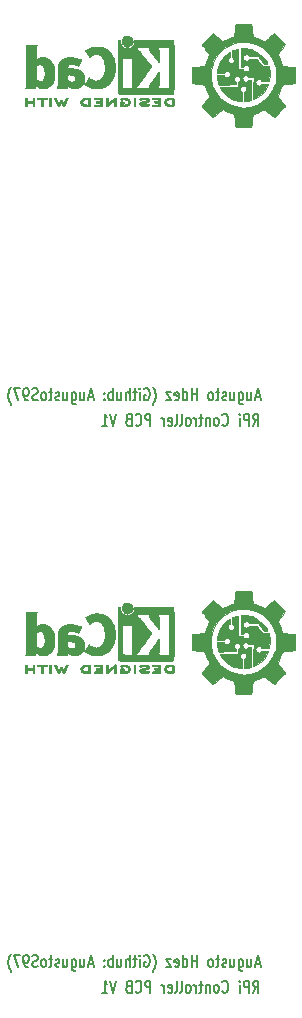
<source format=gbo>
%MOIN*%
%OFA0B0*%
%FSLAX46Y46*%
%IPPOS*%
%LPD*%
%AMRoundRect0*
4,1,4,
0.07874015748031496,0.11811023622047245,
0.15748031496062992,0.19685039370078741,
0.23622047244094491,0.27559055118110237,
0.31496062992125984,0.35433070866141736,
0.07874015748031496,0.11811023622047245,
0*
1,1,$1,$2,$3*
1,1,$1,$2,$3*
1,1,$1,$2,$3*
1,1,$1,$2,$3*
20,1,$1,$2,$3,$4,$5,0*
20,1,$1,$2,$3,$4,$5,0*
20,1,$1,$2,$3,$4,$5,0*
20,1,$1,$2,$3,$4,$5,0*%
%AMCOMP50*
4,1,3,
-0.03937007874015748,0.03937007874015748,
-0.03937007874015748,-0.03937007874015748,
0.03937007874015748,-0.03937007874015748,
0.03937007874015748,0.03937007874015748,
0*
4,1,19,
-0.03937007874015748,0.07874015748031496,
-0.027204055339569,0.076813248673037543,
-0.016228927075099483,0.0712211415108247,
-0.0075190159694902585,0.062511230405215487,
-0.0019269088072774202,0.051536102140745964,
0,0.03937007874015748,
-0.0019269088072774157,0.027204055339569003,
-0.0075190159694902585,0.01622892707509949,
-0.016228927075099479,0.0075190159694902628,
-0.027204055339569,0.0019269088072774202,
-0.03937007874015748,0,
-0.051536102140745978,0.0019269088072774202,
-0.062511230405215473,0.0075190159694902541,
-0.0712211415108247,0.016228927075099479,
-0.076813248673037543,0.027204055339568996,
-0.07874015748031496,0.039370078740157473,
-0.076813248673037543,0.051536102140745957,
-0.0712211415108247,0.062511230405215473,
-0.062511230405215487,0.0712211415108247,
-0.051536102140745978,0.076813248673037543,
0*
4,1,19,
-0.03937007874015748,0,
-0.027204055339569,-0.0019269088072774202,
-0.016228927075099483,-0.0075190159694902585,
-0.0075190159694902585,-0.016228927075099483,
-0.0019269088072774202,-0.027204055339569,
0,-0.03937007874015748,
-0.0019269088072774157,-0.051536102140745964,
-0.0075190159694902585,-0.062511230405215473,
-0.016228927075099479,-0.0712211415108247,
-0.027204055339569,-0.076813248673037543,
-0.03937007874015748,-0.07874015748031496,
-0.051536102140745978,-0.076813248673037543,
-0.062511230405215473,-0.0712211415108247,
-0.0712211415108247,-0.062511230405215487,
-0.076813248673037543,-0.051536102140745964,
-0.07874015748031496,-0.039370078740157494,
-0.076813248673037543,-0.02720405533956901,
-0.0712211415108247,-0.016228927075099493,
-0.062511230405215487,-0.0075190159694902628,
-0.051536102140745978,-0.0019269088072774202,
0*
4,1,19,
0.03937007874015748,0,
0.051536102140745964,-0.0019269088072774202,
0.062511230405215487,-0.0075190159694902585,
0.0712211415108247,-0.016228927075099483,
0.076813248673037543,-0.027204055339569,
0.07874015748031496,-0.03937007874015748,
0.076813248673037543,-0.051536102140745964,
0.0712211415108247,-0.062511230405215473,
0.062511230405215487,-0.0712211415108247,
0.051536102140745964,-0.076813248673037543,
0.039370078740157494,-0.07874015748031496,
0.027204055339568992,-0.076813248673037543,
0.01622892707509949,-0.0712211415108247,
0.0075190159694902628,-0.062511230405215487,
0.0019269088072774202,-0.051536102140745964,
0,-0.039370078740157494,
0.0019269088072774157,-0.02720405533956901,
0.0075190159694902541,-0.016228927075099493,
0.016228927075099476,-0.0075190159694902628,
0.027204055339568992,-0.0019269088072774202,
0*
4,1,19,
0.03937007874015748,0.07874015748031496,
0.051536102140745964,0.076813248673037543,
0.062511230405215487,0.0712211415108247,
0.0712211415108247,0.062511230405215487,
0.076813248673037543,0.051536102140745964,
0.07874015748031496,0.03937007874015748,
0.076813248673037543,0.027204055339569003,
0.0712211415108247,0.01622892707509949,
0.062511230405215487,0.0075190159694902628,
0.051536102140745964,0.0019269088072774202,
0.039370078740157494,0,
0.027204055339568992,0.0019269088072774202,
0.01622892707509949,0.0075190159694902541,
0.0075190159694902628,0.016228927075099479,
0.0019269088072774202,0.027204055339568996,
0,0.039370078740157473,
0.0019269088072774157,0.051536102140745957,
0.0075190159694902541,0.062511230405215473,
0.016228927075099476,0.0712211415108247,
0.027204055339568992,0.076813248673037543,
0*
4,1,3,
-0.07874015748031496,0.03937007874015748,
0,0.03937007874015748,
0,-0.03937007874015748,
-0.07874015748031496,-0.03937007874015748,
0*
4,1,3,
-0.03937007874015748,-0.07874015748031496,
-0.03937007874015748,0,
0.03937007874015748,0,
0.03937007874015748,-0.07874015748031496,
0*
4,1,3,
0.07874015748031496,-0.03937007874015748,
0,-0.03937007874015748,
0,0.03937007874015748,
0.07874015748031496,0.03937007874015748,
0*
4,1,3,
0.03937007874015748,0.07874015748031496,
0.03937007874015748,0,
-0.03937007874015748,0,
-0.03937007874015748,0.07874015748031496,
0*%
%AMCOMP60*
4,1,3,
-0.04429133858267717,0.034448818897637797,
-0.04429133858267717,-0.034448818897637797,
0.04429133858267717,-0.034448818897637797,
0.04429133858267717,0.034448818897637797,
0*
4,1,19,
-0.04429133858267717,0.068897637795275593,
-0.033646068107162252,0.067211592588907854,
-0.02404283087575142,0.062318498821971623,
-0.016421658658343347,0.054697326604563543,
-0.011528564891407115,0.045094089373152721,
-0.00984251968503937,0.034448818897637797,
-0.011528564891407109,0.023803548422122879,
-0.016421658658343347,0.014200311190712054,
-0.024042830875751417,0.00657913897330398,
-0.033646068107162239,0.0016860452063677432,
-0.04429133858267717,0,
-0.054936609058192094,0.0016860452063677432,
-0.064539846289602909,0.0065791389733039713,
-0.072161018507010982,0.014200311190712045,
-0.07705411227394722,0.023803548422122869,
-0.07874015748031496,0.03444881889763779,
-0.07705411227394722,0.045094089373152707,
-0.072161018507011,0.054697326604563536,
-0.064539846289602923,0.062318498821971616,
-0.054936609058192094,0.067211592588907854,
0*
4,1,19,
-0.04429133858267717,0,
-0.033646068107162252,-0.0016860452063677432,
-0.02404283087575142,-0.0065791389733039756,
-0.016421658658343347,-0.014200311190712049,
-0.011528564891407115,-0.023803548422122876,
-0.00984251968503937,-0.034448818897637797,
-0.011528564891407109,-0.045094089373152714,
-0.016421658658343347,-0.054697326604563536,
-0.024042830875751417,-0.062318498821971616,
-0.033646068107162239,-0.067211592588907854,
-0.04429133858267717,-0.068897637795275593,
-0.054936609058192094,-0.067211592588907854,
-0.064539846289602909,-0.062318498821971623,
-0.072161018507010982,-0.054697326604563556,
-0.07705411227394722,-0.045094089373152721,
-0.07874015748031496,-0.0344488188976378,
-0.07705411227394722,-0.023803548422122883,
-0.072161018507011,-0.014200311190712057,
-0.064539846289602923,-0.00657913897330398,
-0.054936609058192094,-0.0016860452063677432,
0*
4,1,19,
0.04429133858267717,0,
0.054936609058192087,-0.0016860452063677432,
0.064539846289602909,-0.0065791389733039756,
0.072161018507011,-0.014200311190712049,
0.07705411227394722,-0.023803548422122876,
0.07874015748031496,-0.034448818897637797,
0.07705411227394722,-0.045094089373152714,
0.072161018507011,-0.054697326604563536,
0.064539846289602923,-0.062318498821971616,
0.054936609058192094,-0.067211592588907854,
0.04429133858267717,-0.068897637795275593,
0.033646068107162239,-0.067211592588907854,
0.024042830875751424,-0.062318498821971623,
0.016421658658343351,-0.054697326604563556,
0.011528564891407115,-0.045094089373152721,
0.00984251968503937,-0.0344488188976378,
0.011528564891407109,-0.023803548422122883,
0.016421658658343344,-0.014200311190712057,
0.02404283087575141,-0.00657913897330398,
0.033646068107162239,-0.0016860452063677432,
0*
4,1,19,
0.04429133858267717,0.068897637795275593,
0.054936609058192087,0.067211592588907854,
0.064539846289602909,0.062318498821971623,
0.072161018507011,0.054697326604563543,
0.07705411227394722,0.045094089373152721,
0.07874015748031496,0.034448818897637797,
0.07705411227394722,0.023803548422122879,
0.072161018507011,0.014200311190712054,
0.064539846289602923,0.00657913897330398,
0.054936609058192094,0.0016860452063677432,
0.04429133858267717,0,
0.033646068107162239,0.0016860452063677432,
0.024042830875751424,0.0065791389733039713,
0.016421658658343351,0.014200311190712045,
0.011528564891407115,0.023803548422122869,
0.00984251968503937,0.03444881889763779,
0.011528564891407109,0.045094089373152707,
0.016421658658343344,0.054697326604563536,
0.02404283087575141,0.062318498821971616,
0.033646068107162239,0.067211592588907854,
0*
4,1,3,
-0.07874015748031496,0.034448818897637797,
-0.00984251968503937,0.034448818897637797,
-0.00984251968503937,-0.034448818897637797,
-0.07874015748031496,-0.034448818897637797,
0*
4,1,3,
-0.04429133858267717,-0.068897637795275593,
-0.04429133858267717,0,
0.04429133858267717,0,
0.04429133858267717,-0.068897637795275593,
0*
4,1,3,
0.07874015748031496,-0.034448818897637797,
0.00984251968503937,-0.034448818897637797,
0.00984251968503937,0.034448818897637797,
0.07874015748031496,0.034448818897637797,
0*
4,1,3,
0.04429133858267717,0.068897637795275593,
0.04429133858267717,0,
-0.04429133858267717,0,
-0.04429133858267717,0.068897637795275593,
0*%
%AMRoundRect1*
4,1,4,
0.07874015748031496,0.11811023622047245,
0.15748031496062992,0.19685039370078741,
0.23622047244094491,0.27559055118110237,
0.31496062992125984,0.35433070866141736,
0.07874015748031496,0.11811023622047245,
0*
1,1,$1,$2,$3*
1,1,$1,$2,$3*
1,1,$1,$2,$3*
1,1,$1,$2,$3*
20,1,$1,$2,$3,$4,$5,0*
20,1,$1,$2,$3,$4,$5,0*
20,1,$1,$2,$3,$4,$5,0*
20,1,$1,$2,$3,$4,$5,0*%
%AMCOMP210*
4,1,3,
-0.03937007874015748,0.03937007874015748,
-0.03937007874015748,-0.03937007874015748,
0.03937007874015748,-0.03937007874015748,
0.03937007874015748,0.03937007874015748,
0*
4,1,19,
-0.03937007874015748,0.07874015748031496,
-0.027204055339569,0.076813248673037543,
-0.016228927075099483,0.0712211415108247,
-0.0075190159694902585,0.062511230405215487,
-0.0019269088072774202,0.051536102140745964,
0,0.03937007874015748,
-0.0019269088072774157,0.027204055339569003,
-0.0075190159694902585,0.01622892707509949,
-0.016228927075099479,0.0075190159694902628,
-0.027204055339569,0.0019269088072774202,
-0.03937007874015748,0,
-0.051536102140745978,0.0019269088072774202,
-0.062511230405215473,0.0075190159694902541,
-0.0712211415108247,0.016228927075099479,
-0.076813248673037543,0.027204055339568996,
-0.07874015748031496,0.039370078740157473,
-0.076813248673037543,0.051536102140745957,
-0.0712211415108247,0.062511230405215473,
-0.062511230405215487,0.0712211415108247,
-0.051536102140745978,0.076813248673037543,
0*
4,1,19,
-0.03937007874015748,0,
-0.027204055339569,-0.0019269088072774202,
-0.016228927075099483,-0.0075190159694902585,
-0.0075190159694902585,-0.016228927075099483,
-0.0019269088072774202,-0.027204055339569,
0,-0.03937007874015748,
-0.0019269088072774157,-0.051536102140745964,
-0.0075190159694902585,-0.062511230405215473,
-0.016228927075099479,-0.0712211415108247,
-0.027204055339569,-0.076813248673037543,
-0.03937007874015748,-0.07874015748031496,
-0.051536102140745978,-0.076813248673037543,
-0.062511230405215473,-0.0712211415108247,
-0.0712211415108247,-0.062511230405215487,
-0.076813248673037543,-0.051536102140745964,
-0.07874015748031496,-0.039370078740157494,
-0.076813248673037543,-0.02720405533956901,
-0.0712211415108247,-0.016228927075099493,
-0.062511230405215487,-0.0075190159694902628,
-0.051536102140745978,-0.0019269088072774202,
0*
4,1,19,
0.03937007874015748,0,
0.051536102140745964,-0.0019269088072774202,
0.062511230405215487,-0.0075190159694902585,
0.0712211415108247,-0.016228927075099483,
0.076813248673037543,-0.027204055339569,
0.07874015748031496,-0.03937007874015748,
0.076813248673037543,-0.051536102140745964,
0.0712211415108247,-0.062511230405215473,
0.062511230405215487,-0.0712211415108247,
0.051536102140745964,-0.076813248673037543,
0.039370078740157494,-0.07874015748031496,
0.027204055339568992,-0.076813248673037543,
0.01622892707509949,-0.0712211415108247,
0.0075190159694902628,-0.062511230405215487,
0.0019269088072774202,-0.051536102140745964,
0,-0.039370078740157494,
0.0019269088072774157,-0.02720405533956901,
0.0075190159694902541,-0.016228927075099493,
0.016228927075099476,-0.0075190159694902628,
0.027204055339568992,-0.0019269088072774202,
0*
4,1,19,
0.03937007874015748,0.07874015748031496,
0.051536102140745964,0.076813248673037543,
0.062511230405215487,0.0712211415108247,
0.0712211415108247,0.062511230405215487,
0.076813248673037543,0.051536102140745964,
0.07874015748031496,0.03937007874015748,
0.076813248673037543,0.027204055339569003,
0.0712211415108247,0.01622892707509949,
0.062511230405215487,0.0075190159694902628,
0.051536102140745964,0.0019269088072774202,
0.039370078740157494,0,
0.027204055339568992,0.0019269088072774202,
0.01622892707509949,0.0075190159694902541,
0.0075190159694902628,0.016228927075099479,
0.0019269088072774202,0.027204055339568996,
0,0.039370078740157473,
0.0019269088072774157,0.051536102140745957,
0.0075190159694902541,0.062511230405215473,
0.016228927075099476,0.0712211415108247,
0.027204055339568992,0.076813248673037543,
0*
4,1,3,
-0.07874015748031496,0.03937007874015748,
0,0.03937007874015748,
0,-0.03937007874015748,
-0.07874015748031496,-0.03937007874015748,
0*
4,1,3,
-0.03937007874015748,-0.07874015748031496,
-0.03937007874015748,0,
0.03937007874015748,0,
0.03937007874015748,-0.07874015748031496,
0*
4,1,3,
0.07874015748031496,-0.03937007874015748,
0,-0.03937007874015748,
0,0.03937007874015748,
0.07874015748031496,0.03937007874015748,
0*
4,1,3,
0.03937007874015748,0.07874015748031496,
0.03937007874015748,0,
-0.03937007874015748,0,
-0.03937007874015748,0.07874015748031496,
0*%
%AMCOMP220*
4,1,3,
-0.04429133858267717,0.034448818897637797,
-0.04429133858267717,-0.034448818897637797,
0.04429133858267717,-0.034448818897637797,
0.04429133858267717,0.034448818897637797,
0*
4,1,19,
-0.04429133858267717,0.068897637795275593,
-0.033646068107162252,0.067211592588907854,
-0.02404283087575142,0.062318498821971623,
-0.016421658658343347,0.054697326604563543,
-0.011528564891407115,0.045094089373152721,
-0.00984251968503937,0.034448818897637797,
-0.011528564891407109,0.023803548422122879,
-0.016421658658343347,0.014200311190712054,
-0.024042830875751417,0.00657913897330398,
-0.033646068107162239,0.0016860452063677432,
-0.04429133858267717,0,
-0.054936609058192094,0.0016860452063677432,
-0.064539846289602909,0.0065791389733039713,
-0.072161018507010982,0.014200311190712045,
-0.07705411227394722,0.023803548422122869,
-0.07874015748031496,0.03444881889763779,
-0.07705411227394722,0.045094089373152707,
-0.072161018507011,0.054697326604563536,
-0.064539846289602923,0.062318498821971616,
-0.054936609058192094,0.067211592588907854,
0*
4,1,19,
-0.04429133858267717,0,
-0.033646068107162252,-0.0016860452063677432,
-0.02404283087575142,-0.0065791389733039756,
-0.016421658658343347,-0.014200311190712049,
-0.011528564891407115,-0.023803548422122876,
-0.00984251968503937,-0.034448818897637797,
-0.011528564891407109,-0.045094089373152714,
-0.016421658658343347,-0.054697326604563536,
-0.024042830875751417,-0.062318498821971616,
-0.033646068107162239,-0.067211592588907854,
-0.04429133858267717,-0.068897637795275593,
-0.054936609058192094,-0.067211592588907854,
-0.064539846289602909,-0.062318498821971623,
-0.072161018507010982,-0.054697326604563556,
-0.07705411227394722,-0.045094089373152721,
-0.07874015748031496,-0.0344488188976378,
-0.07705411227394722,-0.023803548422122883,
-0.072161018507011,-0.014200311190712057,
-0.064539846289602923,-0.00657913897330398,
-0.054936609058192094,-0.0016860452063677432,
0*
4,1,19,
0.04429133858267717,0,
0.054936609058192087,-0.0016860452063677432,
0.064539846289602909,-0.0065791389733039756,
0.072161018507011,-0.014200311190712049,
0.07705411227394722,-0.023803548422122876,
0.07874015748031496,-0.034448818897637797,
0.07705411227394722,-0.045094089373152714,
0.072161018507011,-0.054697326604563536,
0.064539846289602923,-0.062318498821971616,
0.054936609058192094,-0.067211592588907854,
0.04429133858267717,-0.068897637795275593,
0.033646068107162239,-0.067211592588907854,
0.024042830875751424,-0.062318498821971623,
0.016421658658343351,-0.054697326604563556,
0.011528564891407115,-0.045094089373152721,
0.00984251968503937,-0.0344488188976378,
0.011528564891407109,-0.023803548422122883,
0.016421658658343344,-0.014200311190712057,
0.02404283087575141,-0.00657913897330398,
0.033646068107162239,-0.0016860452063677432,
0*
4,1,19,
0.04429133858267717,0.068897637795275593,
0.054936609058192087,0.067211592588907854,
0.064539846289602909,0.062318498821971623,
0.072161018507011,0.054697326604563543,
0.07705411227394722,0.045094089373152721,
0.07874015748031496,0.034448818897637797,
0.07705411227394722,0.023803548422122879,
0.072161018507011,0.014200311190712054,
0.064539846289602923,0.00657913897330398,
0.054936609058192094,0.0016860452063677432,
0.04429133858267717,0,
0.033646068107162239,0.0016860452063677432,
0.024042830875751424,0.0065791389733039713,
0.016421658658343351,0.014200311190712045,
0.011528564891407115,0.023803548422122869,
0.00984251968503937,0.03444881889763779,
0.011528564891407109,0.045094089373152707,
0.016421658658343344,0.054697326604563536,
0.02404283087575141,0.062318498821971616,
0.033646068107162239,0.067211592588907854,
0*
4,1,3,
-0.07874015748031496,0.034448818897637797,
-0.00984251968503937,0.034448818897637797,
-0.00984251968503937,-0.034448818897637797,
-0.07874015748031496,-0.034448818897637797,
0*
4,1,3,
-0.04429133858267717,-0.068897637795275593,
-0.04429133858267717,0,
0.04429133858267717,0,
0.04429133858267717,-0.068897637795275593,
0*
4,1,3,
0.07874015748031496,-0.034448818897637797,
0.00984251968503937,-0.034448818897637797,
0.00984251968503937,0.034448818897637797,
0.07874015748031496,0.034448818897637797,
0*
4,1,3,
0.04429133858267717,0.068897637795275593,
0.04429133858267717,0,
-0.04429133858267717,0,
-0.04429133858267717,0.068897637795275593,
0*%
%ADD10C,0.0078740157480314977*%
%ADD11C,0.00039370078740157485*%
%ADD12C,0.11811023622047245*%
%ADD13R,0.1X0.1*%
%ADD14C,0.1*%
%ADD15C,0.062992125984251982*%
%ADD16R,0.15748031496062992X0.13779527559055119*%
%ADD17O,0.066929133858267723X0.066929133858267723*%
%ADD18R,0.066929133858267723X0.066929133858267723*%
%ADD19C,0.22047244094488189*%
%ADD20C,0.070866141732283464*%
%ADD21R,0.070866141732283464X0.070866141732283464*%
%ADD32C,0.0078740157480314977*%
%ADD33R,0.070866141732283464X0.070866141732283464*%
%ADD34C,0.070866141732283464*%
%ADD35C,0.11811023622047245*%
%ADD36C,0.22047244094488189*%
%ADD37R,0.066929133858267723X0.066929133858267723*%
%ADD38O,0.066929133858267723X0.066929133858267723*%
%ADD39R,0.15748031496062992X0.13779527559055119*%
%AMCOMP37*
4,1,3,
-0.03937007874015748,0.03937007874015748,
-0.03937007874015748,-0.03937007874015748,
0.03937007874015748,-0.03937007874015748,
0.03937007874015748,0.03937007874015748,
0*
4,1,19,
-0.03937007874015748,0.07874015748031496,
-0.027204055339569,0.076813248673037543,
-0.016228927075099483,0.0712211415108247,
-0.0075190159694902585,0.062511230405215487,
-0.0019269088072774202,0.051536102140745964,
0,0.03937007874015748,
-0.0019269088072774157,0.027204055339569003,
-0.0075190159694902585,0.01622892707509949,
-0.016228927075099479,0.0075190159694902628,
-0.027204055339569,0.0019269088072774202,
-0.03937007874015748,0,
-0.051536102140745978,0.0019269088072774202,
-0.062511230405215473,0.0075190159694902541,
-0.0712211415108247,0.016228927075099479,
-0.076813248673037543,0.027204055339568996,
-0.07874015748031496,0.039370078740157473,
-0.076813248673037543,0.051536102140745957,
-0.0712211415108247,0.062511230405215473,
-0.062511230405215487,0.0712211415108247,
-0.051536102140745978,0.076813248673037543,
0*
4,1,19,
-0.03937007874015748,0,
-0.027204055339569,-0.0019269088072774202,
-0.016228927075099483,-0.0075190159694902585,
-0.0075190159694902585,-0.016228927075099483,
-0.0019269088072774202,-0.027204055339569,
0,-0.03937007874015748,
-0.0019269088072774157,-0.051536102140745964,
-0.0075190159694902585,-0.062511230405215473,
-0.016228927075099479,-0.0712211415108247,
-0.027204055339569,-0.076813248673037543,
-0.03937007874015748,-0.07874015748031496,
-0.051536102140745978,-0.076813248673037543,
-0.062511230405215473,-0.0712211415108247,
-0.0712211415108247,-0.062511230405215487,
-0.076813248673037543,-0.051536102140745964,
-0.07874015748031496,-0.039370078740157494,
-0.076813248673037543,-0.02720405533956901,
-0.0712211415108247,-0.016228927075099493,
-0.062511230405215487,-0.0075190159694902628,
-0.051536102140745978,-0.0019269088072774202,
0*
4,1,19,
0.03937007874015748,0,
0.051536102140745964,-0.0019269088072774202,
0.062511230405215487,-0.0075190159694902585,
0.0712211415108247,-0.016228927075099483,
0.076813248673037543,-0.027204055339569,
0.07874015748031496,-0.03937007874015748,
0.076813248673037543,-0.051536102140745964,
0.0712211415108247,-0.062511230405215473,
0.062511230405215487,-0.0712211415108247,
0.051536102140745964,-0.076813248673037543,
0.039370078740157494,-0.07874015748031496,
0.027204055339568992,-0.076813248673037543,
0.01622892707509949,-0.0712211415108247,
0.0075190159694902628,-0.062511230405215487,
0.0019269088072774202,-0.051536102140745964,
0,-0.039370078740157494,
0.0019269088072774157,-0.02720405533956901,
0.0075190159694902541,-0.016228927075099493,
0.016228927075099476,-0.0075190159694902628,
0.027204055339568992,-0.0019269088072774202,
0*
4,1,19,
0.03937007874015748,0.07874015748031496,
0.051536102140745964,0.076813248673037543,
0.062511230405215487,0.0712211415108247,
0.0712211415108247,0.062511230405215487,
0.076813248673037543,0.051536102140745964,
0.07874015748031496,0.03937007874015748,
0.076813248673037543,0.027204055339569003,
0.0712211415108247,0.01622892707509949,
0.062511230405215487,0.0075190159694902628,
0.051536102140745964,0.0019269088072774202,
0.039370078740157494,0,
0.027204055339568992,0.0019269088072774202,
0.01622892707509949,0.0075190159694902541,
0.0075190159694902628,0.016228927075099479,
0.0019269088072774202,0.027204055339568996,
0,0.039370078740157473,
0.0019269088072774157,0.051536102140745957,
0.0075190159694902541,0.062511230405215473,
0.016228927075099476,0.0712211415108247,
0.027204055339568992,0.076813248673037543,
0*
4,1,3,
-0.07874015748031496,0.03937007874015748,
0,0.03937007874015748,
0,-0.03937007874015748,
-0.07874015748031496,-0.03937007874015748,
0*
4,1,3,
-0.03937007874015748,-0.07874015748031496,
-0.03937007874015748,0,
0.03937007874015748,0,
0.03937007874015748,-0.07874015748031496,
0*
4,1,3,
0.07874015748031496,-0.03937007874015748,
0,-0.03937007874015748,
0,0.03937007874015748,
0.07874015748031496,0.03937007874015748,
0*
4,1,3,
0.03937007874015748,0.07874015748031496,
0.03937007874015748,0,
-0.03937007874015748,0,
-0.03937007874015748,0.07874015748031496,
0*%
%ADD40COMP37,1X-1X1X-1X-1X1X-1X1X1X0*%
%AMCOMP43*
4,1,3,
-0.04429133858267717,0.034448818897637797,
-0.04429133858267717,-0.034448818897637797,
0.04429133858267717,-0.034448818897637797,
0.04429133858267717,0.034448818897637797,
0*
4,1,19,
-0.04429133858267717,0.068897637795275593,
-0.033646068107162252,0.067211592588907854,
-0.02404283087575142,0.062318498821971623,
-0.016421658658343347,0.054697326604563543,
-0.011528564891407115,0.045094089373152721,
-0.00984251968503937,0.034448818897637797,
-0.011528564891407109,0.023803548422122879,
-0.016421658658343347,0.014200311190712054,
-0.024042830875751417,0.00657913897330398,
-0.033646068107162239,0.0016860452063677432,
-0.04429133858267717,0,
-0.054936609058192094,0.0016860452063677432,
-0.064539846289602909,0.0065791389733039713,
-0.072161018507010982,0.014200311190712045,
-0.07705411227394722,0.023803548422122869,
-0.07874015748031496,0.03444881889763779,
-0.07705411227394722,0.045094089373152707,
-0.072161018507011,0.054697326604563536,
-0.064539846289602923,0.062318498821971616,
-0.054936609058192094,0.067211592588907854,
0*
4,1,19,
-0.04429133858267717,0,
-0.033646068107162252,-0.0016860452063677432,
-0.02404283087575142,-0.0065791389733039756,
-0.016421658658343347,-0.014200311190712049,
-0.011528564891407115,-0.023803548422122876,
-0.00984251968503937,-0.034448818897637797,
-0.011528564891407109,-0.045094089373152714,
-0.016421658658343347,-0.054697326604563536,
-0.024042830875751417,-0.062318498821971616,
-0.033646068107162239,-0.067211592588907854,
-0.04429133858267717,-0.068897637795275593,
-0.054936609058192094,-0.067211592588907854,
-0.064539846289602909,-0.062318498821971623,
-0.072161018507010982,-0.054697326604563556,
-0.07705411227394722,-0.045094089373152721,
-0.07874015748031496,-0.0344488188976378,
-0.07705411227394722,-0.023803548422122883,
-0.072161018507011,-0.014200311190712057,
-0.064539846289602923,-0.00657913897330398,
-0.054936609058192094,-0.0016860452063677432,
0*
4,1,19,
0.04429133858267717,0,
0.054936609058192087,-0.0016860452063677432,
0.064539846289602909,-0.0065791389733039756,
0.072161018507011,-0.014200311190712049,
0.07705411227394722,-0.023803548422122876,
0.07874015748031496,-0.034448818897637797,
0.07705411227394722,-0.045094089373152714,
0.072161018507011,-0.054697326604563536,
0.064539846289602923,-0.062318498821971616,
0.054936609058192094,-0.067211592588907854,
0.04429133858267717,-0.068897637795275593,
0.033646068107162239,-0.067211592588907854,
0.024042830875751424,-0.062318498821971623,
0.016421658658343351,-0.054697326604563556,
0.011528564891407115,-0.045094089373152721,
0.00984251968503937,-0.0344488188976378,
0.011528564891407109,-0.023803548422122883,
0.016421658658343344,-0.014200311190712057,
0.02404283087575141,-0.00657913897330398,
0.033646068107162239,-0.0016860452063677432,
0*
4,1,19,
0.04429133858267717,0.068897637795275593,
0.054936609058192087,0.067211592588907854,
0.064539846289602909,0.062318498821971623,
0.072161018507011,0.054697326604563543,
0.07705411227394722,0.045094089373152721,
0.07874015748031496,0.034448818897637797,
0.07705411227394722,0.023803548422122879,
0.072161018507011,0.014200311190712054,
0.064539846289602923,0.00657913897330398,
0.054936609058192094,0.0016860452063677432,
0.04429133858267717,0,
0.033646068107162239,0.0016860452063677432,
0.024042830875751424,0.0065791389733039713,
0.016421658658343351,0.014200311190712045,
0.011528564891407115,0.023803548422122869,
0.00984251968503937,0.03444881889763779,
0.011528564891407109,0.045094089373152707,
0.016421658658343344,0.054697326604563536,
0.02404283087575141,0.062318498821971616,
0.033646068107162239,0.067211592588907854,
0*
4,1,3,
-0.07874015748031496,0.034448818897637797,
-0.00984251968503937,0.034448818897637797,
-0.00984251968503937,-0.034448818897637797,
-0.07874015748031496,-0.034448818897637797,
0*
4,1,3,
-0.04429133858267717,-0.068897637795275593,
-0.04429133858267717,0,
0.04429133858267717,0,
0.04429133858267717,-0.068897637795275593,
0*
4,1,3,
0.07874015748031496,-0.034448818897637797,
0.00984251968503937,-0.034448818897637797,
0.00984251968503937,0.034448818897637797,
0.07874015748031496,0.034448818897637797,
0*
4,1,3,
0.04429133858267717,0.068897637795275593,
0.04429133858267717,0,
-0.04429133858267717,0,
-0.04429133858267717,0.068897637795275593,
0*%
%ADD41COMP43,0.875X-1.125X0.875X-1.125X-0.875X1.125X-0.875X1.125X0.875X0*%
%ADD42C,0.062992125984251982*%
%ADD43R,0.1X0.1*%
%ADD44C,0.1*%
%ADD45C,0.0078740157480314977*%
%ADD46C,0.00039370078740157485*%
%ADD47C,0.11811023622047245*%
%ADD48R,0.1X0.1*%
%ADD49C,0.1*%
%ADD50C,0.062992125984251982*%
%ADD51R,0.15748031496062992X0.13779527559055119*%
%ADD52O,0.066929133858267723X0.066929133858267723*%
%ADD53R,0.066929133858267723X0.066929133858267723*%
%ADD54C,0.22047244094488189*%
%ADD55C,0.070866141732283464*%
%ADD56R,0.070866141732283464X0.070866141732283464*%
%ADD57C,0.0078740157480314977*%
%ADD58R,0.070866141732283464X0.070866141732283464*%
%ADD59C,0.070866141732283464*%
%ADD60C,0.11811023622047245*%
%ADD61C,0.22047244094488189*%
%ADD62R,0.066929133858267723X0.066929133858267723*%
%ADD63O,0.066929133858267723X0.066929133858267723*%
%ADD64R,0.15748031496062992X0.13779527559055119*%
%AMCOMP49*
4,1,3,
-0.03937007874015748,0.03937007874015748,
-0.03937007874015748,-0.03937007874015748,
0.03937007874015748,-0.03937007874015748,
0.03937007874015748,0.03937007874015748,
0*
4,1,19,
-0.03937007874015748,0.07874015748031496,
-0.027204055339569,0.076813248673037543,
-0.016228927075099483,0.0712211415108247,
-0.0075190159694902585,0.062511230405215487,
-0.0019269088072774202,0.051536102140745964,
0,0.03937007874015748,
-0.0019269088072774157,0.027204055339569003,
-0.0075190159694902585,0.01622892707509949,
-0.016228927075099479,0.0075190159694902628,
-0.027204055339569,0.0019269088072774202,
-0.03937007874015748,0,
-0.051536102140745978,0.0019269088072774202,
-0.062511230405215473,0.0075190159694902541,
-0.0712211415108247,0.016228927075099479,
-0.076813248673037543,0.027204055339568996,
-0.07874015748031496,0.039370078740157473,
-0.076813248673037543,0.051536102140745957,
-0.0712211415108247,0.062511230405215473,
-0.062511230405215487,0.0712211415108247,
-0.051536102140745978,0.076813248673037543,
0*
4,1,19,
-0.03937007874015748,0,
-0.027204055339569,-0.0019269088072774202,
-0.016228927075099483,-0.0075190159694902585,
-0.0075190159694902585,-0.016228927075099483,
-0.0019269088072774202,-0.027204055339569,
0,-0.03937007874015748,
-0.0019269088072774157,-0.051536102140745964,
-0.0075190159694902585,-0.062511230405215473,
-0.016228927075099479,-0.0712211415108247,
-0.027204055339569,-0.076813248673037543,
-0.03937007874015748,-0.07874015748031496,
-0.051536102140745978,-0.076813248673037543,
-0.062511230405215473,-0.0712211415108247,
-0.0712211415108247,-0.062511230405215487,
-0.076813248673037543,-0.051536102140745964,
-0.07874015748031496,-0.039370078740157494,
-0.076813248673037543,-0.02720405533956901,
-0.0712211415108247,-0.016228927075099493,
-0.062511230405215487,-0.0075190159694902628,
-0.051536102140745978,-0.0019269088072774202,
0*
4,1,19,
0.03937007874015748,0,
0.051536102140745964,-0.0019269088072774202,
0.062511230405215487,-0.0075190159694902585,
0.0712211415108247,-0.016228927075099483,
0.076813248673037543,-0.027204055339569,
0.07874015748031496,-0.03937007874015748,
0.076813248673037543,-0.051536102140745964,
0.0712211415108247,-0.062511230405215473,
0.062511230405215487,-0.0712211415108247,
0.051536102140745964,-0.076813248673037543,
0.039370078740157494,-0.07874015748031496,
0.027204055339568992,-0.076813248673037543,
0.01622892707509949,-0.0712211415108247,
0.0075190159694902628,-0.062511230405215487,
0.0019269088072774202,-0.051536102140745964,
0,-0.039370078740157494,
0.0019269088072774157,-0.02720405533956901,
0.0075190159694902541,-0.016228927075099493,
0.016228927075099476,-0.0075190159694902628,
0.027204055339568992,-0.0019269088072774202,
0*
4,1,19,
0.03937007874015748,0.07874015748031496,
0.051536102140745964,0.076813248673037543,
0.062511230405215487,0.0712211415108247,
0.0712211415108247,0.062511230405215487,
0.076813248673037543,0.051536102140745964,
0.07874015748031496,0.03937007874015748,
0.076813248673037543,0.027204055339569003,
0.0712211415108247,0.01622892707509949,
0.062511230405215487,0.0075190159694902628,
0.051536102140745964,0.0019269088072774202,
0.039370078740157494,0,
0.027204055339568992,0.0019269088072774202,
0.01622892707509949,0.0075190159694902541,
0.0075190159694902628,0.016228927075099479,
0.0019269088072774202,0.027204055339568996,
0,0.039370078740157473,
0.0019269088072774157,0.051536102140745957,
0.0075190159694902541,0.062511230405215473,
0.016228927075099476,0.0712211415108247,
0.027204055339568992,0.076813248673037543,
0*
4,1,3,
-0.07874015748031496,0.03937007874015748,
0,0.03937007874015748,
0,-0.03937007874015748,
-0.07874015748031496,-0.03937007874015748,
0*
4,1,3,
-0.03937007874015748,-0.07874015748031496,
-0.03937007874015748,0,
0.03937007874015748,0,
0.03937007874015748,-0.07874015748031496,
0*
4,1,3,
0.07874015748031496,-0.03937007874015748,
0,-0.03937007874015748,
0,0.03937007874015748,
0.07874015748031496,0.03937007874015748,
0*
4,1,3,
0.03937007874015748,0.07874015748031496,
0.03937007874015748,0,
-0.03937007874015748,0,
-0.03937007874015748,0.07874015748031496,
0*%
%ADD65COMP49,1X-1X1X-1X-1X1X-1X1X1X0*%
%AMCOMP55*
4,1,3,
-0.04429133858267717,0.034448818897637797,
-0.04429133858267717,-0.034448818897637797,
0.04429133858267717,-0.034448818897637797,
0.04429133858267717,0.034448818897637797,
0*
4,1,19,
-0.04429133858267717,0.068897637795275593,
-0.033646068107162252,0.067211592588907854,
-0.02404283087575142,0.062318498821971623,
-0.016421658658343347,0.054697326604563543,
-0.011528564891407115,0.045094089373152721,
-0.00984251968503937,0.034448818897637797,
-0.011528564891407109,0.023803548422122879,
-0.016421658658343347,0.014200311190712054,
-0.024042830875751417,0.00657913897330398,
-0.033646068107162239,0.0016860452063677432,
-0.04429133858267717,0,
-0.054936609058192094,0.0016860452063677432,
-0.064539846289602909,0.0065791389733039713,
-0.072161018507010982,0.014200311190712045,
-0.07705411227394722,0.023803548422122869,
-0.07874015748031496,0.03444881889763779,
-0.07705411227394722,0.045094089373152707,
-0.072161018507011,0.054697326604563536,
-0.064539846289602923,0.062318498821971616,
-0.054936609058192094,0.067211592588907854,
0*
4,1,19,
-0.04429133858267717,0,
-0.033646068107162252,-0.0016860452063677432,
-0.02404283087575142,-0.0065791389733039756,
-0.016421658658343347,-0.014200311190712049,
-0.011528564891407115,-0.023803548422122876,
-0.00984251968503937,-0.034448818897637797,
-0.011528564891407109,-0.045094089373152714,
-0.016421658658343347,-0.054697326604563536,
-0.024042830875751417,-0.062318498821971616,
-0.033646068107162239,-0.067211592588907854,
-0.04429133858267717,-0.068897637795275593,
-0.054936609058192094,-0.067211592588907854,
-0.064539846289602909,-0.062318498821971623,
-0.072161018507010982,-0.054697326604563556,
-0.07705411227394722,-0.045094089373152721,
-0.07874015748031496,-0.0344488188976378,
-0.07705411227394722,-0.023803548422122883,
-0.072161018507011,-0.014200311190712057,
-0.064539846289602923,-0.00657913897330398,
-0.054936609058192094,-0.0016860452063677432,
0*
4,1,19,
0.04429133858267717,0,
0.054936609058192087,-0.0016860452063677432,
0.064539846289602909,-0.0065791389733039756,
0.072161018507011,-0.014200311190712049,
0.07705411227394722,-0.023803548422122876,
0.07874015748031496,-0.034448818897637797,
0.07705411227394722,-0.045094089373152714,
0.072161018507011,-0.054697326604563536,
0.064539846289602923,-0.062318498821971616,
0.054936609058192094,-0.067211592588907854,
0.04429133858267717,-0.068897637795275593,
0.033646068107162239,-0.067211592588907854,
0.024042830875751424,-0.062318498821971623,
0.016421658658343351,-0.054697326604563556,
0.011528564891407115,-0.045094089373152721,
0.00984251968503937,-0.0344488188976378,
0.011528564891407109,-0.023803548422122883,
0.016421658658343344,-0.014200311190712057,
0.02404283087575141,-0.00657913897330398,
0.033646068107162239,-0.0016860452063677432,
0*
4,1,19,
0.04429133858267717,0.068897637795275593,
0.054936609058192087,0.067211592588907854,
0.064539846289602909,0.062318498821971623,
0.072161018507011,0.054697326604563543,
0.07705411227394722,0.045094089373152721,
0.07874015748031496,0.034448818897637797,
0.07705411227394722,0.023803548422122879,
0.072161018507011,0.014200311190712054,
0.064539846289602923,0.00657913897330398,
0.054936609058192094,0.0016860452063677432,
0.04429133858267717,0,
0.033646068107162239,0.0016860452063677432,
0.024042830875751424,0.0065791389733039713,
0.016421658658343351,0.014200311190712045,
0.011528564891407115,0.023803548422122869,
0.00984251968503937,0.03444881889763779,
0.011528564891407109,0.045094089373152707,
0.016421658658343344,0.054697326604563536,
0.02404283087575141,0.062318498821971616,
0.033646068107162239,0.067211592588907854,
0*
4,1,3,
-0.07874015748031496,0.034448818897637797,
-0.00984251968503937,0.034448818897637797,
-0.00984251968503937,-0.034448818897637797,
-0.07874015748031496,-0.034448818897637797,
0*
4,1,3,
-0.04429133858267717,-0.068897637795275593,
-0.04429133858267717,0,
0.04429133858267717,0,
0.04429133858267717,-0.068897637795275593,
0*
4,1,3,
0.07874015748031496,-0.034448818897637797,
0.00984251968503937,-0.034448818897637797,
0.00984251968503937,0.034448818897637797,
0.07874015748031496,0.034448818897637797,
0*
4,1,3,
0.04429133858267717,0.068897637795275593,
0.04429133858267717,0,
-0.04429133858267717,0,
-0.04429133858267717,0.068897637795275593,
0*%
%ADD66COMP55,0.875X-1.125X0.875X-1.125X-0.875X1.125X-0.875X1.125X0.875X0*%
%ADD67C,0.062992125984251982*%
%ADD68R,0.1X0.1*%
%ADD69C,0.1*%
G01*
D10*
X0001927191Y0000459028D02*
X0001912193Y0000459028D01*
X0001930191Y0000447780D02*
X0001919692Y0000487150D01*
X0001909193Y0000447780D01*
X0001885196Y0000474026D02*
X0001885196Y0000447780D01*
X0001898695Y0000474026D02*
X0001898695Y0000453404D01*
X0001897195Y0000449655D01*
X0001894195Y0000447780D01*
X0001889696Y0000447780D01*
X0001886696Y0000449655D01*
X0001885196Y0000451529D01*
X0001856700Y0000474026D02*
X0001856700Y0000442155D01*
X0001858200Y0000438406D01*
X0001859700Y0000436531D01*
X0001862699Y0000434656D01*
X0001867199Y0000434656D01*
X0001870198Y0000436531D01*
X0001856700Y0000449655D02*
X0001859700Y0000447780D01*
X0001865699Y0000447780D01*
X0001868698Y0000449655D01*
X0001870198Y0000451529D01*
X0001871698Y0000455279D01*
X0001871698Y0000466527D01*
X0001870198Y0000470277D01*
X0001868698Y0000472152D01*
X0001865699Y0000474026D01*
X0001859700Y0000474026D01*
X0001856700Y0000472152D01*
X0001828203Y0000474026D02*
X0001828203Y0000447780D01*
X0001841702Y0000474026D02*
X0001841702Y0000453404D01*
X0001840202Y0000449655D01*
X0001837202Y0000447780D01*
X0001832703Y0000447780D01*
X0001829703Y0000449655D01*
X0001828203Y0000451529D01*
X0001814705Y0000449655D02*
X0001811705Y0000447780D01*
X0001805706Y0000447780D01*
X0001802707Y0000449655D01*
X0001801207Y0000453404D01*
X0001801207Y0000455279D01*
X0001802707Y0000459028D01*
X0001805706Y0000460903D01*
X0001810206Y0000460903D01*
X0001813205Y0000462778D01*
X0001814705Y0000466527D01*
X0001814705Y0000468402D01*
X0001813205Y0000472152D01*
X0001810206Y0000474026D01*
X0001805706Y0000474026D01*
X0001802707Y0000472152D01*
X0001792208Y0000474026D02*
X0001780209Y0000474026D01*
X0001787709Y0000487150D02*
X0001787709Y0000453404D01*
X0001786209Y0000449655D01*
X0001783209Y0000447780D01*
X0001780209Y0000447780D01*
X0001765211Y0000447780D02*
X0001768211Y0000449655D01*
X0001769711Y0000451529D01*
X0001771211Y0000455279D01*
X0001771211Y0000466527D01*
X0001769711Y0000470277D01*
X0001768211Y0000472152D01*
X0001765211Y0000474026D01*
X0001760712Y0000474026D01*
X0001757712Y0000472152D01*
X0001756212Y0000470277D01*
X0001754713Y0000466527D01*
X0001754713Y0000455279D01*
X0001756212Y0000451529D01*
X0001757712Y0000449655D01*
X0001760712Y0000447780D01*
X0001765211Y0000447780D01*
X0001717217Y0000447780D02*
X0001717217Y0000487150D01*
X0001717217Y0000468402D02*
X0001699220Y0000468402D01*
X0001699220Y0000447780D02*
X0001699220Y0000487150D01*
X0001670723Y0000447780D02*
X0001670723Y0000487150D01*
X0001670723Y0000449655D02*
X0001673723Y0000447780D01*
X0001679722Y0000447780D01*
X0001682722Y0000449655D01*
X0001684221Y0000451529D01*
X0001685721Y0000455279D01*
X0001685721Y0000466527D01*
X0001684221Y0000470277D01*
X0001682722Y0000472152D01*
X0001679722Y0000474026D01*
X0001673723Y0000474026D01*
X0001670723Y0000472152D01*
X0001643726Y0000449655D02*
X0001646726Y0000447780D01*
X0001652725Y0000447780D01*
X0001655725Y0000449655D01*
X0001657225Y0000453404D01*
X0001657225Y0000468402D01*
X0001655725Y0000472152D01*
X0001652725Y0000474026D01*
X0001646726Y0000474026D01*
X0001643726Y0000472152D01*
X0001642227Y0000468402D01*
X0001642227Y0000464653D01*
X0001657225Y0000460903D01*
X0001631728Y0000474026D02*
X0001615230Y0000474026D01*
X0001631728Y0000447780D01*
X0001615230Y0000447780D01*
X0001570236Y0000432782D02*
X0001571736Y0000434656D01*
X0001574735Y0000440281D01*
X0001576235Y0000444030D01*
X0001577735Y0000449655D01*
X0001579235Y0000459028D01*
X0001579235Y0000466527D01*
X0001577735Y0000475901D01*
X0001576235Y0000481526D01*
X0001574735Y0000485275D01*
X0001571736Y0000490899D01*
X0001570236Y0000492774D01*
X0001541739Y0000485275D02*
X0001544739Y0000487150D01*
X0001549238Y0000487150D01*
X0001553738Y0000485275D01*
X0001556737Y0000481526D01*
X0001558237Y0000477776D01*
X0001559737Y0000470277D01*
X0001559737Y0000464653D01*
X0001558237Y0000457154D01*
X0001556737Y0000453404D01*
X0001553738Y0000449655D01*
X0001549238Y0000447780D01*
X0001546239Y0000447780D01*
X0001541739Y0000449655D01*
X0001540239Y0000451529D01*
X0001540239Y0000464653D01*
X0001546239Y0000464653D01*
X0001526741Y0000447780D02*
X0001526741Y0000474026D01*
X0001526741Y0000487150D02*
X0001528241Y0000485275D01*
X0001526741Y0000483400D01*
X0001525241Y0000485275D01*
X0001526741Y0000487150D01*
X0001526741Y0000483400D01*
X0001516242Y0000474026D02*
X0001504244Y0000474026D01*
X0001511743Y0000487150D02*
X0001511743Y0000453404D01*
X0001510243Y0000449655D01*
X0001507244Y0000447780D01*
X0001504244Y0000447780D01*
X0001493745Y0000447780D02*
X0001493745Y0000487150D01*
X0001480247Y0000447780D02*
X0001480247Y0000468402D01*
X0001481747Y0000472152D01*
X0001484746Y0000474026D01*
X0001489246Y0000474026D01*
X0001492245Y0000472152D01*
X0001493745Y0000470277D01*
X0001451751Y0000474026D02*
X0001451751Y0000447780D01*
X0001465249Y0000474026D02*
X0001465249Y0000453404D01*
X0001463749Y0000449655D01*
X0001460749Y0000447780D01*
X0001456250Y0000447780D01*
X0001453250Y0000449655D01*
X0001451751Y0000451529D01*
X0001436752Y0000447780D02*
X0001436752Y0000487150D01*
X0001436752Y0000472152D02*
X0001433753Y0000474026D01*
X0001427753Y0000474026D01*
X0001424754Y0000472152D01*
X0001423254Y0000470277D01*
X0001421754Y0000466527D01*
X0001421754Y0000455279D01*
X0001423254Y0000451529D01*
X0001424754Y0000449655D01*
X0001427753Y0000447780D01*
X0001433753Y0000447780D01*
X0001436752Y0000449655D01*
X0001408256Y0000451529D02*
X0001406756Y0000449655D01*
X0001408256Y0000447780D01*
X0001409756Y0000449655D01*
X0001408256Y0000451529D01*
X0001408256Y0000447780D01*
X0001408256Y0000472152D02*
X0001406756Y0000470277D01*
X0001408256Y0000468402D01*
X0001409756Y0000470277D01*
X0001408256Y0000472152D01*
X0001408256Y0000468402D01*
X0001370761Y0000459028D02*
X0001355762Y0000459028D01*
X0001373760Y0000447780D02*
X0001363262Y0000487150D01*
X0001352763Y0000447780D01*
X0001328766Y0000474026D02*
X0001328766Y0000447780D01*
X0001342264Y0000474026D02*
X0001342264Y0000453404D01*
X0001340764Y0000449655D01*
X0001337765Y0000447780D01*
X0001333265Y0000447780D01*
X0001330266Y0000449655D01*
X0001328766Y0000451529D01*
X0001300269Y0000474026D02*
X0001300269Y0000442155D01*
X0001301769Y0000438406D01*
X0001303269Y0000436531D01*
X0001306269Y0000434656D01*
X0001310768Y0000434656D01*
X0001313768Y0000436531D01*
X0001300269Y0000449655D02*
X0001303269Y0000447780D01*
X0001309268Y0000447780D01*
X0001312268Y0000449655D01*
X0001313768Y0000451529D01*
X0001315268Y0000455279D01*
X0001315268Y0000466527D01*
X0001313768Y0000470277D01*
X0001312268Y0000472152D01*
X0001309268Y0000474026D01*
X0001303269Y0000474026D01*
X0001300269Y0000472152D01*
X0001271773Y0000474026D02*
X0001271773Y0000447780D01*
X0001285271Y0000474026D02*
X0001285271Y0000453404D01*
X0001283772Y0000449655D01*
X0001280772Y0000447780D01*
X0001276272Y0000447780D01*
X0001273273Y0000449655D01*
X0001271773Y0000451529D01*
X0001258275Y0000449655D02*
X0001255275Y0000447780D01*
X0001249276Y0000447780D01*
X0001246276Y0000449655D01*
X0001244776Y0000453404D01*
X0001244776Y0000455279D01*
X0001246276Y0000459028D01*
X0001249276Y0000460903D01*
X0001253775Y0000460903D01*
X0001256775Y0000462778D01*
X0001258275Y0000466527D01*
X0001258275Y0000468402D01*
X0001256775Y0000472152D01*
X0001253775Y0000474026D01*
X0001249276Y0000474026D01*
X0001246276Y0000472152D01*
X0001235777Y0000474026D02*
X0001223779Y0000474026D01*
X0001231278Y0000487150D02*
X0001231278Y0000453404D01*
X0001229778Y0000449655D01*
X0001226779Y0000447780D01*
X0001223779Y0000447780D01*
X0001208781Y0000447780D02*
X0001211781Y0000449655D01*
X0001213280Y0000451529D01*
X0001214780Y0000455279D01*
X0001214780Y0000466527D01*
X0001213280Y0000470277D01*
X0001211781Y0000472152D01*
X0001208781Y0000474026D01*
X0001204281Y0000474026D01*
X0001201282Y0000472152D01*
X0001199782Y0000470277D01*
X0001198282Y0000466527D01*
X0001198282Y0000455279D01*
X0001199782Y0000451529D01*
X0001201282Y0000449655D01*
X0001204281Y0000447780D01*
X0001208781Y0000447780D01*
X0001186284Y0000449655D02*
X0001181784Y0000447780D01*
X0001174285Y0000447780D01*
X0001171286Y0000449655D01*
X0001169786Y0000451529D01*
X0001168286Y0000455279D01*
X0001168286Y0000459028D01*
X0001169786Y0000462778D01*
X0001171286Y0000464653D01*
X0001174285Y0000466527D01*
X0001180284Y0000468402D01*
X0001183284Y0000470277D01*
X0001184784Y0000472152D01*
X0001186284Y0000475901D01*
X0001186284Y0000479651D01*
X0001184784Y0000483400D01*
X0001183284Y0000485275D01*
X0001180284Y0000487150D01*
X0001172785Y0000487150D01*
X0001168286Y0000485275D01*
X0001153288Y0000447780D02*
X0001147289Y0000447780D01*
X0001144289Y0000449655D01*
X0001142789Y0000451529D01*
X0001139790Y0000457154D01*
X0001138290Y0000464653D01*
X0001138290Y0000479651D01*
X0001139790Y0000483400D01*
X0001141289Y0000485275D01*
X0001144289Y0000487150D01*
X0001150288Y0000487150D01*
X0001153288Y0000485275D01*
X0001154788Y0000483400D01*
X0001156287Y0000479651D01*
X0001156287Y0000470277D01*
X0001154788Y0000466527D01*
X0001153288Y0000464653D01*
X0001150288Y0000462778D01*
X0001144289Y0000462778D01*
X0001141289Y0000464653D01*
X0001139790Y0000466527D01*
X0001138290Y0000470277D01*
X0001127791Y0000487150D02*
X0001106794Y0000487150D01*
X0001120292Y0000447780D01*
X0001097795Y0000432782D02*
X0001096295Y0000434656D01*
X0001093295Y0000440281D01*
X0001091795Y0000444030D01*
X0001090296Y0000449655D01*
X0001088796Y0000459028D01*
X0001088796Y0000466527D01*
X0001090296Y0000475901D01*
X0001091795Y0000481526D01*
X0001093295Y0000485275D01*
X0001096295Y0000490899D01*
X0001097795Y0000492774D01*
X0001904463Y0000362780D02*
X0001914962Y0000381527D01*
X0001922461Y0000362780D02*
X0001922461Y0000402150D01*
X0001910463Y0000402150D01*
X0001907463Y0000400275D01*
X0001905963Y0000398400D01*
X0001904463Y0000394651D01*
X0001904463Y0000389027D01*
X0001905963Y0000385277D01*
X0001907463Y0000383402D01*
X0001910463Y0000381527D01*
X0001922461Y0000381527D01*
X0001890965Y0000362780D02*
X0001890965Y0000402150D01*
X0001878966Y0000402150D01*
X0001875967Y0000400275D01*
X0001874467Y0000398400D01*
X0001872967Y0000394651D01*
X0001872967Y0000389027D01*
X0001874467Y0000385277D01*
X0001875967Y0000383402D01*
X0001878966Y0000381527D01*
X0001890965Y0000381527D01*
X0001859469Y0000362780D02*
X0001859469Y0000389027D01*
X0001859469Y0000402150D02*
X0001860969Y0000400275D01*
X0001859469Y0000398400D01*
X0001857969Y0000400275D01*
X0001859469Y0000402150D01*
X0001859469Y0000398400D01*
X0001802476Y0000366529D02*
X0001803976Y0000364655D01*
X0001808475Y0000362780D01*
X0001811475Y0000362780D01*
X0001815974Y0000364655D01*
X0001818974Y0000368404D01*
X0001820474Y0000372154D01*
X0001821974Y0000379653D01*
X0001821974Y0000385277D01*
X0001820474Y0000392776D01*
X0001818974Y0000396526D01*
X0001815974Y0000400275D01*
X0001811475Y0000402150D01*
X0001808475Y0000402150D01*
X0001803976Y0000400275D01*
X0001802476Y0000398400D01*
X0001784478Y0000362780D02*
X0001787478Y0000364655D01*
X0001788978Y0000366529D01*
X0001790478Y0000370279D01*
X0001790478Y0000381527D01*
X0001788978Y0000385277D01*
X0001787478Y0000387152D01*
X0001784478Y0000389027D01*
X0001779979Y0000389027D01*
X0001776979Y0000387152D01*
X0001775479Y0000385277D01*
X0001773980Y0000381527D01*
X0001773980Y0000370279D01*
X0001775479Y0000366529D01*
X0001776979Y0000364655D01*
X0001779979Y0000362780D01*
X0001784478Y0000362780D01*
X0001760481Y0000389027D02*
X0001760481Y0000362780D01*
X0001760481Y0000385277D02*
X0001758981Y0000387152D01*
X0001755982Y0000389027D01*
X0001751482Y0000389027D01*
X0001748483Y0000387152D01*
X0001746983Y0000383402D01*
X0001746983Y0000362780D01*
X0001736484Y0000389027D02*
X0001724486Y0000389027D01*
X0001731985Y0000402150D02*
X0001731985Y0000368404D01*
X0001730485Y0000364655D01*
X0001727485Y0000362780D01*
X0001724486Y0000362780D01*
X0001713987Y0000362780D02*
X0001713987Y0000389027D01*
X0001713987Y0000381527D02*
X0001712487Y0000385277D01*
X0001710987Y0000387152D01*
X0001707988Y0000389027D01*
X0001704988Y0000389027D01*
X0001689990Y0000362780D02*
X0001692990Y0000364655D01*
X0001694490Y0000366529D01*
X0001695989Y0000370279D01*
X0001695989Y0000381527D01*
X0001694490Y0000385277D01*
X0001692990Y0000387152D01*
X0001689990Y0000389027D01*
X0001685491Y0000389027D01*
X0001682491Y0000387152D01*
X0001680991Y0000385277D01*
X0001679491Y0000381527D01*
X0001679491Y0000370279D01*
X0001680991Y0000366529D01*
X0001682491Y0000364655D01*
X0001685491Y0000362780D01*
X0001689990Y0000362780D01*
X0001661494Y0000362780D02*
X0001664493Y0000364655D01*
X0001665993Y0000368404D01*
X0001665993Y0000402150D01*
X0001644996Y0000362780D02*
X0001647995Y0000364655D01*
X0001649495Y0000368404D01*
X0001649495Y0000402150D01*
X0001620999Y0000364655D02*
X0001623998Y0000362780D01*
X0001629998Y0000362780D01*
X0001632997Y0000364655D01*
X0001634497Y0000368404D01*
X0001634497Y0000383402D01*
X0001632997Y0000387152D01*
X0001629998Y0000389027D01*
X0001623998Y0000389027D01*
X0001620999Y0000387152D01*
X0001619499Y0000383402D01*
X0001619499Y0000379653D01*
X0001634497Y0000375903D01*
X0001606001Y0000362780D02*
X0001606001Y0000389027D01*
X0001606001Y0000381527D02*
X0001604501Y0000385277D01*
X0001603001Y0000387152D01*
X0001600001Y0000389027D01*
X0001597002Y0000389027D01*
X0001562506Y0000362780D02*
X0001562506Y0000402150D01*
X0001550508Y0000402150D01*
X0001547508Y0000400275D01*
X0001546008Y0000398400D01*
X0001544508Y0000394651D01*
X0001544508Y0000389027D01*
X0001546008Y0000385277D01*
X0001547508Y0000383402D01*
X0001550508Y0000381527D01*
X0001562506Y0000381527D01*
X0001513012Y0000366529D02*
X0001514512Y0000364655D01*
X0001519011Y0000362780D01*
X0001522011Y0000362780D01*
X0001526511Y0000364655D01*
X0001529510Y0000368404D01*
X0001531010Y0000372154D01*
X0001532510Y0000379653D01*
X0001532510Y0000385277D01*
X0001531010Y0000392776D01*
X0001529510Y0000396526D01*
X0001526511Y0000400275D01*
X0001522011Y0000402150D01*
X0001519011Y0000402150D01*
X0001514512Y0000400275D01*
X0001513012Y0000398400D01*
X0001489015Y0000383402D02*
X0001484516Y0000381527D01*
X0001483016Y0000379653D01*
X0001481516Y0000375903D01*
X0001481516Y0000370279D01*
X0001483016Y0000366529D01*
X0001484516Y0000364655D01*
X0001487515Y0000362780D01*
X0001499514Y0000362780D01*
X0001499514Y0000402150D01*
X0001489015Y0000402150D01*
X0001486016Y0000400275D01*
X0001484516Y0000398400D01*
X0001483016Y0000394651D01*
X0001483016Y0000390901D01*
X0001484516Y0000387152D01*
X0001486016Y0000385277D01*
X0001489015Y0000383402D01*
X0001499514Y0000383402D01*
X0001448520Y0000402150D02*
X0001438022Y0000362780D01*
X0001427523Y0000402150D01*
X0001400526Y0000362780D02*
X0001418524Y0000362780D01*
X0001409525Y0000362780D02*
X0001409525Y0000402150D01*
X0001412525Y0000396526D01*
X0001415524Y0000392776D01*
X0001418524Y0000390901D01*
D11*
G36*
X0001147014Y0001456042D02*
G01*
X0001145779Y0001455166D01*
X0001144688Y0001454075D01*
X0001144688Y0001441892D01*
X0001144691Y0001438275D01*
X0001144704Y0001435439D01*
X0001144736Y0001433276D01*
X0001144793Y0001431678D01*
X0001144883Y0001430538D01*
X0001145014Y0001429748D01*
X0001145192Y0001429199D01*
X0001145426Y0001428785D01*
X0001145609Y0001428539D01*
X0001146819Y0001427571D01*
X0001148208Y0001427466D01*
X0001149478Y0001428060D01*
X0001149898Y0001428410D01*
X0001150178Y0001428875D01*
X0001150347Y0001429624D01*
X0001150433Y0001430827D01*
X0001150463Y0001432651D01*
X0001150466Y0001434060D01*
X0001150466Y0001439368D01*
X0001170021Y0001439368D01*
X0001170021Y0001434539D01*
X0001170042Y0001432331D01*
X0001170122Y0001430813D01*
X0001170294Y0001429788D01*
X0001170588Y0001429059D01*
X0001170942Y0001428539D01*
X0001172159Y0001427574D01*
X0001173535Y0001427460D01*
X0001174852Y0001428146D01*
X0001175212Y0001428505D01*
X0001175466Y0001428982D01*
X0001175633Y0001429724D01*
X0001175734Y0001430881D01*
X0001175786Y0001432600D01*
X0001175809Y0001435032D01*
X0001175811Y0001435590D01*
X0001175831Y0001440172D01*
X0001175840Y0001443947D01*
X0001175837Y0001447000D01*
X0001175817Y0001449414D01*
X0001175777Y0001451272D01*
X0001175712Y0001452656D01*
X0001175618Y0001453650D01*
X0001175493Y0001454337D01*
X0001175332Y0001454801D01*
X0001175132Y0001455124D01*
X0001174910Y0001455368D01*
X0001173656Y0001456147D01*
X0001172348Y0001456042D01*
X0001171112Y0001455166D01*
X0001170612Y0001454601D01*
X0001170294Y0001453977D01*
X0001170116Y0001453088D01*
X0001170039Y0001451729D01*
X0001170021Y0001449693D01*
X0001170021Y0001445146D01*
X0001150466Y0001445146D01*
X0001150466Y0001449812D01*
X0001150446Y0001451962D01*
X0001150366Y0001453414D01*
X0001150195Y0001454357D01*
X0001149903Y0001454983D01*
X0001149577Y0001455368D01*
X0001148323Y0001456147D01*
X0001147014Y0001456042D01*
G37*
X0001147014Y0001456042D02*
X0001145779Y0001455166D01*
X0001144688Y0001454075D01*
X0001144688Y0001441892D01*
X0001144691Y0001438275D01*
X0001144704Y0001435439D01*
X0001144736Y0001433276D01*
X0001144793Y0001431678D01*
X0001144883Y0001430538D01*
X0001145014Y0001429748D01*
X0001145192Y0001429199D01*
X0001145426Y0001428785D01*
X0001145609Y0001428539D01*
X0001146819Y0001427571D01*
X0001148208Y0001427466D01*
X0001149478Y0001428060D01*
X0001149898Y0001428410D01*
X0001150178Y0001428875D01*
X0001150347Y0001429624D01*
X0001150433Y0001430827D01*
X0001150463Y0001432651D01*
X0001150466Y0001434060D01*
X0001150466Y0001439368D01*
X0001170021Y0001439368D01*
X0001170021Y0001434539D01*
X0001170042Y0001432331D01*
X0001170122Y0001430813D01*
X0001170294Y0001429788D01*
X0001170588Y0001429059D01*
X0001170942Y0001428539D01*
X0001172159Y0001427574D01*
X0001173535Y0001427460D01*
X0001174852Y0001428146D01*
X0001175212Y0001428505D01*
X0001175466Y0001428982D01*
X0001175633Y0001429724D01*
X0001175734Y0001430881D01*
X0001175786Y0001432600D01*
X0001175809Y0001435032D01*
X0001175811Y0001435590D01*
X0001175831Y0001440172D01*
X0001175840Y0001443947D01*
X0001175837Y0001447000D01*
X0001175817Y0001449414D01*
X0001175777Y0001451272D01*
X0001175712Y0001452656D01*
X0001175618Y0001453650D01*
X0001175493Y0001454337D01*
X0001175332Y0001454801D01*
X0001175132Y0001455124D01*
X0001174910Y0001455368D01*
X0001173656Y0001456147D01*
X0001172348Y0001456042D01*
X0001171112Y0001455166D01*
X0001170612Y0001454601D01*
X0001170294Y0001453977D01*
X0001170116Y0001453088D01*
X0001170039Y0001451729D01*
X0001170021Y0001449693D01*
X0001170021Y0001445146D01*
X0001150466Y0001445146D01*
X0001150466Y0001449812D01*
X0001150446Y0001451962D01*
X0001150366Y0001453414D01*
X0001150195Y0001454357D01*
X0001149903Y0001454983D01*
X0001149577Y0001455368D01*
X0001148323Y0001456147D01*
X0001147014Y0001456042D01*
G36*
X0001196847Y0001456253D02*
G01*
X0001193749Y0001456238D01*
X0001191343Y0001456207D01*
X0001189534Y0001456154D01*
X0001188223Y0001456075D01*
X0001187313Y0001455964D01*
X0001186706Y0001455816D01*
X0001186304Y0001455625D01*
X0001186109Y0001455479D01*
X0001185100Y0001454198D01*
X0001184977Y0001452868D01*
X0001185601Y0001451660D01*
X0001186009Y0001451177D01*
X0001186448Y0001450848D01*
X0001187085Y0001450643D01*
X0001188084Y0001450533D01*
X0001189614Y0001450488D01*
X0001191839Y0001450479D01*
X0001192276Y0001450479D01*
X0001198021Y0001450479D01*
X0001198021Y0001439812D01*
X0001198025Y0001436450D01*
X0001198042Y0001433863D01*
X0001198082Y0001431937D01*
X0001198152Y0001430560D01*
X0001198262Y0001429616D01*
X0001198420Y0001428992D01*
X0001198636Y0001428575D01*
X0001198910Y0001428257D01*
X0001200207Y0001427475D01*
X0001201560Y0001427537D01*
X0001202788Y0001428428D01*
X0001202878Y0001428539D01*
X0001203172Y0001428957D01*
X0001203395Y0001429445D01*
X0001203558Y0001430123D01*
X0001203671Y0001431110D01*
X0001203741Y0001432524D01*
X0001203780Y0001434484D01*
X0001203796Y0001437109D01*
X0001203799Y0001440094D01*
X0001203799Y0001450479D01*
X0001209286Y0001450479D01*
X0001211640Y0001450495D01*
X0001213270Y0001450557D01*
X0001214340Y0001450687D01*
X0001215013Y0001450905D01*
X0001215455Y0001451235D01*
X0001215508Y0001451292D01*
X0001216152Y0001452600D01*
X0001216095Y0001454080D01*
X0001215355Y0001455368D01*
X0001215068Y0001455618D01*
X0001214699Y0001455816D01*
X0001214149Y0001455968D01*
X0001213319Y0001456081D01*
X0001212110Y0001456160D01*
X0001210425Y0001456211D01*
X0001208165Y0001456240D01*
X0001205231Y0001456253D01*
X0001201526Y0001456257D01*
X0001200737Y0001456257D01*
X0001196847Y0001456253D01*
G37*
X0001196847Y0001456253D02*
X0001193749Y0001456238D01*
X0001191343Y0001456207D01*
X0001189534Y0001456154D01*
X0001188223Y0001456075D01*
X0001187313Y0001455964D01*
X0001186706Y0001455816D01*
X0001186304Y0001455625D01*
X0001186109Y0001455479D01*
X0001185100Y0001454198D01*
X0001184977Y0001452868D01*
X0001185601Y0001451660D01*
X0001186009Y0001451177D01*
X0001186448Y0001450848D01*
X0001187085Y0001450643D01*
X0001188084Y0001450533D01*
X0001189614Y0001450488D01*
X0001191839Y0001450479D01*
X0001192276Y0001450479D01*
X0001198021Y0001450479D01*
X0001198021Y0001439812D01*
X0001198025Y0001436450D01*
X0001198042Y0001433863D01*
X0001198082Y0001431937D01*
X0001198152Y0001430560D01*
X0001198262Y0001429616D01*
X0001198420Y0001428992D01*
X0001198636Y0001428575D01*
X0001198910Y0001428257D01*
X0001200207Y0001427475D01*
X0001201560Y0001427537D01*
X0001202788Y0001428428D01*
X0001202878Y0001428539D01*
X0001203172Y0001428957D01*
X0001203395Y0001429445D01*
X0001203558Y0001430123D01*
X0001203671Y0001431110D01*
X0001203741Y0001432524D01*
X0001203780Y0001434484D01*
X0001203796Y0001437109D01*
X0001203799Y0001440094D01*
X0001203799Y0001450479D01*
X0001209286Y0001450479D01*
X0001211640Y0001450495D01*
X0001213270Y0001450557D01*
X0001214340Y0001450687D01*
X0001215013Y0001450905D01*
X0001215455Y0001451235D01*
X0001215508Y0001451292D01*
X0001216152Y0001452600D01*
X0001216095Y0001454080D01*
X0001215355Y0001455368D01*
X0001215068Y0001455618D01*
X0001214699Y0001455816D01*
X0001214149Y0001455968D01*
X0001213319Y0001456081D01*
X0001212110Y0001456160D01*
X0001210425Y0001456211D01*
X0001208165Y0001456240D01*
X0001205231Y0001456253D01*
X0001201526Y0001456257D01*
X0001200737Y0001456257D01*
X0001196847Y0001456253D01*
G36*
X0001227338Y0001455989D02*
G01*
X0001226404Y0001455407D01*
X0001225355Y0001454557D01*
X0001225355Y0001441898D01*
X0001225358Y0001438195D01*
X0001225372Y0001435278D01*
X0001225404Y0001433043D01*
X0001225460Y0001431387D01*
X0001225545Y0001430206D01*
X0001225668Y0001429398D01*
X0001225834Y0001428860D01*
X0001226049Y0001428487D01*
X0001226201Y0001428303D01*
X0001227439Y0001427497D01*
X0001228849Y0001427529D01*
X0001230083Y0001428217D01*
X0001231132Y0001429067D01*
X0001231132Y0001454557D01*
X0001230083Y0001455407D01*
X0001229071Y0001456025D01*
X0001228244Y0001456257D01*
X0001227338Y0001455989D01*
G37*
X0001227338Y0001455989D02*
X0001226404Y0001455407D01*
X0001225355Y0001454557D01*
X0001225355Y0001441898D01*
X0001225358Y0001438195D01*
X0001225372Y0001435278D01*
X0001225404Y0001433043D01*
X0001225460Y0001431387D01*
X0001225545Y0001430206D01*
X0001225668Y0001429398D01*
X0001225834Y0001428860D01*
X0001226049Y0001428487D01*
X0001226201Y0001428303D01*
X0001227439Y0001427497D01*
X0001228849Y0001427529D01*
X0001230083Y0001428217D01*
X0001231132Y0001429067D01*
X0001231132Y0001454557D01*
X0001230083Y0001455407D01*
X0001229071Y0001456025D01*
X0001228244Y0001456257D01*
X0001227338Y0001455989D01*
G36*
X0001244816Y0001456179D02*
G01*
X0001244045Y0001455904D01*
X0001244015Y0001455890D01*
X0001242967Y0001455091D01*
X0001242390Y0001454269D01*
X0001242277Y0001453883D01*
X0001242283Y0001453371D01*
X0001242442Y0001452641D01*
X0001242789Y0001451604D01*
X0001243359Y0001450167D01*
X0001244187Y0001448240D01*
X0001245307Y0001445733D01*
X0001246755Y0001442555D01*
X0001247552Y0001440818D01*
X0001248991Y0001437717D01*
X0001250341Y0001434865D01*
X0001251553Y0001432366D01*
X0001252572Y0001430326D01*
X0001253349Y0001428848D01*
X0001253832Y0001428036D01*
X0001253928Y0001427923D01*
X0001255150Y0001427429D01*
X0001256530Y0001427495D01*
X0001257637Y0001428097D01*
X0001257682Y0001428146D01*
X0001258123Y0001428812D01*
X0001258862Y0001430111D01*
X0001259808Y0001431874D01*
X0001260870Y0001433935D01*
X0001261251Y0001434695D01*
X0001264133Y0001440466D01*
X0001267274Y0001434197D01*
X0001268394Y0001432030D01*
X0001269435Y0001430152D01*
X0001270309Y0001428705D01*
X0001270932Y0001427832D01*
X0001271143Y0001427647D01*
X0001272785Y0001427397D01*
X0001274139Y0001427923D01*
X0001274538Y0001428486D01*
X0001275227Y0001429736D01*
X0001276152Y0001431551D01*
X0001277255Y0001433807D01*
X0001278480Y0001436382D01*
X0001279771Y0001439153D01*
X0001281072Y0001441996D01*
X0001282327Y0001444789D01*
X0001283479Y0001447408D01*
X0001284472Y0001449731D01*
X0001285250Y0001451634D01*
X0001285756Y0001452995D01*
X0001285935Y0001453690D01*
X0001285933Y0001453715D01*
X0001285498Y0001454591D01*
X0001284629Y0001455482D01*
X0001284578Y0001455520D01*
X0001283509Y0001456125D01*
X0001282521Y0001456119D01*
X0001282150Y0001456005D01*
X0001281699Y0001455759D01*
X0001281220Y0001455275D01*
X0001280655Y0001454452D01*
X0001279947Y0001453190D01*
X0001279039Y0001451390D01*
X0001277872Y0001448949D01*
X0001276821Y0001446696D01*
X0001275611Y0001444085D01*
X0001274526Y0001441737D01*
X0001273624Y0001439774D01*
X0001272960Y0001438320D01*
X0001272591Y0001437497D01*
X0001272537Y0001437368D01*
X0001272295Y0001437578D01*
X0001271739Y0001438460D01*
X0001270942Y0001439884D01*
X0001269979Y0001441721D01*
X0001269596Y0001442479D01*
X0001268298Y0001445039D01*
X0001267297Y0001446903D01*
X0001266511Y0001448180D01*
X0001265857Y0001448978D01*
X0001265254Y0001449406D01*
X0001264620Y0001449571D01*
X0001264206Y0001449590D01*
X0001263477Y0001449525D01*
X0001262838Y0001449258D01*
X0001262203Y0001448678D01*
X0001261486Y0001447675D01*
X0001260600Y0001446139D01*
X0001259461Y0001443960D01*
X0001258832Y0001442720D01*
X0001257812Y0001440744D01*
X0001256922Y0001439106D01*
X0001256241Y0001437943D01*
X0001255848Y0001437394D01*
X0001255794Y0001437371D01*
X0001255540Y0001437803D01*
X0001254972Y0001438925D01*
X0001254145Y0001440620D01*
X0001253118Y0001442770D01*
X0001251946Y0001445257D01*
X0001251370Y0001446493D01*
X0001249872Y0001449681D01*
X0001248665Y0001452135D01*
X0001247687Y0001453934D01*
X0001246876Y0001455157D01*
X0001246169Y0001455886D01*
X0001245503Y0001456200D01*
X0001244816Y0001456179D01*
G37*
X0001244816Y0001456179D02*
X0001244045Y0001455904D01*
X0001244015Y0001455890D01*
X0001242967Y0001455091D01*
X0001242390Y0001454269D01*
X0001242277Y0001453883D01*
X0001242283Y0001453371D01*
X0001242442Y0001452641D01*
X0001242789Y0001451604D01*
X0001243359Y0001450167D01*
X0001244187Y0001448240D01*
X0001245307Y0001445733D01*
X0001246755Y0001442555D01*
X0001247552Y0001440818D01*
X0001248991Y0001437717D01*
X0001250341Y0001434865D01*
X0001251553Y0001432366D01*
X0001252572Y0001430326D01*
X0001253349Y0001428848D01*
X0001253832Y0001428036D01*
X0001253928Y0001427923D01*
X0001255150Y0001427429D01*
X0001256530Y0001427495D01*
X0001257637Y0001428097D01*
X0001257682Y0001428146D01*
X0001258123Y0001428812D01*
X0001258862Y0001430111D01*
X0001259808Y0001431874D01*
X0001260870Y0001433935D01*
X0001261251Y0001434695D01*
X0001264133Y0001440466D01*
X0001267274Y0001434197D01*
X0001268394Y0001432030D01*
X0001269435Y0001430152D01*
X0001270309Y0001428705D01*
X0001270932Y0001427832D01*
X0001271143Y0001427647D01*
X0001272785Y0001427397D01*
X0001274139Y0001427923D01*
X0001274538Y0001428486D01*
X0001275227Y0001429736D01*
X0001276152Y0001431551D01*
X0001277255Y0001433807D01*
X0001278480Y0001436382D01*
X0001279771Y0001439153D01*
X0001281072Y0001441996D01*
X0001282327Y0001444789D01*
X0001283479Y0001447408D01*
X0001284472Y0001449731D01*
X0001285250Y0001451634D01*
X0001285756Y0001452995D01*
X0001285935Y0001453690D01*
X0001285933Y0001453715D01*
X0001285498Y0001454591D01*
X0001284629Y0001455482D01*
X0001284578Y0001455520D01*
X0001283509Y0001456125D01*
X0001282521Y0001456119D01*
X0001282150Y0001456005D01*
X0001281699Y0001455759D01*
X0001281220Y0001455275D01*
X0001280655Y0001454452D01*
X0001279947Y0001453190D01*
X0001279039Y0001451390D01*
X0001277872Y0001448949D01*
X0001276821Y0001446696D01*
X0001275611Y0001444085D01*
X0001274526Y0001441737D01*
X0001273624Y0001439774D01*
X0001272960Y0001438320D01*
X0001272591Y0001437497D01*
X0001272537Y0001437368D01*
X0001272295Y0001437578D01*
X0001271739Y0001438460D01*
X0001270942Y0001439884D01*
X0001269979Y0001441721D01*
X0001269596Y0001442479D01*
X0001268298Y0001445039D01*
X0001267297Y0001446903D01*
X0001266511Y0001448180D01*
X0001265857Y0001448978D01*
X0001265254Y0001449406D01*
X0001264620Y0001449571D01*
X0001264206Y0001449590D01*
X0001263477Y0001449525D01*
X0001262838Y0001449258D01*
X0001262203Y0001448678D01*
X0001261486Y0001447675D01*
X0001260600Y0001446139D01*
X0001259461Y0001443960D01*
X0001258832Y0001442720D01*
X0001257812Y0001440744D01*
X0001256922Y0001439106D01*
X0001256241Y0001437943D01*
X0001255848Y0001437394D01*
X0001255794Y0001437371D01*
X0001255540Y0001437803D01*
X0001254972Y0001438925D01*
X0001254145Y0001440620D01*
X0001253118Y0001442770D01*
X0001251946Y0001445257D01*
X0001251370Y0001446493D01*
X0001249872Y0001449681D01*
X0001248665Y0001452135D01*
X0001247687Y0001453934D01*
X0001246876Y0001455157D01*
X0001246169Y0001455886D01*
X0001245503Y0001456200D01*
X0001244816Y0001456179D01*
G36*
X0001352153Y0001456249D02*
G01*
X0001347075Y0001456077D01*
X0001342756Y0001455556D01*
X0001339124Y0001454655D01*
X0001336110Y0001453343D01*
X0001333640Y0001451589D01*
X0001331645Y0001449360D01*
X0001330052Y0001446627D01*
X0001330021Y0001446560D01*
X0001329070Y0001444114D01*
X0001328732Y0001441948D01*
X0001329006Y0001439768D01*
X0001329895Y0001437280D01*
X0001330064Y0001436902D01*
X0001331213Y0001434686D01*
X0001332505Y0001432974D01*
X0001334173Y0001431519D01*
X0001336449Y0001430073D01*
X0001336581Y0001429997D01*
X0001338562Y0001429046D01*
X0001340802Y0001428335D01*
X0001343443Y0001427840D01*
X0001346631Y0001427538D01*
X0001350508Y0001427403D01*
X0001351878Y0001427391D01*
X0001358401Y0001427368D01*
X0001359322Y0001428539D01*
X0001359596Y0001428924D01*
X0001359809Y0001429374D01*
X0001359969Y0001429996D01*
X0001360085Y0001430898D01*
X0001360162Y0001432189D01*
X0001360187Y0001433146D01*
X0001354021Y0001433146D01*
X0001350325Y0001433146D01*
X0001348162Y0001433209D01*
X0001345942Y0001433375D01*
X0001344120Y0001433610D01*
X0001344010Y0001433630D01*
X0001340773Y0001434498D01*
X0001338263Y0001435803D01*
X0001336399Y0001437604D01*
X0001335103Y0001439963D01*
X0001334877Y0001440588D01*
X0001334656Y0001441561D01*
X0001334752Y0001442523D01*
X0001335217Y0001443803D01*
X0001335498Y0001444431D01*
X0001336417Y0001446102D01*
X0001337524Y0001447274D01*
X0001338742Y0001448090D01*
X0001341182Y0001449152D01*
X0001344305Y0001449921D01*
X0001347942Y0001450364D01*
X0001350577Y0001450461D01*
X0001354021Y0001450479D01*
X0001354021Y0001433146D01*
X0001360187Y0001433146D01*
X0001360209Y0001433975D01*
X0001360234Y0001436365D01*
X0001360243Y0001439467D01*
X0001360244Y0001441892D01*
X0001360244Y0001454075D01*
X0001359153Y0001455166D01*
X0001358669Y0001455608D01*
X0001358145Y0001455911D01*
X0001357414Y0001456100D01*
X0001356307Y0001456202D01*
X0001354656Y0001456243D01*
X0001352293Y0001456249D01*
X0001352153Y0001456249D01*
G37*
X0001352153Y0001456249D02*
X0001347075Y0001456077D01*
X0001342756Y0001455556D01*
X0001339124Y0001454655D01*
X0001336110Y0001453343D01*
X0001333640Y0001451589D01*
X0001331645Y0001449360D01*
X0001330052Y0001446627D01*
X0001330021Y0001446560D01*
X0001329070Y0001444114D01*
X0001328732Y0001441948D01*
X0001329006Y0001439768D01*
X0001329895Y0001437280D01*
X0001330064Y0001436902D01*
X0001331213Y0001434686D01*
X0001332505Y0001432974D01*
X0001334173Y0001431519D01*
X0001336449Y0001430073D01*
X0001336581Y0001429997D01*
X0001338562Y0001429046D01*
X0001340802Y0001428335D01*
X0001343443Y0001427840D01*
X0001346631Y0001427538D01*
X0001350508Y0001427403D01*
X0001351878Y0001427391D01*
X0001358401Y0001427368D01*
X0001359322Y0001428539D01*
X0001359596Y0001428924D01*
X0001359809Y0001429374D01*
X0001359969Y0001429996D01*
X0001360085Y0001430898D01*
X0001360162Y0001432189D01*
X0001360187Y0001433146D01*
X0001354021Y0001433146D01*
X0001350325Y0001433146D01*
X0001348162Y0001433209D01*
X0001345942Y0001433375D01*
X0001344120Y0001433610D01*
X0001344010Y0001433630D01*
X0001340773Y0001434498D01*
X0001338263Y0001435803D01*
X0001336399Y0001437604D01*
X0001335103Y0001439963D01*
X0001334877Y0001440588D01*
X0001334656Y0001441561D01*
X0001334752Y0001442523D01*
X0001335217Y0001443803D01*
X0001335498Y0001444431D01*
X0001336417Y0001446102D01*
X0001337524Y0001447274D01*
X0001338742Y0001448090D01*
X0001341182Y0001449152D01*
X0001344305Y0001449921D01*
X0001347942Y0001450364D01*
X0001350577Y0001450461D01*
X0001354021Y0001450479D01*
X0001354021Y0001433146D01*
X0001360187Y0001433146D01*
X0001360209Y0001433975D01*
X0001360234Y0001436365D01*
X0001360243Y0001439467D01*
X0001360244Y0001441892D01*
X0001360244Y0001454075D01*
X0001359153Y0001455166D01*
X0001358669Y0001455608D01*
X0001358145Y0001455911D01*
X0001357414Y0001456100D01*
X0001356307Y0001456202D01*
X0001354656Y0001456243D01*
X0001352293Y0001456249D01*
X0001352153Y0001456249D01*
G36*
X0001383175Y0001456249D02*
G01*
X0001380169Y0001456213D01*
X0001377865Y0001456129D01*
X0001376171Y0001455977D01*
X0001374992Y0001455737D01*
X0001374237Y0001455390D01*
X0001373811Y0001454915D01*
X0001373623Y0001454293D01*
X0001373577Y0001453505D01*
X0001373577Y0001453411D01*
X0001373616Y0001452520D01*
X0001373803Y0001451830D01*
X0001374238Y0001451315D01*
X0001375025Y0001450948D01*
X0001376265Y0001450699D01*
X0001378061Y0001450542D01*
X0001380515Y0001450448D01*
X0001383728Y0001450390D01*
X0001384713Y0001450377D01*
X0001394244Y0001450257D01*
X0001394377Y0001447701D01*
X0001394510Y0001445146D01*
X0001387890Y0001445146D01*
X0001385304Y0001445136D01*
X0001383457Y0001445096D01*
X0001382201Y0001445007D01*
X0001381386Y0001444852D01*
X0001380862Y0001444614D01*
X0001380482Y0001444274D01*
X0001380479Y0001444271D01*
X0001379789Y0001442948D01*
X0001379814Y0001441517D01*
X0001380538Y0001440298D01*
X0001380682Y0001440172D01*
X0001381191Y0001439849D01*
X0001381888Y0001439625D01*
X0001382930Y0001439481D01*
X0001384471Y0001439402D01*
X0001386666Y0001439371D01*
X0001388071Y0001439368D01*
X0001394466Y0001439368D01*
X0001394466Y0001433146D01*
X0001384757Y0001433146D01*
X0001381551Y0001433140D01*
X0001379117Y0001433117D01*
X0001377337Y0001433068D01*
X0001376092Y0001432983D01*
X0001375266Y0001432853D01*
X0001374741Y0001432669D01*
X0001374399Y0001432422D01*
X0001374312Y0001432333D01*
X0001373676Y0001431091D01*
X0001373630Y0001429678D01*
X0001374152Y0001428453D01*
X0001374565Y0001428060D01*
X0001374994Y0001427843D01*
X0001375660Y0001427676D01*
X0001376667Y0001427551D01*
X0001378122Y0001427464D01*
X0001380128Y0001427409D01*
X0001382791Y0001427379D01*
X0001386217Y0001427368D01*
X0001386992Y0001427368D01*
X0001390475Y0001427370D01*
X0001393180Y0001427383D01*
X0001395213Y0001427414D01*
X0001396687Y0001427473D01*
X0001397709Y0001427568D01*
X0001398388Y0001427708D01*
X0001398836Y0001427902D01*
X0001399160Y0001428157D01*
X0001399337Y0001428340D01*
X0001399605Y0001428665D01*
X0001399814Y0001429068D01*
X0001399972Y0001429653D01*
X0001400085Y0001430527D01*
X0001400162Y0001431795D01*
X0001400209Y0001433563D01*
X0001400233Y0001435935D01*
X0001400242Y0001439019D01*
X0001400244Y0001441614D01*
X0001400241Y0001445250D01*
X0001400228Y0001448105D01*
X0001400196Y0001450285D01*
X0001400140Y0001451899D01*
X0001400052Y0001453052D01*
X0001399923Y0001453852D01*
X0001399747Y0001454406D01*
X0001399517Y0001454823D01*
X0001399322Y0001455086D01*
X0001398401Y0001456257D01*
X0001386977Y0001456257D01*
X0001383175Y0001456249D01*
G37*
X0001383175Y0001456249D02*
X0001380169Y0001456213D01*
X0001377865Y0001456129D01*
X0001376171Y0001455977D01*
X0001374992Y0001455737D01*
X0001374237Y0001455390D01*
X0001373811Y0001454915D01*
X0001373623Y0001454293D01*
X0001373577Y0001453505D01*
X0001373577Y0001453411D01*
X0001373616Y0001452520D01*
X0001373803Y0001451830D01*
X0001374238Y0001451315D01*
X0001375025Y0001450948D01*
X0001376265Y0001450699D01*
X0001378061Y0001450542D01*
X0001380515Y0001450448D01*
X0001383728Y0001450390D01*
X0001384713Y0001450377D01*
X0001394244Y0001450257D01*
X0001394377Y0001447701D01*
X0001394510Y0001445146D01*
X0001387890Y0001445146D01*
X0001385304Y0001445136D01*
X0001383457Y0001445096D01*
X0001382201Y0001445007D01*
X0001381386Y0001444852D01*
X0001380862Y0001444614D01*
X0001380482Y0001444274D01*
X0001380479Y0001444271D01*
X0001379789Y0001442948D01*
X0001379814Y0001441517D01*
X0001380538Y0001440298D01*
X0001380682Y0001440172D01*
X0001381191Y0001439849D01*
X0001381888Y0001439625D01*
X0001382930Y0001439481D01*
X0001384471Y0001439402D01*
X0001386666Y0001439371D01*
X0001388071Y0001439368D01*
X0001394466Y0001439368D01*
X0001394466Y0001433146D01*
X0001384757Y0001433146D01*
X0001381551Y0001433140D01*
X0001379117Y0001433117D01*
X0001377337Y0001433068D01*
X0001376092Y0001432983D01*
X0001375266Y0001432853D01*
X0001374741Y0001432669D01*
X0001374399Y0001432422D01*
X0001374312Y0001432333D01*
X0001373676Y0001431091D01*
X0001373630Y0001429678D01*
X0001374152Y0001428453D01*
X0001374565Y0001428060D01*
X0001374994Y0001427843D01*
X0001375660Y0001427676D01*
X0001376667Y0001427551D01*
X0001378122Y0001427464D01*
X0001380128Y0001427409D01*
X0001382791Y0001427379D01*
X0001386217Y0001427368D01*
X0001386992Y0001427368D01*
X0001390475Y0001427370D01*
X0001393180Y0001427383D01*
X0001395213Y0001427414D01*
X0001396687Y0001427473D01*
X0001397709Y0001427568D01*
X0001398388Y0001427708D01*
X0001398836Y0001427902D01*
X0001399160Y0001428157D01*
X0001399337Y0001428340D01*
X0001399605Y0001428665D01*
X0001399814Y0001429068D01*
X0001399972Y0001429653D01*
X0001400085Y0001430527D01*
X0001400162Y0001431795D01*
X0001400209Y0001433563D01*
X0001400233Y0001435935D01*
X0001400242Y0001439019D01*
X0001400244Y0001441614D01*
X0001400241Y0001445250D01*
X0001400228Y0001448105D01*
X0001400196Y0001450285D01*
X0001400140Y0001451899D01*
X0001400052Y0001453052D01*
X0001399923Y0001453852D01*
X0001399747Y0001454406D01*
X0001399517Y0001454823D01*
X0001399322Y0001455086D01*
X0001398401Y0001456257D01*
X0001386977Y0001456257D01*
X0001383175Y0001456249D01*
G36*
X0001443429Y0001456084D02*
G01*
X0001442501Y0001455540D01*
X0001441288Y0001454650D01*
X0001439727Y0001453372D01*
X0001437755Y0001451665D01*
X0001435308Y0001449485D01*
X0001432325Y0001446793D01*
X0001428910Y0001443697D01*
X0001421799Y0001437248D01*
X0001421577Y0001445904D01*
X0001421497Y0001448883D01*
X0001421419Y0001451102D01*
X0001421328Y0001452688D01*
X0001421204Y0001453770D01*
X0001421033Y0001454475D01*
X0001420795Y0001454931D01*
X0001420475Y0001455267D01*
X0001420305Y0001455408D01*
X0001418946Y0001456154D01*
X0001417652Y0001456045D01*
X0001416626Y0001455408D01*
X0001415577Y0001454559D01*
X0001415446Y0001442159D01*
X0001415410Y0001438512D01*
X0001415392Y0001435647D01*
X0001415398Y0001433458D01*
X0001415434Y0001431836D01*
X0001415507Y0001430677D01*
X0001415623Y0001429871D01*
X0001415789Y0001429314D01*
X0001416011Y0001428897D01*
X0001416256Y0001428564D01*
X0001416788Y0001427944D01*
X0001417318Y0001427534D01*
X0001417918Y0001427376D01*
X0001418662Y0001427515D01*
X0001419624Y0001427996D01*
X0001420876Y0001428863D01*
X0001422494Y0001430159D01*
X0001424548Y0001431929D01*
X0001427115Y0001434217D01*
X0001430021Y0001436846D01*
X0001440466Y0001446320D01*
X0001440688Y0001437693D01*
X0001440768Y0001434719D01*
X0001440846Y0001432505D01*
X0001440938Y0001430924D01*
X0001441062Y0001429846D01*
X0001441234Y0001429144D01*
X0001441473Y0001428689D01*
X0001441795Y0001428354D01*
X0001441959Y0001428217D01*
X0001443415Y0001427465D01*
X0001444791Y0001427579D01*
X0001445989Y0001428539D01*
X0001446263Y0001428925D01*
X0001446477Y0001429376D01*
X0001446637Y0001430001D01*
X0001446753Y0001430906D01*
X0001446830Y0001432202D01*
X0001446877Y0001433995D01*
X0001446901Y0001436394D01*
X0001446909Y0001439508D01*
X0001446910Y0001441812D01*
X0001446907Y0001445417D01*
X0001446894Y0001448240D01*
X0001446862Y0001450391D01*
X0001446804Y0001451979D01*
X0001446713Y0001453110D01*
X0001446581Y0001453893D01*
X0001446401Y0001454438D01*
X0001446164Y0001454851D01*
X0001445989Y0001455086D01*
X0001445545Y0001455642D01*
X0001445129Y0001456061D01*
X0001444680Y0001456303D01*
X0001444135Y0001456325D01*
X0001443429Y0001456084D01*
G37*
X0001443429Y0001456084D02*
X0001442501Y0001455540D01*
X0001441288Y0001454650D01*
X0001439727Y0001453372D01*
X0001437755Y0001451665D01*
X0001435308Y0001449485D01*
X0001432325Y0001446793D01*
X0001428910Y0001443697D01*
X0001421799Y0001437248D01*
X0001421577Y0001445904D01*
X0001421497Y0001448883D01*
X0001421419Y0001451102D01*
X0001421328Y0001452688D01*
X0001421204Y0001453770D01*
X0001421033Y0001454475D01*
X0001420795Y0001454931D01*
X0001420475Y0001455267D01*
X0001420305Y0001455408D01*
X0001418946Y0001456154D01*
X0001417652Y0001456045D01*
X0001416626Y0001455408D01*
X0001415577Y0001454559D01*
X0001415446Y0001442159D01*
X0001415410Y0001438512D01*
X0001415392Y0001435647D01*
X0001415398Y0001433458D01*
X0001415434Y0001431836D01*
X0001415507Y0001430677D01*
X0001415623Y0001429871D01*
X0001415789Y0001429314D01*
X0001416011Y0001428897D01*
X0001416256Y0001428564D01*
X0001416788Y0001427944D01*
X0001417318Y0001427534D01*
X0001417918Y0001427376D01*
X0001418662Y0001427515D01*
X0001419624Y0001427996D01*
X0001420876Y0001428863D01*
X0001422494Y0001430159D01*
X0001424548Y0001431929D01*
X0001427115Y0001434217D01*
X0001430021Y0001436846D01*
X0001440466Y0001446320D01*
X0001440688Y0001437693D01*
X0001440768Y0001434719D01*
X0001440846Y0001432505D01*
X0001440938Y0001430924D01*
X0001441062Y0001429846D01*
X0001441234Y0001429144D01*
X0001441473Y0001428689D01*
X0001441795Y0001428354D01*
X0001441959Y0001428217D01*
X0001443415Y0001427465D01*
X0001444791Y0001427579D01*
X0001445989Y0001428539D01*
X0001446263Y0001428925D01*
X0001446477Y0001429376D01*
X0001446637Y0001430001D01*
X0001446753Y0001430906D01*
X0001446830Y0001432202D01*
X0001446877Y0001433995D01*
X0001446901Y0001436394D01*
X0001446909Y0001439508D01*
X0001446910Y0001441812D01*
X0001446907Y0001445417D01*
X0001446894Y0001448240D01*
X0001446862Y0001450391D01*
X0001446804Y0001451979D01*
X0001446713Y0001453110D01*
X0001446581Y0001453893D01*
X0001446401Y0001454438D01*
X0001446164Y0001454851D01*
X0001445989Y0001455086D01*
X0001445545Y0001455642D01*
X0001445129Y0001456061D01*
X0001444680Y0001456303D01*
X0001444135Y0001456325D01*
X0001443429Y0001456084D01*
G36*
X0001469018Y0001456039D02*
G01*
X0001466321Y0001455586D01*
X0001464249Y0001454883D01*
X0001462901Y0001453956D01*
X0001462534Y0001453428D01*
X0001462161Y0001452198D01*
X0001462412Y0001451086D01*
X0001463205Y0001450032D01*
X0001464438Y0001449538D01*
X0001466227Y0001449578D01*
X0001467611Y0001449846D01*
X0001470685Y0001450355D01*
X0001473827Y0001450403D01*
X0001477344Y0001449990D01*
X0001478316Y0001449815D01*
X0001481586Y0001448893D01*
X0001484144Y0001447521D01*
X0001485963Y0001445724D01*
X0001487013Y0001443523D01*
X0001487230Y0001442386D01*
X0001487088Y0001440078D01*
X0001486170Y0001438036D01*
X0001484560Y0001436300D01*
X0001482340Y0001434909D01*
X0001479596Y0001433904D01*
X0001476411Y0001433324D01*
X0001472868Y0001433209D01*
X0001469051Y0001433599D01*
X0001468836Y0001433636D01*
X0001467317Y0001433918D01*
X0001466476Y0001434192D01*
X0001466111Y0001434597D01*
X0001466023Y0001435276D01*
X0001466021Y0001435636D01*
X0001466021Y0001437146D01*
X0001468717Y0001437146D01*
X0001471098Y0001437309D01*
X0001472723Y0001437828D01*
X0001473668Y0001438750D01*
X0001474010Y0001440120D01*
X0001474015Y0001440299D01*
X0001473814Y0001441470D01*
X0001473127Y0001442306D01*
X0001471847Y0001442859D01*
X0001469871Y0001443182D01*
X0001467957Y0001443300D01*
X0001465175Y0001443368D01*
X0001463157Y0001443264D01*
X0001461781Y0001442881D01*
X0001460924Y0001442112D01*
X0001460463Y0001440848D01*
X0001460277Y0001438982D01*
X0001460244Y0001436532D01*
X0001460299Y0001433797D01*
X0001460466Y0001431937D01*
X0001460745Y0001430944D01*
X0001460799Y0001430866D01*
X0001462331Y0001429625D01*
X0001464578Y0001428642D01*
X0001467396Y0001427939D01*
X0001470644Y0001427535D01*
X0001474178Y0001427453D01*
X0001477857Y0001427713D01*
X0001480021Y0001428033D01*
X0001483415Y0001428993D01*
X0001486570Y0001430564D01*
X0001489211Y0001432602D01*
X0001489613Y0001433010D01*
X0001490917Y0001434722D01*
X0001492094Y0001436845D01*
X0001493006Y0001439071D01*
X0001493515Y0001441092D01*
X0001493577Y0001441868D01*
X0001493315Y0001443487D01*
X0001492620Y0001445501D01*
X0001491625Y0001447622D01*
X0001490464Y0001449559D01*
X0001489437Y0001450852D01*
X0001487037Y0001452777D01*
X0001483935Y0001454309D01*
X0001480242Y0001455413D01*
X0001476068Y0001456055D01*
X0001472244Y0001456212D01*
X0001469018Y0001456039D01*
G37*
X0001469018Y0001456039D02*
X0001466321Y0001455586D01*
X0001464249Y0001454883D01*
X0001462901Y0001453956D01*
X0001462534Y0001453428D01*
X0001462161Y0001452198D01*
X0001462412Y0001451086D01*
X0001463205Y0001450032D01*
X0001464438Y0001449538D01*
X0001466227Y0001449578D01*
X0001467611Y0001449846D01*
X0001470685Y0001450355D01*
X0001473827Y0001450403D01*
X0001477344Y0001449990D01*
X0001478316Y0001449815D01*
X0001481586Y0001448893D01*
X0001484144Y0001447521D01*
X0001485963Y0001445724D01*
X0001487013Y0001443523D01*
X0001487230Y0001442386D01*
X0001487088Y0001440078D01*
X0001486170Y0001438036D01*
X0001484560Y0001436300D01*
X0001482340Y0001434909D01*
X0001479596Y0001433904D01*
X0001476411Y0001433324D01*
X0001472868Y0001433209D01*
X0001469051Y0001433599D01*
X0001468836Y0001433636D01*
X0001467317Y0001433918D01*
X0001466476Y0001434192D01*
X0001466111Y0001434597D01*
X0001466023Y0001435276D01*
X0001466021Y0001435636D01*
X0001466021Y0001437146D01*
X0001468717Y0001437146D01*
X0001471098Y0001437309D01*
X0001472723Y0001437828D01*
X0001473668Y0001438750D01*
X0001474010Y0001440120D01*
X0001474015Y0001440299D01*
X0001473814Y0001441470D01*
X0001473127Y0001442306D01*
X0001471847Y0001442859D01*
X0001469871Y0001443182D01*
X0001467957Y0001443300D01*
X0001465175Y0001443368D01*
X0001463157Y0001443264D01*
X0001461781Y0001442881D01*
X0001460924Y0001442112D01*
X0001460463Y0001440848D01*
X0001460277Y0001438982D01*
X0001460244Y0001436532D01*
X0001460299Y0001433797D01*
X0001460466Y0001431937D01*
X0001460745Y0001430944D01*
X0001460799Y0001430866D01*
X0001462331Y0001429625D01*
X0001464578Y0001428642D01*
X0001467396Y0001427939D01*
X0001470644Y0001427535D01*
X0001474178Y0001427453D01*
X0001477857Y0001427713D01*
X0001480021Y0001428033D01*
X0001483415Y0001428993D01*
X0001486570Y0001430564D01*
X0001489211Y0001432602D01*
X0001489613Y0001433010D01*
X0001490917Y0001434722D01*
X0001492094Y0001436845D01*
X0001493006Y0001439071D01*
X0001493515Y0001441092D01*
X0001493577Y0001441868D01*
X0001493315Y0001443487D01*
X0001492620Y0001445501D01*
X0001491625Y0001447622D01*
X0001490464Y0001449559D01*
X0001489437Y0001450852D01*
X0001487037Y0001452777D01*
X0001483935Y0001454309D01*
X0001480242Y0001455413D01*
X0001476068Y0001456055D01*
X0001472244Y0001456212D01*
X0001469018Y0001456039D01*
G36*
X0001507355Y0001455368D02*
G01*
X0001507096Y0001455070D01*
X0001506892Y0001454685D01*
X0001506738Y0001454111D01*
X0001506626Y0001453244D01*
X0001506550Y0001451982D01*
X0001506503Y0001450221D01*
X0001506477Y0001447858D01*
X0001506467Y0001444791D01*
X0001506466Y0001441812D01*
X0001506469Y0001438118D01*
X0001506481Y0001435209D01*
X0001506511Y0001432982D01*
X0001506564Y0001431336D01*
X0001506647Y0001430167D01*
X0001506767Y0001429371D01*
X0001506931Y0001428845D01*
X0001507146Y0001428488D01*
X0001507355Y0001428257D01*
X0001508654Y0001427482D01*
X0001510039Y0001427551D01*
X0001511277Y0001428396D01*
X0001511562Y0001428726D01*
X0001511784Y0001429109D01*
X0001511952Y0001429651D01*
X0001512073Y0001430457D01*
X0001512155Y0001431633D01*
X0001512205Y0001433285D01*
X0001512232Y0001435520D01*
X0001512242Y0001438442D01*
X0001512244Y0001441750D01*
X0001512244Y0001454075D01*
X0001511153Y0001455166D01*
X0001509808Y0001456084D01*
X0001508504Y0001456117D01*
X0001507355Y0001455368D01*
G37*
X0001507355Y0001455368D02*
X0001507096Y0001455070D01*
X0001506892Y0001454685D01*
X0001506738Y0001454111D01*
X0001506626Y0001453244D01*
X0001506550Y0001451982D01*
X0001506503Y0001450221D01*
X0001506477Y0001447858D01*
X0001506467Y0001444791D01*
X0001506466Y0001441812D01*
X0001506469Y0001438118D01*
X0001506481Y0001435209D01*
X0001506511Y0001432982D01*
X0001506564Y0001431336D01*
X0001506647Y0001430167D01*
X0001506767Y0001429371D01*
X0001506931Y0001428845D01*
X0001507146Y0001428488D01*
X0001507355Y0001428257D01*
X0001508654Y0001427482D01*
X0001510039Y0001427551D01*
X0001511277Y0001428396D01*
X0001511562Y0001428726D01*
X0001511784Y0001429109D01*
X0001511952Y0001429651D01*
X0001512073Y0001430457D01*
X0001512155Y0001431633D01*
X0001512205Y0001433285D01*
X0001512232Y0001435520D01*
X0001512242Y0001438442D01*
X0001512244Y0001441750D01*
X0001512244Y0001454075D01*
X0001511153Y0001455166D01*
X0001509808Y0001456084D01*
X0001508504Y0001456117D01*
X0001507355Y0001455368D01*
G36*
X0001537586Y0001456206D02*
G01*
X0001534641Y0001456000D01*
X0001531901Y0001455679D01*
X0001529527Y0001455253D01*
X0001527677Y0001454737D01*
X0001526512Y0001454141D01*
X0001526333Y0001453965D01*
X0001525710Y0001452604D01*
X0001525899Y0001451206D01*
X0001526864Y0001450010D01*
X0001526910Y0001449976D01*
X0001527478Y0001449608D01*
X0001528071Y0001449414D01*
X0001528897Y0001449390D01*
X0001530167Y0001449533D01*
X0001532089Y0001449836D01*
X0001532244Y0001449861D01*
X0001535107Y0001450213D01*
X0001538197Y0001450387D01*
X0001541296Y0001450389D01*
X0001544187Y0001450225D01*
X0001546653Y0001449902D01*
X0001548479Y0001449426D01*
X0001548599Y0001449379D01*
X0001549923Y0001448637D01*
X0001550388Y0001447886D01*
X0001550024Y0001447148D01*
X0001548860Y0001446443D01*
X0001546925Y0001445793D01*
X0001544250Y0001445220D01*
X0001542466Y0001444944D01*
X0001538758Y0001444413D01*
X0001535808Y0001443928D01*
X0001533492Y0001443446D01*
X0001531684Y0001442926D01*
X0001530258Y0001442326D01*
X0001529088Y0001441602D01*
X0001528048Y0001440715D01*
X0001527213Y0001439843D01*
X0001526223Y0001438629D01*
X0001525735Y0001437584D01*
X0001525582Y0001436298D01*
X0001525577Y0001435826D01*
X0001525691Y0001434263D01*
X0001526149Y0001433100D01*
X0001526941Y0001432067D01*
X0001528551Y0001430489D01*
X0001530347Y0001429285D01*
X0001532461Y0001428417D01*
X0001535027Y0001427845D01*
X0001538178Y0001427529D01*
X0001542049Y0001427432D01*
X0001542688Y0001427433D01*
X0001545269Y0001427487D01*
X0001547829Y0001427609D01*
X0001550088Y0001427781D01*
X0001551768Y0001427986D01*
X0001551904Y0001428010D01*
X0001553574Y0001428405D01*
X0001554991Y0001428905D01*
X0001555793Y0001429362D01*
X0001556539Y0001430568D01*
X0001556591Y0001431971D01*
X0001555948Y0001433222D01*
X0001555804Y0001433364D01*
X0001555209Y0001433784D01*
X0001554465Y0001433965D01*
X0001553313Y0001433934D01*
X0001551915Y0001433774D01*
X0001550353Y0001433631D01*
X0001548163Y0001433510D01*
X0001545606Y0001433423D01*
X0001542944Y0001433379D01*
X0001542244Y0001433376D01*
X0001539571Y0001433387D01*
X0001537616Y0001433439D01*
X0001536205Y0001433550D01*
X0001535166Y0001433738D01*
X0001534327Y0001434021D01*
X0001533823Y0001434257D01*
X0001532716Y0001434912D01*
X0001532010Y0001435505D01*
X0001531907Y0001435673D01*
X0001532125Y0001436367D01*
X0001533159Y0001437039D01*
X0001534940Y0001437659D01*
X0001537394Y0001438195D01*
X0001538116Y0001438314D01*
X0001541893Y0001438907D01*
X0001544907Y0001439403D01*
X0001547274Y0001439838D01*
X0001549112Y0001440247D01*
X0001550536Y0001440667D01*
X0001551663Y0001441133D01*
X0001552610Y0001441682D01*
X0001553491Y0001442351D01*
X0001554425Y0001443174D01*
X0001554739Y0001443462D01*
X0001555840Y0001444539D01*
X0001556423Y0001445392D01*
X0001556651Y0001446368D01*
X0001556688Y0001447599D01*
X0001556282Y0001450011D01*
X0001555068Y0001452061D01*
X0001553054Y0001453741D01*
X0001550247Y0001455046D01*
X0001548244Y0001455631D01*
X0001546066Y0001456009D01*
X0001543458Y0001456222D01*
X0001540578Y0001456284D01*
X0001537586Y0001456206D01*
G37*
X0001537586Y0001456206D02*
X0001534641Y0001456000D01*
X0001531901Y0001455679D01*
X0001529527Y0001455253D01*
X0001527677Y0001454737D01*
X0001526512Y0001454141D01*
X0001526333Y0001453965D01*
X0001525710Y0001452604D01*
X0001525899Y0001451206D01*
X0001526864Y0001450010D01*
X0001526910Y0001449976D01*
X0001527478Y0001449608D01*
X0001528071Y0001449414D01*
X0001528897Y0001449390D01*
X0001530167Y0001449533D01*
X0001532089Y0001449836D01*
X0001532244Y0001449861D01*
X0001535107Y0001450213D01*
X0001538197Y0001450387D01*
X0001541296Y0001450389D01*
X0001544187Y0001450225D01*
X0001546653Y0001449902D01*
X0001548479Y0001449426D01*
X0001548599Y0001449379D01*
X0001549923Y0001448637D01*
X0001550388Y0001447886D01*
X0001550024Y0001447148D01*
X0001548860Y0001446443D01*
X0001546925Y0001445793D01*
X0001544250Y0001445220D01*
X0001542466Y0001444944D01*
X0001538758Y0001444413D01*
X0001535808Y0001443928D01*
X0001533492Y0001443446D01*
X0001531684Y0001442926D01*
X0001530258Y0001442326D01*
X0001529088Y0001441602D01*
X0001528048Y0001440715D01*
X0001527213Y0001439843D01*
X0001526223Y0001438629D01*
X0001525735Y0001437584D01*
X0001525582Y0001436298D01*
X0001525577Y0001435826D01*
X0001525691Y0001434263D01*
X0001526149Y0001433100D01*
X0001526941Y0001432067D01*
X0001528551Y0001430489D01*
X0001530347Y0001429285D01*
X0001532461Y0001428417D01*
X0001535027Y0001427845D01*
X0001538178Y0001427529D01*
X0001542049Y0001427432D01*
X0001542688Y0001427433D01*
X0001545269Y0001427487D01*
X0001547829Y0001427609D01*
X0001550088Y0001427781D01*
X0001551768Y0001427986D01*
X0001551904Y0001428010D01*
X0001553574Y0001428405D01*
X0001554991Y0001428905D01*
X0001555793Y0001429362D01*
X0001556539Y0001430568D01*
X0001556591Y0001431971D01*
X0001555948Y0001433222D01*
X0001555804Y0001433364D01*
X0001555209Y0001433784D01*
X0001554465Y0001433965D01*
X0001553313Y0001433934D01*
X0001551915Y0001433774D01*
X0001550353Y0001433631D01*
X0001548163Y0001433510D01*
X0001545606Y0001433423D01*
X0001542944Y0001433379D01*
X0001542244Y0001433376D01*
X0001539571Y0001433387D01*
X0001537616Y0001433439D01*
X0001536205Y0001433550D01*
X0001535166Y0001433738D01*
X0001534327Y0001434021D01*
X0001533823Y0001434257D01*
X0001532716Y0001434912D01*
X0001532010Y0001435505D01*
X0001531907Y0001435673D01*
X0001532125Y0001436367D01*
X0001533159Y0001437039D01*
X0001534940Y0001437659D01*
X0001537394Y0001438195D01*
X0001538116Y0001438314D01*
X0001541893Y0001438907D01*
X0001544907Y0001439403D01*
X0001547274Y0001439838D01*
X0001549112Y0001440247D01*
X0001550536Y0001440667D01*
X0001551663Y0001441133D01*
X0001552610Y0001441682D01*
X0001553491Y0001442351D01*
X0001554425Y0001443174D01*
X0001554739Y0001443462D01*
X0001555840Y0001444539D01*
X0001556423Y0001445392D01*
X0001556651Y0001446368D01*
X0001556688Y0001447599D01*
X0001556282Y0001450011D01*
X0001555068Y0001452061D01*
X0001553054Y0001453741D01*
X0001550247Y0001455046D01*
X0001548244Y0001455631D01*
X0001546066Y0001456009D01*
X0001543458Y0001456222D01*
X0001540578Y0001456284D01*
X0001537586Y0001456206D01*
G36*
X0001577787Y0001456254D02*
G01*
X0001575054Y0001456239D01*
X0001572992Y0001456205D01*
X0001571490Y0001456143D01*
X0001570439Y0001456047D01*
X0001569730Y0001455907D01*
X0001569253Y0001455716D01*
X0001568900Y0001455466D01*
X0001568772Y0001455351D01*
X0001567993Y0001454128D01*
X0001567853Y0001452723D01*
X0001568365Y0001451475D01*
X0001568602Y0001451223D01*
X0001568985Y0001450979D01*
X0001569602Y0001450790D01*
X0001570567Y0001450649D01*
X0001571994Y0001450544D01*
X0001573998Y0001450468D01*
X0001576693Y0001450411D01*
X0001579158Y0001450377D01*
X0001588910Y0001450257D01*
X0001589044Y0001447701D01*
X0001589177Y0001445146D01*
X0001582557Y0001445146D01*
X0001579683Y0001445121D01*
X0001577579Y0001445017D01*
X0001576127Y0001444790D01*
X0001575208Y0001444397D01*
X0001574704Y0001443793D01*
X0001574497Y0001442933D01*
X0001574466Y0001442136D01*
X0001574563Y0001441157D01*
X0001574932Y0001440436D01*
X0001575684Y0001439935D01*
X0001576933Y0001439616D01*
X0001578793Y0001439441D01*
X0001581377Y0001439374D01*
X0001582787Y0001439368D01*
X0001589132Y0001439368D01*
X0001589132Y0001433146D01*
X0001579355Y0001433146D01*
X0001576150Y0001433141D01*
X0001573714Y0001433121D01*
X0001571927Y0001433075D01*
X0001570671Y0001432994D01*
X0001569825Y0001432868D01*
X0001569269Y0001432686D01*
X0001568884Y0001432438D01*
X0001568688Y0001432257D01*
X0001568016Y0001431198D01*
X0001567799Y0001430257D01*
X0001568108Y0001429107D01*
X0001568688Y0001428257D01*
X0001568997Y0001427989D01*
X0001569397Y0001427781D01*
X0001569993Y0001427626D01*
X0001570895Y0001427515D01*
X0001572209Y0001427441D01*
X0001574042Y0001427397D01*
X0001576502Y0001427375D01*
X0001579697Y0001427368D01*
X0001581355Y0001427368D01*
X0001584905Y0001427371D01*
X0001587674Y0001427385D01*
X0001589768Y0001427419D01*
X0001591296Y0001427478D01*
X0001592365Y0001427572D01*
X0001593082Y0001427707D01*
X0001593555Y0001427891D01*
X0001593890Y0001428132D01*
X0001594021Y0001428257D01*
X0001594281Y0001428556D01*
X0001594485Y0001428942D01*
X0001594639Y0001429518D01*
X0001594751Y0001430387D01*
X0001594827Y0001431654D01*
X0001594874Y0001433421D01*
X0001594899Y0001435791D01*
X0001594909Y0001438869D01*
X0001594910Y0001441735D01*
X0001594909Y0001445405D01*
X0001594900Y0001448290D01*
X0001594875Y0001450493D01*
X0001594826Y0001452120D01*
X0001594746Y0001453272D01*
X0001594626Y0001454055D01*
X0001594459Y0001454572D01*
X0001594237Y0001454927D01*
X0001593952Y0001455224D01*
X0001593882Y0001455290D01*
X0001593541Y0001455583D01*
X0001593144Y0001455810D01*
X0001592583Y0001455979D01*
X0001591747Y0001456099D01*
X0001590526Y0001456179D01*
X0001588810Y0001456225D01*
X0001586489Y0001456249D01*
X0001583454Y0001456256D01*
X0001581299Y0001456257D01*
X0001577787Y0001456254D01*
G37*
X0001577787Y0001456254D02*
X0001575054Y0001456239D01*
X0001572992Y0001456205D01*
X0001571490Y0001456143D01*
X0001570439Y0001456047D01*
X0001569730Y0001455907D01*
X0001569253Y0001455716D01*
X0001568900Y0001455466D01*
X0001568772Y0001455351D01*
X0001567993Y0001454128D01*
X0001567853Y0001452723D01*
X0001568365Y0001451475D01*
X0001568602Y0001451223D01*
X0001568985Y0001450979D01*
X0001569602Y0001450790D01*
X0001570567Y0001450649D01*
X0001571994Y0001450544D01*
X0001573998Y0001450468D01*
X0001576693Y0001450411D01*
X0001579158Y0001450377D01*
X0001588910Y0001450257D01*
X0001589044Y0001447701D01*
X0001589177Y0001445146D01*
X0001582557Y0001445146D01*
X0001579683Y0001445121D01*
X0001577579Y0001445017D01*
X0001576127Y0001444790D01*
X0001575208Y0001444397D01*
X0001574704Y0001443793D01*
X0001574497Y0001442933D01*
X0001574466Y0001442136D01*
X0001574563Y0001441157D01*
X0001574932Y0001440436D01*
X0001575684Y0001439935D01*
X0001576933Y0001439616D01*
X0001578793Y0001439441D01*
X0001581377Y0001439374D01*
X0001582787Y0001439368D01*
X0001589132Y0001439368D01*
X0001589132Y0001433146D01*
X0001579355Y0001433146D01*
X0001576150Y0001433141D01*
X0001573714Y0001433121D01*
X0001571927Y0001433075D01*
X0001570671Y0001432994D01*
X0001569825Y0001432868D01*
X0001569269Y0001432686D01*
X0001568884Y0001432438D01*
X0001568688Y0001432257D01*
X0001568016Y0001431198D01*
X0001567799Y0001430257D01*
X0001568108Y0001429107D01*
X0001568688Y0001428257D01*
X0001568997Y0001427989D01*
X0001569397Y0001427781D01*
X0001569993Y0001427626D01*
X0001570895Y0001427515D01*
X0001572209Y0001427441D01*
X0001574042Y0001427397D01*
X0001576502Y0001427375D01*
X0001579697Y0001427368D01*
X0001581355Y0001427368D01*
X0001584905Y0001427371D01*
X0001587674Y0001427385D01*
X0001589768Y0001427419D01*
X0001591296Y0001427478D01*
X0001592365Y0001427572D01*
X0001593082Y0001427707D01*
X0001593555Y0001427891D01*
X0001593890Y0001428132D01*
X0001594021Y0001428257D01*
X0001594281Y0001428556D01*
X0001594485Y0001428942D01*
X0001594639Y0001429518D01*
X0001594751Y0001430387D01*
X0001594827Y0001431654D01*
X0001594874Y0001433421D01*
X0001594899Y0001435791D01*
X0001594909Y0001438869D01*
X0001594910Y0001441735D01*
X0001594909Y0001445405D01*
X0001594900Y0001448290D01*
X0001594875Y0001450493D01*
X0001594826Y0001452120D01*
X0001594746Y0001453272D01*
X0001594626Y0001454055D01*
X0001594459Y0001454572D01*
X0001594237Y0001454927D01*
X0001593952Y0001455224D01*
X0001593882Y0001455290D01*
X0001593541Y0001455583D01*
X0001593144Y0001455810D01*
X0001592583Y0001455979D01*
X0001591747Y0001456099D01*
X0001590526Y0001456179D01*
X0001588810Y0001456225D01*
X0001586489Y0001456249D01*
X0001583454Y0001456256D01*
X0001581299Y0001456257D01*
X0001577787Y0001456254D01*
G36*
X0001633242Y0001456257D02*
G01*
X0001631688Y0001456241D01*
X0001627133Y0001456131D01*
X0001623319Y0001455805D01*
X0001620114Y0001455227D01*
X0001617390Y0001454362D01*
X0001615016Y0001453176D01*
X0001612862Y0001451633D01*
X0001612093Y0001450963D01*
X0001610816Y0001449395D01*
X0001609666Y0001447267D01*
X0001608779Y0001444908D01*
X0001608294Y0001442648D01*
X0001608244Y0001441812D01*
X0001608559Y0001439497D01*
X0001609405Y0001436967D01*
X0001610629Y0001434573D01*
X0001612081Y0001432664D01*
X0001612317Y0001432433D01*
X0001614314Y0001430814D01*
X0001616500Y0001429549D01*
X0001619003Y0001428607D01*
X0001621948Y0001427954D01*
X0001625461Y0001427557D01*
X0001629668Y0001427383D01*
X0001631595Y0001427368D01*
X0001634045Y0001427380D01*
X0001635768Y0001427429D01*
X0001636926Y0001427537D01*
X0001637680Y0001427724D01*
X0001638192Y0001428011D01*
X0001638466Y0001428257D01*
X0001638725Y0001428555D01*
X0001638928Y0001428939D01*
X0001639082Y0001429514D01*
X0001639194Y0001430380D01*
X0001639270Y0001431643D01*
X0001639318Y0001433404D01*
X0001639343Y0001435766D01*
X0001639353Y0001438833D01*
X0001639355Y0001441812D01*
X0001639364Y0001445785D01*
X0001639362Y0001448959D01*
X0001639325Y0001450479D01*
X0001633577Y0001450479D01*
X0001633577Y0001433146D01*
X0001629910Y0001433149D01*
X0001627704Y0001433212D01*
X0001625393Y0001433375D01*
X0001623465Y0001433603D01*
X0001623407Y0001433613D01*
X0001620291Y0001434366D01*
X0001617874Y0001435539D01*
X0001616035Y0001437209D01*
X0001614867Y0001439017D01*
X0001614147Y0001441022D01*
X0001614203Y0001442905D01*
X0001615038Y0001444923D01*
X0001616672Y0001447011D01*
X0001618936Y0001448559D01*
X0001621879Y0001449593D01*
X0001623846Y0001449959D01*
X0001626079Y0001450216D01*
X0001628445Y0001450402D01*
X0001630458Y0001450479D01*
X0001630577Y0001450480D01*
X0001633577Y0001450479D01*
X0001639325Y0001450479D01*
X0001639301Y0001451423D01*
X0001639133Y0001453265D01*
X0001638812Y0001454575D01*
X0001638289Y0001455442D01*
X0001637518Y0001455955D01*
X0001636452Y0001456202D01*
X0001635042Y0001456273D01*
X0001633242Y0001456257D01*
G37*
X0001633242Y0001456257D02*
X0001631688Y0001456241D01*
X0001627133Y0001456131D01*
X0001623319Y0001455805D01*
X0001620114Y0001455227D01*
X0001617390Y0001454362D01*
X0001615016Y0001453176D01*
X0001612862Y0001451633D01*
X0001612093Y0001450963D01*
X0001610816Y0001449395D01*
X0001609666Y0001447267D01*
X0001608779Y0001444908D01*
X0001608294Y0001442648D01*
X0001608244Y0001441812D01*
X0001608559Y0001439497D01*
X0001609405Y0001436967D01*
X0001610629Y0001434573D01*
X0001612081Y0001432664D01*
X0001612317Y0001432433D01*
X0001614314Y0001430814D01*
X0001616500Y0001429549D01*
X0001619003Y0001428607D01*
X0001621948Y0001427954D01*
X0001625461Y0001427557D01*
X0001629668Y0001427383D01*
X0001631595Y0001427368D01*
X0001634045Y0001427380D01*
X0001635768Y0001427429D01*
X0001636926Y0001427537D01*
X0001637680Y0001427724D01*
X0001638192Y0001428011D01*
X0001638466Y0001428257D01*
X0001638725Y0001428555D01*
X0001638928Y0001428939D01*
X0001639082Y0001429514D01*
X0001639194Y0001430380D01*
X0001639270Y0001431643D01*
X0001639318Y0001433404D01*
X0001639343Y0001435766D01*
X0001639353Y0001438833D01*
X0001639355Y0001441812D01*
X0001639364Y0001445785D01*
X0001639362Y0001448959D01*
X0001639325Y0001450479D01*
X0001633577Y0001450479D01*
X0001633577Y0001433146D01*
X0001629910Y0001433149D01*
X0001627704Y0001433212D01*
X0001625393Y0001433375D01*
X0001623465Y0001433603D01*
X0001623407Y0001433613D01*
X0001620291Y0001434366D01*
X0001617874Y0001435539D01*
X0001616035Y0001437209D01*
X0001614867Y0001439017D01*
X0001614147Y0001441022D01*
X0001614203Y0001442905D01*
X0001615038Y0001444923D01*
X0001616672Y0001447011D01*
X0001618936Y0001448559D01*
X0001621879Y0001449593D01*
X0001623846Y0001449959D01*
X0001626079Y0001450216D01*
X0001628445Y0001450402D01*
X0001630458Y0001450479D01*
X0001630577Y0001450480D01*
X0001633577Y0001450479D01*
X0001639325Y0001450479D01*
X0001639301Y0001451423D01*
X0001639133Y0001453265D01*
X0001638812Y0001454575D01*
X0001638289Y0001455442D01*
X0001637518Y0001455955D01*
X0001636452Y0001456202D01*
X0001635042Y0001456273D01*
X0001633242Y0001456257D01*
G36*
X0001481733Y0001662654D02*
G01*
X0001477943Y0001661700D01*
X0001474534Y0001660014D01*
X0001471589Y0001657660D01*
X0001469189Y0001654704D01*
X0001467417Y0001651211D01*
X0001466383Y0001647420D01*
X0001466152Y0001643590D01*
X0001466737Y0001639895D01*
X0001468064Y0001636436D01*
X0001470060Y0001633316D01*
X0001472651Y0001630636D01*
X0001475765Y0001628499D01*
X0001479328Y0001627007D01*
X0001481346Y0001626518D01*
X0001483098Y0001626222D01*
X0001484448Y0001626105D01*
X0001485746Y0001626177D01*
X0001487339Y0001626447D01*
X0001488642Y0001626722D01*
X0001492320Y0001627962D01*
X0001495614Y0001629975D01*
X0001498451Y0001632699D01*
X0001500755Y0001636073D01*
X0001501305Y0001637146D01*
X0001501952Y0001638577D01*
X0001502357Y0001639780D01*
X0001502577Y0001641045D01*
X0001502664Y0001642665D01*
X0001502675Y0001644479D01*
X0001502514Y0001647800D01*
X0001501986Y0001650528D01*
X0001500994Y0001652914D01*
X0001499442Y0001655213D01*
X0001497925Y0001656956D01*
X0001495094Y0001659547D01*
X0001492138Y0001661336D01*
X0001488880Y0001662407D01*
X0001485823Y0001662811D01*
X0001481733Y0001662654D01*
G37*
X0001481733Y0001662654D02*
X0001477943Y0001661700D01*
X0001474534Y0001660014D01*
X0001471589Y0001657660D01*
X0001469189Y0001654704D01*
X0001467417Y0001651211D01*
X0001466383Y0001647420D01*
X0001466152Y0001643590D01*
X0001466737Y0001639895D01*
X0001468064Y0001636436D01*
X0001470060Y0001633316D01*
X0001472651Y0001630636D01*
X0001475765Y0001628499D01*
X0001479328Y0001627007D01*
X0001481346Y0001626518D01*
X0001483098Y0001626222D01*
X0001484448Y0001626105D01*
X0001485746Y0001626177D01*
X0001487339Y0001626447D01*
X0001488642Y0001626722D01*
X0001492320Y0001627962D01*
X0001495614Y0001629975D01*
X0001498451Y0001632699D01*
X0001500755Y0001636073D01*
X0001501305Y0001637146D01*
X0001501952Y0001638577D01*
X0001502357Y0001639780D01*
X0001502577Y0001641045D01*
X0001502664Y0001642665D01*
X0001502675Y0001644479D01*
X0001502514Y0001647800D01*
X0001501986Y0001650528D01*
X0001500994Y0001652914D01*
X0001499442Y0001655213D01*
X0001497925Y0001656956D01*
X0001495094Y0001659547D01*
X0001492138Y0001661336D01*
X0001488880Y0001662407D01*
X0001485823Y0001662811D01*
X0001481733Y0001662654D01*
G36*
X0001148680Y0001566368D02*
G01*
X0001148680Y0001557139D01*
X0001148679Y0001548755D01*
X0001148676Y0001541174D01*
X0001148670Y0001534352D01*
X0001148658Y0001528245D01*
X0001148641Y0001522810D01*
X0001148615Y0001518004D01*
X0001148580Y0001513783D01*
X0001148534Y0001510105D01*
X0001148476Y0001506925D01*
X0001148403Y0001504201D01*
X0001148315Y0001501889D01*
X0001148209Y0001499945D01*
X0001148085Y0001498327D01*
X0001147941Y0001496991D01*
X0001147775Y0001495894D01*
X0001147585Y0001494992D01*
X0001147371Y0001494242D01*
X0001147130Y0001493600D01*
X0001146861Y0001493024D01*
X0001146563Y0001492470D01*
X0001146234Y0001491894D01*
X0001146029Y0001491536D01*
X0001144680Y0001489146D01*
X0001178466Y0001489146D01*
X0001178466Y0001492923D01*
X0001178495Y0001494631D01*
X0001178571Y0001495936D01*
X0001178682Y0001496636D01*
X0001178731Y0001496701D01*
X0001179181Y0001496430D01*
X0001180075Y0001495728D01*
X0001180969Y0001494965D01*
X0001183118Y0001493361D01*
X0001185853Y0001491747D01*
X0001188887Y0001490270D01*
X0001191930Y0001489080D01*
X0001193145Y0001488700D01*
X0001195841Y0001488126D01*
X0001199103Y0001487734D01*
X0001202623Y0001487536D01*
X0001206092Y0001487543D01*
X0001209204Y0001487769D01*
X0001210688Y0001487997D01*
X0001216125Y0001489496D01*
X0001221137Y0001491768D01*
X0001225697Y0001494794D01*
X0001229778Y0001498553D01*
X0001233353Y0001503024D01*
X0001235983Y0001507386D01*
X0001238143Y0001511983D01*
X0001239796Y0001516682D01*
X0001240977Y0001521642D01*
X0001241720Y0001527023D01*
X0001242057Y0001532985D01*
X0001242086Y0001536034D01*
X0001242003Y0001538270D01*
X0001209361Y0001538270D01*
X0001209353Y0001534606D01*
X0001209238Y0001531153D01*
X0001209015Y0001528119D01*
X0001208682Y0001525708D01*
X0001208581Y0001525222D01*
X0001207329Y0001520998D01*
X0001205689Y0001517572D01*
X0001203647Y0001514935D01*
X0001201189Y0001513078D01*
X0001198303Y0001511993D01*
X0001194973Y0001511671D01*
X0001191187Y0001512104D01*
X0001188688Y0001512723D01*
X0001186753Y0001513439D01*
X0001184622Y0001514457D01*
X0001183021Y0001515390D01*
X0001180244Y0001517215D01*
X0001180244Y0001562498D01*
X0001182897Y0001564214D01*
X0001185989Y0001565825D01*
X0001189303Y0001566874D01*
X0001192655Y0001567343D01*
X0001195857Y0001567215D01*
X0001198725Y0001566471D01*
X0001199983Y0001565858D01*
X0001202263Y0001564166D01*
X0001204191Y0001561930D01*
X0001205811Y0001559071D01*
X0001207170Y0001555507D01*
X0001208313Y0001551154D01*
X0001208364Y0001550923D01*
X0001208764Y0001548472D01*
X0001209065Y0001545409D01*
X0001209264Y0001541940D01*
X0001209361Y0001538270D01*
X0001242003Y0001538270D01*
X0001241777Y0001544413D01*
X0001240913Y0001552123D01*
X0001239496Y0001559160D01*
X0001237529Y0001565517D01*
X0001235013Y0001571191D01*
X0001231950Y0001576176D01*
X0001228342Y0001580467D01*
X0001224193Y0001584059D01*
X0001222414Y0001585278D01*
X0001218440Y0001587488D01*
X0001214373Y0001589048D01*
X0001210039Y0001589999D01*
X0001205262Y0001590385D01*
X0001201620Y0001590343D01*
X0001196516Y0001589912D01*
X0001192083Y0001589053D01*
X0001188193Y0001587727D01*
X0001184719Y0001585896D01*
X0001182795Y0001584549D01*
X0001181639Y0001583686D01*
X0001180785Y0001583097D01*
X0001180462Y0001582923D01*
X0001180398Y0001583350D01*
X0001180348Y0001584557D01*
X0001180309Y0001586435D01*
X0001180282Y0001588878D01*
X0001180267Y0001591777D01*
X0001180262Y0001595022D01*
X0001180268Y0001598506D01*
X0001180283Y0001602121D01*
X0001180308Y0001605758D01*
X0001180341Y0001609309D01*
X0001180383Y0001612666D01*
X0001180433Y0001615720D01*
X0001180489Y0001618363D01*
X0001180553Y0001620486D01*
X0001180623Y0001621982D01*
X0001180642Y0001622257D01*
X0001180941Y0001625029D01*
X0001181396Y0001627200D01*
X0001182094Y0001629055D01*
X0001183122Y0001630880D01*
X0001183369Y0001631257D01*
X0001184331Y0001632701D01*
X0001148688Y0001632701D01*
X0001148680Y0001566368D01*
G37*
X0001148680Y0001566368D02*
X0001148680Y0001557139D01*
X0001148679Y0001548755D01*
X0001148676Y0001541174D01*
X0001148670Y0001534352D01*
X0001148658Y0001528245D01*
X0001148641Y0001522810D01*
X0001148615Y0001518004D01*
X0001148580Y0001513783D01*
X0001148534Y0001510105D01*
X0001148476Y0001506925D01*
X0001148403Y0001504201D01*
X0001148315Y0001501889D01*
X0001148209Y0001499945D01*
X0001148085Y0001498327D01*
X0001147941Y0001496991D01*
X0001147775Y0001495894D01*
X0001147585Y0001494992D01*
X0001147371Y0001494242D01*
X0001147130Y0001493600D01*
X0001146861Y0001493024D01*
X0001146563Y0001492470D01*
X0001146234Y0001491894D01*
X0001146029Y0001491536D01*
X0001144680Y0001489146D01*
X0001178466Y0001489146D01*
X0001178466Y0001492923D01*
X0001178495Y0001494631D01*
X0001178571Y0001495936D01*
X0001178682Y0001496636D01*
X0001178731Y0001496701D01*
X0001179181Y0001496430D01*
X0001180075Y0001495728D01*
X0001180969Y0001494965D01*
X0001183118Y0001493361D01*
X0001185853Y0001491747D01*
X0001188887Y0001490270D01*
X0001191930Y0001489080D01*
X0001193145Y0001488700D01*
X0001195841Y0001488126D01*
X0001199103Y0001487734D01*
X0001202623Y0001487536D01*
X0001206092Y0001487543D01*
X0001209204Y0001487769D01*
X0001210688Y0001487997D01*
X0001216125Y0001489496D01*
X0001221137Y0001491768D01*
X0001225697Y0001494794D01*
X0001229778Y0001498553D01*
X0001233353Y0001503024D01*
X0001235983Y0001507386D01*
X0001238143Y0001511983D01*
X0001239796Y0001516682D01*
X0001240977Y0001521642D01*
X0001241720Y0001527023D01*
X0001242057Y0001532985D01*
X0001242086Y0001536034D01*
X0001242003Y0001538270D01*
X0001209361Y0001538270D01*
X0001209353Y0001534606D01*
X0001209238Y0001531153D01*
X0001209015Y0001528119D01*
X0001208682Y0001525708D01*
X0001208581Y0001525222D01*
X0001207329Y0001520998D01*
X0001205689Y0001517572D01*
X0001203647Y0001514935D01*
X0001201189Y0001513078D01*
X0001198303Y0001511993D01*
X0001194973Y0001511671D01*
X0001191187Y0001512104D01*
X0001188688Y0001512723D01*
X0001186753Y0001513439D01*
X0001184622Y0001514457D01*
X0001183021Y0001515390D01*
X0001180244Y0001517215D01*
X0001180244Y0001562498D01*
X0001182897Y0001564214D01*
X0001185989Y0001565825D01*
X0001189303Y0001566874D01*
X0001192655Y0001567343D01*
X0001195857Y0001567215D01*
X0001198725Y0001566471D01*
X0001199983Y0001565858D01*
X0001202263Y0001564166D01*
X0001204191Y0001561930D01*
X0001205811Y0001559071D01*
X0001207170Y0001555507D01*
X0001208313Y0001551154D01*
X0001208364Y0001550923D01*
X0001208764Y0001548472D01*
X0001209065Y0001545409D01*
X0001209264Y0001541940D01*
X0001209361Y0001538270D01*
X0001242003Y0001538270D01*
X0001241777Y0001544413D01*
X0001240913Y0001552123D01*
X0001239496Y0001559160D01*
X0001237529Y0001565517D01*
X0001235013Y0001571191D01*
X0001231950Y0001576176D01*
X0001228342Y0001580467D01*
X0001224193Y0001584059D01*
X0001222414Y0001585278D01*
X0001218440Y0001587488D01*
X0001214373Y0001589048D01*
X0001210039Y0001589999D01*
X0001205262Y0001590385D01*
X0001201620Y0001590343D01*
X0001196516Y0001589912D01*
X0001192083Y0001589053D01*
X0001188193Y0001587727D01*
X0001184719Y0001585896D01*
X0001182795Y0001584549D01*
X0001181639Y0001583686D01*
X0001180785Y0001583097D01*
X0001180462Y0001582923D01*
X0001180398Y0001583350D01*
X0001180348Y0001584557D01*
X0001180309Y0001586435D01*
X0001180282Y0001588878D01*
X0001180267Y0001591777D01*
X0001180262Y0001595022D01*
X0001180268Y0001598506D01*
X0001180283Y0001602121D01*
X0001180308Y0001605758D01*
X0001180341Y0001609309D01*
X0001180383Y0001612666D01*
X0001180433Y0001615720D01*
X0001180489Y0001618363D01*
X0001180553Y0001620486D01*
X0001180623Y0001621982D01*
X0001180642Y0001622257D01*
X0001180941Y0001625029D01*
X0001181396Y0001627200D01*
X0001182094Y0001629055D01*
X0001183122Y0001630880D01*
X0001183369Y0001631257D01*
X0001184331Y0001632701D01*
X0001148688Y0001632701D01*
X0001148680Y0001566368D01*
G36*
X0001286985Y0001590214D02*
G01*
X0001281004Y0001589426D01*
X0001275678Y0001588102D01*
X0001270974Y0001586231D01*
X0001266857Y0001583802D01*
X0001263802Y0001581300D01*
X0001261091Y0001578381D01*
X0001258976Y0001575241D01*
X0001257287Y0001571610D01*
X0001256677Y0001569914D01*
X0001256171Y0001568380D01*
X0001255730Y0001566957D01*
X0001255349Y0001565573D01*
X0001255023Y0001564157D01*
X0001254747Y0001562635D01*
X0001254516Y0001560937D01*
X0001254325Y0001558990D01*
X0001254168Y0001556721D01*
X0001254041Y0001554059D01*
X0001253938Y0001550931D01*
X0001253855Y0001547266D01*
X0001253786Y0001542991D01*
X0001253726Y0001538033D01*
X0001253670Y0001532322D01*
X0001253621Y0001526701D01*
X0001253568Y0001520552D01*
X0001253521Y0001515226D01*
X0001253473Y0001510659D01*
X0001253421Y0001506785D01*
X0001253358Y0001503539D01*
X0001253280Y0001500856D01*
X0001253182Y0001498670D01*
X0001253060Y0001496917D01*
X0001252907Y0001495531D01*
X0001252720Y0001494447D01*
X0001252494Y0001493600D01*
X0001252222Y0001492924D01*
X0001251902Y0001492354D01*
X0001251526Y0001491826D01*
X0001251091Y0001491274D01*
X0001250922Y0001491060D01*
X0001250299Y0001490160D01*
X0001250022Y0001489548D01*
X0001250021Y0001489530D01*
X0001250450Y0001489444D01*
X0001251669Y0001489364D01*
X0001253584Y0001489293D01*
X0001256095Y0001489234D01*
X0001259107Y0001489188D01*
X0001262521Y0001489158D01*
X0001266241Y0001489146D01*
X0001266671Y0001489146D01*
X0001283320Y0001489146D01*
X0001283448Y0001492928D01*
X0001283577Y0001496710D01*
X0001286021Y0001494703D01*
X0001289853Y0001492045D01*
X0001294180Y0001489891D01*
X0001297584Y0001488701D01*
X0001300303Y0001488123D01*
X0001303585Y0001487729D01*
X0001307119Y0001487533D01*
X0001310596Y0001487546D01*
X0001313706Y0001487781D01*
X0001315132Y0001488006D01*
X0001320645Y0001489497D01*
X0001325622Y0001491656D01*
X0001330029Y0001494451D01*
X0001333828Y0001497851D01*
X0001336984Y0001501823D01*
X0001339461Y0001506335D01*
X0001341208Y0001511299D01*
X0001341693Y0001513527D01*
X0001341993Y0001515976D01*
X0001342136Y0001518922D01*
X0001342155Y0001520257D01*
X0001342153Y0001520382D01*
X0001312234Y0001520382D01*
X0001311868Y0001517427D01*
X0001310758Y0001514914D01*
X0001308850Y0001512724D01*
X0001308651Y0001512550D01*
X0001306750Y0001511179D01*
X0001304714Y0001510290D01*
X0001302323Y0001509821D01*
X0001299356Y0001509709D01*
X0001298643Y0001509725D01*
X0001296524Y0001509829D01*
X0001294948Y0001510042D01*
X0001293569Y0001510443D01*
X0001292043Y0001511108D01*
X0001291624Y0001511312D01*
X0001289236Y0001512722D01*
X0001287393Y0001514401D01*
X0001286891Y0001515001D01*
X0001285132Y0001517225D01*
X0001285132Y0001524937D01*
X0001285154Y0001528033D01*
X0001285220Y0001530315D01*
X0001285337Y0001531855D01*
X0001285509Y0001532726D01*
X0001285670Y0001532981D01*
X0001286297Y0001533105D01*
X0001287627Y0001533209D01*
X0001289474Y0001533281D01*
X0001291653Y0001533312D01*
X0001292003Y0001533313D01*
X0001296758Y0001533106D01*
X0001300800Y0001532469D01*
X0001304208Y0001531379D01*
X0001307059Y0001529810D01*
X0001309222Y0001527962D01*
X0001310976Y0001525683D01*
X0001311949Y0001523201D01*
X0001312234Y0001520382D01*
X0001342153Y0001520382D01*
X0001342079Y0001523948D01*
X0001341751Y0001527054D01*
X0001341111Y0001529858D01*
X0001340102Y0001532643D01*
X0001339157Y0001534704D01*
X0001336849Y0001538456D01*
X0001333774Y0001541922D01*
X0001330026Y0001545038D01*
X0001325699Y0001547742D01*
X0001320885Y0001549970D01*
X0001315678Y0001551660D01*
X0001313132Y0001552248D01*
X0001307771Y0001553119D01*
X0001301927Y0001553693D01*
X0001295964Y0001553944D01*
X0001290981Y0001553880D01*
X0001284608Y0001553613D01*
X0001284900Y0001555935D01*
X0001285659Y0001559838D01*
X0001286885Y0001563016D01*
X0001288611Y0001565493D01*
X0001290871Y0001567293D01*
X0001293698Y0001568440D01*
X0001297128Y0001568958D01*
X0001301193Y0001568873D01*
X0001302688Y0001568716D01*
X0001308247Y0001567725D01*
X0001313633Y0001566109D01*
X0001317355Y0001564613D01*
X0001319133Y0001563850D01*
X0001320646Y0001563237D01*
X0001321683Y0001562858D01*
X0001321986Y0001562777D01*
X0001322370Y0001563134D01*
X0001323028Y0001564275D01*
X0001323967Y0001566211D01*
X0001325193Y0001568957D01*
X0001326712Y0001572524D01*
X0001326972Y0001573146D01*
X0001328155Y0001575993D01*
X0001329217Y0001578565D01*
X0001330112Y0001580751D01*
X0001330795Y0001582438D01*
X0001331218Y0001583512D01*
X0001331340Y0001583860D01*
X0001330947Y0001584047D01*
X0001329912Y0001584255D01*
X0001328799Y0001584400D01*
X0001327612Y0001584587D01*
X0001325730Y0001584959D01*
X0001323322Y0001585479D01*
X0001320553Y0001586111D01*
X0001317590Y0001586818D01*
X0001316466Y0001587094D01*
X0001312330Y0001588101D01*
X0001308878Y0001588891D01*
X0001305942Y0001589489D01*
X0001303350Y0001589919D01*
X0001300932Y0001590208D01*
X0001298519Y0001590380D01*
X0001295940Y0001590461D01*
X0001293656Y0001590476D01*
X0001286985Y0001590214D01*
G37*
X0001286985Y0001590214D02*
X0001281004Y0001589426D01*
X0001275678Y0001588102D01*
X0001270974Y0001586231D01*
X0001266857Y0001583802D01*
X0001263802Y0001581300D01*
X0001261091Y0001578381D01*
X0001258976Y0001575241D01*
X0001257287Y0001571610D01*
X0001256677Y0001569914D01*
X0001256171Y0001568380D01*
X0001255730Y0001566957D01*
X0001255349Y0001565573D01*
X0001255023Y0001564157D01*
X0001254747Y0001562635D01*
X0001254516Y0001560937D01*
X0001254325Y0001558990D01*
X0001254168Y0001556721D01*
X0001254041Y0001554059D01*
X0001253938Y0001550931D01*
X0001253855Y0001547266D01*
X0001253786Y0001542991D01*
X0001253726Y0001538033D01*
X0001253670Y0001532322D01*
X0001253621Y0001526701D01*
X0001253568Y0001520552D01*
X0001253521Y0001515226D01*
X0001253473Y0001510659D01*
X0001253421Y0001506785D01*
X0001253358Y0001503539D01*
X0001253280Y0001500856D01*
X0001253182Y0001498670D01*
X0001253060Y0001496917D01*
X0001252907Y0001495531D01*
X0001252720Y0001494447D01*
X0001252494Y0001493600D01*
X0001252222Y0001492924D01*
X0001251902Y0001492354D01*
X0001251526Y0001491826D01*
X0001251091Y0001491274D01*
X0001250922Y0001491060D01*
X0001250299Y0001490160D01*
X0001250022Y0001489548D01*
X0001250021Y0001489530D01*
X0001250450Y0001489444D01*
X0001251669Y0001489364D01*
X0001253584Y0001489293D01*
X0001256095Y0001489234D01*
X0001259107Y0001489188D01*
X0001262521Y0001489158D01*
X0001266241Y0001489146D01*
X0001266671Y0001489146D01*
X0001283320Y0001489146D01*
X0001283448Y0001492928D01*
X0001283577Y0001496710D01*
X0001286021Y0001494703D01*
X0001289853Y0001492045D01*
X0001294180Y0001489891D01*
X0001297584Y0001488701D01*
X0001300303Y0001488123D01*
X0001303585Y0001487729D01*
X0001307119Y0001487533D01*
X0001310596Y0001487546D01*
X0001313706Y0001487781D01*
X0001315132Y0001488006D01*
X0001320645Y0001489497D01*
X0001325622Y0001491656D01*
X0001330029Y0001494451D01*
X0001333828Y0001497851D01*
X0001336984Y0001501823D01*
X0001339461Y0001506335D01*
X0001341208Y0001511299D01*
X0001341693Y0001513527D01*
X0001341993Y0001515976D01*
X0001342136Y0001518922D01*
X0001342155Y0001520257D01*
X0001342153Y0001520382D01*
X0001312234Y0001520382D01*
X0001311868Y0001517427D01*
X0001310758Y0001514914D01*
X0001308850Y0001512724D01*
X0001308651Y0001512550D01*
X0001306750Y0001511179D01*
X0001304714Y0001510290D01*
X0001302323Y0001509821D01*
X0001299356Y0001509709D01*
X0001298643Y0001509725D01*
X0001296524Y0001509829D01*
X0001294948Y0001510042D01*
X0001293569Y0001510443D01*
X0001292043Y0001511108D01*
X0001291624Y0001511312D01*
X0001289236Y0001512722D01*
X0001287393Y0001514401D01*
X0001286891Y0001515001D01*
X0001285132Y0001517225D01*
X0001285132Y0001524937D01*
X0001285154Y0001528033D01*
X0001285220Y0001530315D01*
X0001285337Y0001531855D01*
X0001285509Y0001532726D01*
X0001285670Y0001532981D01*
X0001286297Y0001533105D01*
X0001287627Y0001533209D01*
X0001289474Y0001533281D01*
X0001291653Y0001533312D01*
X0001292003Y0001533313D01*
X0001296758Y0001533106D01*
X0001300800Y0001532469D01*
X0001304208Y0001531379D01*
X0001307059Y0001529810D01*
X0001309222Y0001527962D01*
X0001310976Y0001525683D01*
X0001311949Y0001523201D01*
X0001312234Y0001520382D01*
X0001342153Y0001520382D01*
X0001342079Y0001523948D01*
X0001341751Y0001527054D01*
X0001341111Y0001529858D01*
X0001340102Y0001532643D01*
X0001339157Y0001534704D01*
X0001336849Y0001538456D01*
X0001333774Y0001541922D01*
X0001330026Y0001545038D01*
X0001325699Y0001547742D01*
X0001320885Y0001549970D01*
X0001315678Y0001551660D01*
X0001313132Y0001552248D01*
X0001307771Y0001553119D01*
X0001301927Y0001553693D01*
X0001295964Y0001553944D01*
X0001290981Y0001553880D01*
X0001284608Y0001553613D01*
X0001284900Y0001555935D01*
X0001285659Y0001559838D01*
X0001286885Y0001563016D01*
X0001288611Y0001565493D01*
X0001290871Y0001567293D01*
X0001293698Y0001568440D01*
X0001297128Y0001568958D01*
X0001301193Y0001568873D01*
X0001302688Y0001568716D01*
X0001308247Y0001567725D01*
X0001313633Y0001566109D01*
X0001317355Y0001564613D01*
X0001319133Y0001563850D01*
X0001320646Y0001563237D01*
X0001321683Y0001562858D01*
X0001321986Y0001562777D01*
X0001322370Y0001563134D01*
X0001323028Y0001564275D01*
X0001323967Y0001566211D01*
X0001325193Y0001568957D01*
X0001326712Y0001572524D01*
X0001326972Y0001573146D01*
X0001328155Y0001575993D01*
X0001329217Y0001578565D01*
X0001330112Y0001580751D01*
X0001330795Y0001582438D01*
X0001331218Y0001583512D01*
X0001331340Y0001583860D01*
X0001330947Y0001584047D01*
X0001329912Y0001584255D01*
X0001328799Y0001584400D01*
X0001327612Y0001584587D01*
X0001325730Y0001584959D01*
X0001323322Y0001585479D01*
X0001320553Y0001586111D01*
X0001317590Y0001586818D01*
X0001316466Y0001587094D01*
X0001312330Y0001588101D01*
X0001308878Y0001588891D01*
X0001305942Y0001589489D01*
X0001303350Y0001589919D01*
X0001300932Y0001590208D01*
X0001298519Y0001590380D01*
X0001295940Y0001590461D01*
X0001293656Y0001590476D01*
X0001286985Y0001590214D01*
G36*
X0001379313Y0001626335D02*
G01*
X0001373009Y0001625502D01*
X0001366554Y0001623921D01*
X0001359869Y0001621579D01*
X0001352872Y0001618458D01*
X0001352428Y0001618240D01*
X0001350157Y0001617136D01*
X0001348127Y0001616188D01*
X0001346488Y0001615462D01*
X0001345387Y0001615024D01*
X0001345010Y0001614923D01*
X0001344253Y0001614726D01*
X0001344072Y0001614561D01*
X0001344273Y0001614150D01*
X0001344904Y0001613115D01*
X0001345894Y0001611564D01*
X0001347168Y0001609606D01*
X0001348655Y0001607349D01*
X0001350282Y0001604902D01*
X0001351976Y0001602373D01*
X0001353664Y0001599870D01*
X0001355274Y0001597502D01*
X0001356733Y0001595378D01*
X0001357968Y0001593606D01*
X0001358907Y0001592294D01*
X0001359476Y0001591551D01*
X0001359554Y0001591465D01*
X0001359953Y0001591648D01*
X0001360832Y0001592324D01*
X0001362036Y0001593368D01*
X0001362656Y0001593938D01*
X0001366454Y0001596902D01*
X0001370656Y0001599085D01*
X0001375203Y0001600466D01*
X0001380040Y0001601028D01*
X0001382773Y0001600982D01*
X0001387542Y0001600306D01*
X0001391842Y0001598893D01*
X0001395685Y0001596733D01*
X0001399085Y0001593816D01*
X0001402054Y0001590130D01*
X0001404605Y0001585666D01*
X0001406078Y0001582257D01*
X0001407805Y0001576914D01*
X0001409077Y0001571108D01*
X0001409899Y0001564987D01*
X0001410273Y0001558702D01*
X0001410203Y0001552402D01*
X0001409692Y0001546237D01*
X0001408744Y0001540357D01*
X0001407361Y0001534911D01*
X0001405547Y0001530050D01*
X0001404906Y0001528701D01*
X0001402219Y0001524210D01*
X0001399052Y0001520411D01*
X0001395449Y0001517335D01*
X0001391460Y0001515015D01*
X0001387129Y0001513479D01*
X0001382503Y0001512761D01*
X0001380870Y0001512708D01*
X0001376084Y0001513138D01*
X0001371343Y0001514430D01*
X0001366706Y0001516557D01*
X0001362233Y0001519493D01*
X0001358634Y0001522577D01*
X0001356802Y0001524330D01*
X0001349665Y0001512627D01*
X0001347890Y0001509707D01*
X0001346266Y0001507021D01*
X0001344852Y0001504666D01*
X0001343706Y0001502739D01*
X0001342883Y0001501335D01*
X0001342443Y0001500551D01*
X0001342386Y0001500429D01*
X0001342710Y0001500050D01*
X0001343717Y0001499370D01*
X0001345280Y0001498453D01*
X0001347271Y0001497364D01*
X0001349564Y0001496168D01*
X0001352030Y0001494929D01*
X0001354542Y0001493711D01*
X0001356974Y0001492579D01*
X0001359197Y0001491598D01*
X0001361085Y0001490831D01*
X0001362008Y0001490499D01*
X0001367274Y0001489010D01*
X0001372703Y0001488026D01*
X0001378518Y0001487514D01*
X0001383510Y0001487422D01*
X0001386185Y0001487465D01*
X0001388768Y0001487548D01*
X0001391029Y0001487660D01*
X0001392740Y0001487791D01*
X0001393295Y0001487857D01*
X0001398768Y0001488992D01*
X0001404340Y0001490768D01*
X0001409752Y0001493080D01*
X0001414748Y0001495822D01*
X0001417799Y0001497896D01*
X0001422815Y0001502155D01*
X0001427473Y0001507138D01*
X0001431686Y0001512721D01*
X0001435368Y0001518781D01*
X0001438432Y0001525194D01*
X0001440159Y0001529812D01*
X0001442137Y0001537042D01*
X0001443456Y0001544701D01*
X0001444116Y0001552624D01*
X0001444117Y0001560646D01*
X0001443460Y0001568601D01*
X0001442145Y0001576323D01*
X0001440174Y0001583646D01*
X0001440023Y0001584102D01*
X0001437547Y0001590482D01*
X0001434526Y0001596305D01*
X0001430856Y0001601737D01*
X0001426435Y0001606942D01*
X0001424708Y0001608724D01*
X0001419349Y0001613604D01*
X0001413838Y0001617641D01*
X0001408094Y0001620879D01*
X0001402029Y0001623363D01*
X0001395561Y0001625136D01*
X0001391799Y0001625825D01*
X0001385550Y0001626438D01*
X0001379313Y0001626335D01*
G37*
X0001379313Y0001626335D02*
X0001373009Y0001625502D01*
X0001366554Y0001623921D01*
X0001359869Y0001621579D01*
X0001352872Y0001618458D01*
X0001352428Y0001618240D01*
X0001350157Y0001617136D01*
X0001348127Y0001616188D01*
X0001346488Y0001615462D01*
X0001345387Y0001615024D01*
X0001345010Y0001614923D01*
X0001344253Y0001614726D01*
X0001344072Y0001614561D01*
X0001344273Y0001614150D01*
X0001344904Y0001613115D01*
X0001345894Y0001611564D01*
X0001347168Y0001609606D01*
X0001348655Y0001607349D01*
X0001350282Y0001604902D01*
X0001351976Y0001602373D01*
X0001353664Y0001599870D01*
X0001355274Y0001597502D01*
X0001356733Y0001595378D01*
X0001357968Y0001593606D01*
X0001358907Y0001592294D01*
X0001359476Y0001591551D01*
X0001359554Y0001591465D01*
X0001359953Y0001591648D01*
X0001360832Y0001592324D01*
X0001362036Y0001593368D01*
X0001362656Y0001593938D01*
X0001366454Y0001596902D01*
X0001370656Y0001599085D01*
X0001375203Y0001600466D01*
X0001380040Y0001601028D01*
X0001382773Y0001600982D01*
X0001387542Y0001600306D01*
X0001391842Y0001598893D01*
X0001395685Y0001596733D01*
X0001399085Y0001593816D01*
X0001402054Y0001590130D01*
X0001404605Y0001585666D01*
X0001406078Y0001582257D01*
X0001407805Y0001576914D01*
X0001409077Y0001571108D01*
X0001409899Y0001564987D01*
X0001410273Y0001558702D01*
X0001410203Y0001552402D01*
X0001409692Y0001546237D01*
X0001408744Y0001540357D01*
X0001407361Y0001534911D01*
X0001405547Y0001530050D01*
X0001404906Y0001528701D01*
X0001402219Y0001524210D01*
X0001399052Y0001520411D01*
X0001395449Y0001517335D01*
X0001391460Y0001515015D01*
X0001387129Y0001513479D01*
X0001382503Y0001512761D01*
X0001380870Y0001512708D01*
X0001376084Y0001513138D01*
X0001371343Y0001514430D01*
X0001366706Y0001516557D01*
X0001362233Y0001519493D01*
X0001358634Y0001522577D01*
X0001356802Y0001524330D01*
X0001349665Y0001512627D01*
X0001347890Y0001509707D01*
X0001346266Y0001507021D01*
X0001344852Y0001504666D01*
X0001343706Y0001502739D01*
X0001342883Y0001501335D01*
X0001342443Y0001500551D01*
X0001342386Y0001500429D01*
X0001342710Y0001500050D01*
X0001343717Y0001499370D01*
X0001345280Y0001498453D01*
X0001347271Y0001497364D01*
X0001349564Y0001496168D01*
X0001352030Y0001494929D01*
X0001354542Y0001493711D01*
X0001356974Y0001492579D01*
X0001359197Y0001491598D01*
X0001361085Y0001490831D01*
X0001362008Y0001490499D01*
X0001367274Y0001489010D01*
X0001372703Y0001488026D01*
X0001378518Y0001487514D01*
X0001383510Y0001487422D01*
X0001386185Y0001487465D01*
X0001388768Y0001487548D01*
X0001391029Y0001487660D01*
X0001392740Y0001487791D01*
X0001393295Y0001487857D01*
X0001398768Y0001488992D01*
X0001404340Y0001490768D01*
X0001409752Y0001493080D01*
X0001414748Y0001495822D01*
X0001417799Y0001497896D01*
X0001422815Y0001502155D01*
X0001427473Y0001507138D01*
X0001431686Y0001512721D01*
X0001435368Y0001518781D01*
X0001438432Y0001525194D01*
X0001440159Y0001529812D01*
X0001442137Y0001537042D01*
X0001443456Y0001544701D01*
X0001444116Y0001552624D01*
X0001444117Y0001560646D01*
X0001443460Y0001568601D01*
X0001442145Y0001576323D01*
X0001440174Y0001583646D01*
X0001440023Y0001584102D01*
X0001437547Y0001590482D01*
X0001434526Y0001596305D01*
X0001430856Y0001601737D01*
X0001426435Y0001606942D01*
X0001424708Y0001608724D01*
X0001419349Y0001613604D01*
X0001413838Y0001617641D01*
X0001408094Y0001620879D01*
X0001402029Y0001623363D01*
X0001395561Y0001625136D01*
X0001391799Y0001625825D01*
X0001385550Y0001626438D01*
X0001379313Y0001626335D01*
G36*
X0001508244Y0001644446D02*
G01*
X0001507816Y0001639960D01*
X0001506571Y0001635723D01*
X0001504567Y0001631826D01*
X0001501861Y0001628358D01*
X0001498512Y0001625412D01*
X0001494694Y0001623134D01*
X0001490510Y0001621574D01*
X0001486297Y0001620843D01*
X0001482137Y0001620888D01*
X0001478115Y0001621656D01*
X0001474312Y0001623094D01*
X0001470812Y0001625149D01*
X0001467698Y0001627768D01*
X0001465053Y0001630899D01*
X0001462961Y0001634488D01*
X0001461503Y0001638483D01*
X0001460764Y0001642830D01*
X0001460688Y0001644795D01*
X0001460688Y0001648257D01*
X0001458644Y0001648257D01*
X0001457214Y0001648145D01*
X0001456155Y0001647680D01*
X0001455088Y0001646746D01*
X0001453577Y0001645234D01*
X0001453577Y0001558952D01*
X0001453577Y0001548632D01*
X0001453579Y0001539163D01*
X0001453581Y0001530509D01*
X0001453585Y0001522633D01*
X0001453591Y0001515498D01*
X0001453599Y0001509066D01*
X0001453610Y0001503300D01*
X0001453624Y0001498164D01*
X0001453640Y0001493620D01*
X0001453660Y0001489632D01*
X0001453684Y0001486162D01*
X0001453713Y0001483172D01*
X0001453745Y0001480627D01*
X0001453783Y0001478489D01*
X0001453825Y0001476721D01*
X0001453873Y0001475285D01*
X0001453926Y0001474146D01*
X0001453986Y0001473265D01*
X0001454052Y0001472605D01*
X0001454125Y0001472131D01*
X0001454205Y0001471803D01*
X0001454292Y0001471587D01*
X0001454334Y0001471514D01*
X0001454498Y0001471238D01*
X0001454637Y0001470984D01*
X0001454788Y0001470751D01*
X0001454987Y0001470539D01*
X0001455270Y0001470347D01*
X0001455674Y0001470173D01*
X0001456234Y0001470016D01*
X0001456988Y0001469877D01*
X0001457972Y0001469753D01*
X0001459222Y0001469644D01*
X0001460774Y0001469548D01*
X0001462664Y0001469466D01*
X0001464930Y0001469396D01*
X0001467607Y0001469337D01*
X0001470732Y0001469288D01*
X0001474341Y0001469248D01*
X0001478471Y0001469217D01*
X0001483157Y0001469193D01*
X0001488436Y0001469175D01*
X0001494345Y0001469163D01*
X0001500919Y0001469156D01*
X0001508196Y0001469152D01*
X0001516211Y0001469151D01*
X0001525001Y0001469152D01*
X0001534603Y0001469154D01*
X0001545052Y0001469156D01*
X0001546563Y0001469156D01*
X0001557074Y0001469157D01*
X0001566732Y0001469160D01*
X0001575574Y0001469164D01*
X0001583635Y0001469170D01*
X0001590952Y0001469178D01*
X0001597562Y0001469188D01*
X0001603500Y0001469200D01*
X0001608802Y0001469216D01*
X0001613505Y0001469234D01*
X0001617645Y0001469256D01*
X0001621258Y0001469281D01*
X0001624381Y0001469310D01*
X0001627048Y0001469344D01*
X0001629298Y0001469382D01*
X0001631166Y0001469424D01*
X0001632687Y0001469472D01*
X0001633899Y0001469525D01*
X0001634837Y0001469584D01*
X0001635539Y0001469649D01*
X0001636039Y0001469720D01*
X0001636374Y0001469797D01*
X0001636545Y0001469863D01*
X0001636879Y0001470003D01*
X0001637184Y0001470107D01*
X0001637464Y0001470211D01*
X0001637719Y0001470351D01*
X0001637950Y0001470566D01*
X0001638158Y0001470890D01*
X0001638345Y0001471362D01*
X0001638511Y0001472018D01*
X0001638659Y0001472895D01*
X0001638788Y0001474029D01*
X0001638900Y0001475458D01*
X0001638997Y0001477218D01*
X0001639079Y0001479346D01*
X0001639148Y0001481878D01*
X0001639205Y0001484853D01*
X0001639251Y0001488305D01*
X0001639286Y0001492273D01*
X0001639313Y0001496793D01*
X0001639333Y0001501902D01*
X0001639346Y0001507637D01*
X0001639354Y0001514034D01*
X0001639357Y0001521130D01*
X0001639358Y0001528962D01*
X0001639357Y0001537567D01*
X0001639356Y0001546981D01*
X0001639355Y0001557242D01*
X0001639355Y0001558901D01*
X0001639355Y0001569252D01*
X0001639356Y0001578750D01*
X0001639357Y0001587434D01*
X0001639355Y0001595340D01*
X0001639352Y0001602505D01*
X0001639344Y0001608967D01*
X0001639333Y0001614763D01*
X0001639315Y0001619929D01*
X0001639292Y0001624257D01*
X0001627369Y0001624257D01*
X0001625803Y0001621979D01*
X0001625363Y0001621359D01*
X0001624967Y0001620809D01*
X0001624611Y0001620284D01*
X0001624295Y0001619736D01*
X0001624015Y0001619119D01*
X0001623769Y0001618387D01*
X0001623556Y0001617492D01*
X0001623372Y0001616388D01*
X0001623216Y0001615028D01*
X0001623085Y0001613366D01*
X0001622978Y0001611354D01*
X0001622892Y0001608947D01*
X0001622824Y0001606096D01*
X0001622773Y0001602756D01*
X0001622736Y0001598880D01*
X0001622711Y0001594422D01*
X0001622696Y0001589334D01*
X0001622688Y0001583569D01*
X0001622686Y0001577082D01*
X0001622686Y0001569824D01*
X0001622688Y0001561751D01*
X0001622688Y0001556923D01*
X0001622687Y0001548382D01*
X0001622686Y0001540683D01*
X0001622686Y0001533779D01*
X0001622691Y0001527624D01*
X0001622701Y0001522170D01*
X0001622721Y0001517372D01*
X0001622751Y0001513182D01*
X0001622793Y0001509554D01*
X0001622851Y0001506440D01*
X0001622926Y0001503794D01*
X0001623021Y0001501570D01*
X0001623137Y0001499720D01*
X0001623278Y0001498198D01*
X0001623444Y0001496957D01*
X0001623639Y0001495950D01*
X0001623865Y0001495131D01*
X0001624123Y0001494452D01*
X0001624416Y0001493867D01*
X0001624747Y0001493329D01*
X0001625117Y0001492792D01*
X0001625528Y0001492208D01*
X0001625768Y0001491858D01*
X0001627295Y0001489590D01*
X0001606367Y0001489590D01*
X0001601515Y0001489591D01*
X0001597479Y0001489597D01*
X0001594189Y0001489611D01*
X0001591573Y0001489634D01*
X0001589557Y0001489670D01*
X0001588072Y0001489722D01*
X0001587044Y0001489792D01*
X0001586403Y0001489883D01*
X0001586075Y0001489998D01*
X0001585990Y0001490140D01*
X0001586076Y0001490312D01*
X0001586123Y0001490368D01*
X0001587113Y0001491827D01*
X0001588133Y0001493906D01*
X0001589062Y0001496347D01*
X0001589388Y0001497387D01*
X0001589570Y0001498093D01*
X0001589723Y0001498922D01*
X0001589852Y0001499957D01*
X0001589959Y0001501278D01*
X0001590047Y0001502968D01*
X0001590121Y0001505110D01*
X0001590182Y0001507784D01*
X0001590235Y0001511075D01*
X0001590282Y0001515063D01*
X0001590327Y0001519830D01*
X0001590341Y0001521590D01*
X0001590381Y0001526517D01*
X0001590411Y0001530626D01*
X0001590429Y0001533987D01*
X0001590431Y0001536671D01*
X0001590417Y0001538749D01*
X0001590383Y0001540290D01*
X0001590328Y0001541366D01*
X0001590249Y0001542047D01*
X0001590143Y0001542404D01*
X0001590009Y0001542507D01*
X0001589844Y0001542427D01*
X0001589668Y0001542257D01*
X0001589260Y0001541747D01*
X0001588392Y0001540603D01*
X0001587124Y0001538907D01*
X0001585518Y0001536743D01*
X0001583636Y0001534195D01*
X0001581539Y0001531348D01*
X0001579288Y0001528285D01*
X0001576946Y0001525090D01*
X0001574573Y0001521847D01*
X0001572230Y0001518640D01*
X0001569980Y0001515552D01*
X0001567883Y0001512669D01*
X0001566002Y0001510072D01*
X0001564397Y0001507848D01*
X0001563130Y0001506079D01*
X0001562263Y0001504849D01*
X0001562083Y0001504587D01*
X0001561180Y0001503135D01*
X0001560125Y0001501245D01*
X0001559125Y0001499295D01*
X0001558998Y0001499032D01*
X0001558145Y0001497134D01*
X0001557649Y0001495656D01*
X0001557424Y0001494245D01*
X0001557380Y0001492590D01*
X0001557405Y0001489590D01*
X0001511954Y0001489590D01*
X0001515543Y0001493280D01*
X0001517386Y0001495245D01*
X0001519366Y0001497468D01*
X0001521178Y0001499605D01*
X0001521982Y0001500603D01*
X0001523181Y0001502160D01*
X0001524758Y0001504255D01*
X0001526667Y0001506824D01*
X0001528863Y0001509802D01*
X0001531299Y0001513126D01*
X0001533929Y0001516732D01*
X0001536708Y0001520555D01*
X0001539588Y0001524531D01*
X0001542524Y0001528596D01*
X0001545470Y0001532686D01*
X0001548379Y0001536736D01*
X0001551206Y0001540683D01*
X0001553904Y0001544463D01*
X0001556428Y0001548010D01*
X0001558731Y0001551262D01*
X0001560767Y0001554153D01*
X0001562490Y0001556621D01*
X0001563853Y0001558599D01*
X0001564812Y0001560026D01*
X0001565319Y0001560835D01*
X0001565388Y0001560997D01*
X0001565075Y0001561443D01*
X0001564256Y0001562513D01*
X0001562986Y0001564140D01*
X0001561317Y0001566258D01*
X0001559305Y0001568798D01*
X0001557001Y0001571696D01*
X0001554461Y0001574882D01*
X0001551737Y0001578291D01*
X0001548883Y0001581856D01*
X0001545954Y0001585509D01*
X0001543602Y0001588436D01*
X0001503799Y0001588436D01*
X0001503567Y0001587926D01*
X0001503002Y0001587050D01*
X0001502961Y0001586992D01*
X0001502221Y0001585805D01*
X0001501448Y0001584355D01*
X0001501294Y0001584035D01*
X0001501155Y0001583703D01*
X0001501032Y0001583304D01*
X0001500924Y0001582785D01*
X0001500830Y0001582089D01*
X0001500748Y0001581162D01*
X0001500678Y0001579949D01*
X0001500618Y0001578395D01*
X0001500567Y0001576446D01*
X0001500524Y0001574046D01*
X0001500488Y0001571141D01*
X0001500457Y0001567676D01*
X0001500430Y0001563595D01*
X0001500407Y0001558845D01*
X0001500385Y0001553371D01*
X0001500365Y0001547116D01*
X0001500344Y0001540075D01*
X0001500323Y0001532787D01*
X0001500305Y0001526332D01*
X0001500295Y0001520657D01*
X0001500294Y0001515705D01*
X0001500305Y0001511422D01*
X0001500331Y0001507752D01*
X0001500374Y0001504641D01*
X0001500437Y0001502034D01*
X0001500523Y0001499875D01*
X0001500634Y0001498109D01*
X0001500773Y0001496681D01*
X0001500943Y0001495537D01*
X0001501146Y0001494621D01*
X0001501385Y0001493878D01*
X0001501662Y0001493253D01*
X0001501981Y0001492692D01*
X0001502344Y0001492138D01*
X0001502678Y0001491647D01*
X0001503353Y0001490612D01*
X0001503752Y0001489919D01*
X0001503799Y0001489793D01*
X0001503370Y0001489750D01*
X0001502142Y0001489711D01*
X0001500205Y0001489675D01*
X0001497650Y0001489645D01*
X0001494568Y0001489620D01*
X0001491047Y0001489602D01*
X0001487179Y0001489592D01*
X0001484466Y0001489590D01*
X0001480332Y0001489599D01*
X0001476520Y0001489624D01*
X0001473114Y0001489663D01*
X0001470202Y0001489715D01*
X0001467869Y0001489778D01*
X0001466201Y0001489850D01*
X0001465285Y0001489930D01*
X0001465132Y0001489980D01*
X0001465436Y0001490567D01*
X0001465750Y0001490883D01*
X0001466269Y0001491557D01*
X0001466948Y0001492748D01*
X0001467417Y0001493715D01*
X0001468466Y0001496035D01*
X0001468587Y0001542368D01*
X0001468708Y0001588701D01*
X0001486254Y0001588701D01*
X0001490105Y0001588695D01*
X0001493663Y0001588676D01*
X0001496835Y0001588647D01*
X0001499526Y0001588609D01*
X0001501640Y0001588563D01*
X0001503082Y0001588511D01*
X0001503760Y0001588454D01*
X0001503799Y0001588436D01*
X0001543602Y0001588436D01*
X0001543002Y0001589184D01*
X0001540082Y0001592813D01*
X0001537246Y0001596330D01*
X0001534549Y0001599668D01*
X0001532045Y0001602759D01*
X0001529786Y0001605538D01*
X0001527828Y0001607936D01*
X0001526222Y0001609887D01*
X0001525546Y0001610701D01*
X0001522149Y0001614664D01*
X0001519133Y0001617942D01*
X0001516424Y0001620612D01*
X0001513946Y0001622752D01*
X0001513577Y0001623042D01*
X0001512021Y0001624247D01*
X0001556579Y0001624257D01*
X0001556371Y0001622368D01*
X0001556501Y0001620110D01*
X0001557348Y0001617422D01*
X0001558922Y0001614282D01*
X0001560706Y0001611437D01*
X0001561344Y0001610545D01*
X0001562449Y0001609067D01*
X0001563953Y0001607085D01*
X0001565792Y0001604686D01*
X0001567900Y0001601952D01*
X0001570209Y0001598968D01*
X0001572656Y0001595819D01*
X0001575174Y0001592589D01*
X0001577696Y0001589362D01*
X0001580158Y0001586222D01*
X0001582493Y0001583254D01*
X0001584636Y0001580543D01*
X0001586521Y0001578171D01*
X0001588081Y0001576224D01*
X0001589252Y0001574787D01*
X0001589966Y0001573942D01*
X0001590087Y0001573812D01*
X0001590199Y0001574127D01*
X0001590287Y0001575320D01*
X0001590348Y0001577379D01*
X0001590384Y0001580294D01*
X0001590394Y0001584052D01*
X0001590378Y0001588644D01*
X0001590342Y0001593368D01*
X0001590290Y0001598569D01*
X0001590230Y0001602968D01*
X0001590152Y0001606652D01*
X0001590047Y0001609707D01*
X0001589904Y0001612221D01*
X0001589715Y0001614280D01*
X0001589468Y0001615970D01*
X0001589154Y0001617379D01*
X0001588764Y0001618594D01*
X0001588288Y0001619701D01*
X0001587716Y0001620787D01*
X0001587138Y0001621772D01*
X0001585642Y0001624257D01*
X0001627369Y0001624257D01*
X0001639292Y0001624257D01*
X0001639291Y0001624503D01*
X0001639259Y0001628521D01*
X0001639219Y0001632022D01*
X0001639169Y0001635041D01*
X0001639108Y0001637617D01*
X0001639036Y0001639785D01*
X0001638951Y0001641584D01*
X0001638852Y0001643049D01*
X0001638739Y0001644219D01*
X0001638610Y0001645131D01*
X0001638465Y0001645821D01*
X0001638301Y0001646326D01*
X0001638119Y0001646684D01*
X0001637918Y0001646932D01*
X0001637695Y0001647106D01*
X0001637451Y0001647244D01*
X0001637185Y0001647384D01*
X0001636949Y0001647524D01*
X0001636743Y0001647625D01*
X0001636421Y0001647717D01*
X0001635940Y0001647800D01*
X0001635257Y0001647873D01*
X0001634329Y0001647939D01*
X0001633113Y0001647996D01*
X0001631565Y0001648046D01*
X0001629643Y0001648090D01*
X0001627304Y0001648127D01*
X0001624504Y0001648158D01*
X0001621200Y0001648184D01*
X0001617349Y0001648205D01*
X0001612909Y0001648222D01*
X0001607835Y0001648235D01*
X0001602086Y0001648244D01*
X0001595617Y0001648250D01*
X0001588386Y0001648254D01*
X0001580350Y0001648256D01*
X0001572037Y0001648257D01*
X0001508244Y0001648257D01*
X0001508244Y0001644446D01*
G37*
X0001508244Y0001644446D02*
X0001507816Y0001639960D01*
X0001506571Y0001635723D01*
X0001504567Y0001631826D01*
X0001501861Y0001628358D01*
X0001498512Y0001625412D01*
X0001494694Y0001623134D01*
X0001490510Y0001621574D01*
X0001486297Y0001620843D01*
X0001482137Y0001620888D01*
X0001478115Y0001621656D01*
X0001474312Y0001623094D01*
X0001470812Y0001625149D01*
X0001467698Y0001627768D01*
X0001465053Y0001630899D01*
X0001462961Y0001634488D01*
X0001461503Y0001638483D01*
X0001460764Y0001642830D01*
X0001460688Y0001644795D01*
X0001460688Y0001648257D01*
X0001458644Y0001648257D01*
X0001457214Y0001648145D01*
X0001456155Y0001647680D01*
X0001455088Y0001646746D01*
X0001453577Y0001645234D01*
X0001453577Y0001558952D01*
X0001453577Y0001548632D01*
X0001453579Y0001539163D01*
X0001453581Y0001530509D01*
X0001453585Y0001522633D01*
X0001453591Y0001515498D01*
X0001453599Y0001509066D01*
X0001453610Y0001503300D01*
X0001453624Y0001498164D01*
X0001453640Y0001493620D01*
X0001453660Y0001489632D01*
X0001453684Y0001486162D01*
X0001453713Y0001483172D01*
X0001453745Y0001480627D01*
X0001453783Y0001478489D01*
X0001453825Y0001476721D01*
X0001453873Y0001475285D01*
X0001453926Y0001474146D01*
X0001453986Y0001473265D01*
X0001454052Y0001472605D01*
X0001454125Y0001472131D01*
X0001454205Y0001471803D01*
X0001454292Y0001471587D01*
X0001454334Y0001471514D01*
X0001454498Y0001471238D01*
X0001454637Y0001470984D01*
X0001454788Y0001470751D01*
X0001454987Y0001470539D01*
X0001455270Y0001470347D01*
X0001455674Y0001470173D01*
X0001456234Y0001470016D01*
X0001456988Y0001469877D01*
X0001457972Y0001469753D01*
X0001459222Y0001469644D01*
X0001460774Y0001469548D01*
X0001462664Y0001469466D01*
X0001464930Y0001469396D01*
X0001467607Y0001469337D01*
X0001470732Y0001469288D01*
X0001474341Y0001469248D01*
X0001478471Y0001469217D01*
X0001483157Y0001469193D01*
X0001488436Y0001469175D01*
X0001494345Y0001469163D01*
X0001500919Y0001469156D01*
X0001508196Y0001469152D01*
X0001516211Y0001469151D01*
X0001525001Y0001469152D01*
X0001534603Y0001469154D01*
X0001545052Y0001469156D01*
X0001546563Y0001469156D01*
X0001557074Y0001469157D01*
X0001566732Y0001469160D01*
X0001575574Y0001469164D01*
X0001583635Y0001469170D01*
X0001590952Y0001469178D01*
X0001597562Y0001469188D01*
X0001603500Y0001469200D01*
X0001608802Y0001469216D01*
X0001613505Y0001469234D01*
X0001617645Y0001469256D01*
X0001621258Y0001469281D01*
X0001624381Y0001469310D01*
X0001627048Y0001469344D01*
X0001629298Y0001469382D01*
X0001631166Y0001469424D01*
X0001632687Y0001469472D01*
X0001633899Y0001469525D01*
X0001634837Y0001469584D01*
X0001635539Y0001469649D01*
X0001636039Y0001469720D01*
X0001636374Y0001469797D01*
X0001636545Y0001469863D01*
X0001636879Y0001470003D01*
X0001637184Y0001470107D01*
X0001637464Y0001470211D01*
X0001637719Y0001470351D01*
X0001637950Y0001470566D01*
X0001638158Y0001470890D01*
X0001638345Y0001471362D01*
X0001638511Y0001472018D01*
X0001638659Y0001472895D01*
X0001638788Y0001474029D01*
X0001638900Y0001475458D01*
X0001638997Y0001477218D01*
X0001639079Y0001479346D01*
X0001639148Y0001481878D01*
X0001639205Y0001484853D01*
X0001639251Y0001488305D01*
X0001639286Y0001492273D01*
X0001639313Y0001496793D01*
X0001639333Y0001501902D01*
X0001639346Y0001507637D01*
X0001639354Y0001514034D01*
X0001639357Y0001521130D01*
X0001639358Y0001528962D01*
X0001639357Y0001537567D01*
X0001639356Y0001546981D01*
X0001639355Y0001557242D01*
X0001639355Y0001558901D01*
X0001639355Y0001569252D01*
X0001639356Y0001578750D01*
X0001639357Y0001587434D01*
X0001639355Y0001595340D01*
X0001639352Y0001602505D01*
X0001639344Y0001608967D01*
X0001639333Y0001614763D01*
X0001639315Y0001619929D01*
X0001639292Y0001624257D01*
X0001627369Y0001624257D01*
X0001625803Y0001621979D01*
X0001625363Y0001621359D01*
X0001624967Y0001620809D01*
X0001624611Y0001620284D01*
X0001624295Y0001619736D01*
X0001624015Y0001619119D01*
X0001623769Y0001618387D01*
X0001623556Y0001617492D01*
X0001623372Y0001616388D01*
X0001623216Y0001615028D01*
X0001623085Y0001613366D01*
X0001622978Y0001611354D01*
X0001622892Y0001608947D01*
X0001622824Y0001606096D01*
X0001622773Y0001602756D01*
X0001622736Y0001598880D01*
X0001622711Y0001594422D01*
X0001622696Y0001589334D01*
X0001622688Y0001583569D01*
X0001622686Y0001577082D01*
X0001622686Y0001569824D01*
X0001622688Y0001561751D01*
X0001622688Y0001556923D01*
X0001622687Y0001548382D01*
X0001622686Y0001540683D01*
X0001622686Y0001533779D01*
X0001622691Y0001527624D01*
X0001622701Y0001522170D01*
X0001622721Y0001517372D01*
X0001622751Y0001513182D01*
X0001622793Y0001509554D01*
X0001622851Y0001506440D01*
X0001622926Y0001503794D01*
X0001623021Y0001501570D01*
X0001623137Y0001499720D01*
X0001623278Y0001498198D01*
X0001623444Y0001496957D01*
X0001623639Y0001495950D01*
X0001623865Y0001495131D01*
X0001624123Y0001494452D01*
X0001624416Y0001493867D01*
X0001624747Y0001493329D01*
X0001625117Y0001492792D01*
X0001625528Y0001492208D01*
X0001625768Y0001491858D01*
X0001627295Y0001489590D01*
X0001606367Y0001489590D01*
X0001601515Y0001489591D01*
X0001597479Y0001489597D01*
X0001594189Y0001489611D01*
X0001591573Y0001489634D01*
X0001589557Y0001489670D01*
X0001588072Y0001489722D01*
X0001587044Y0001489792D01*
X0001586403Y0001489883D01*
X0001586075Y0001489998D01*
X0001585990Y0001490140D01*
X0001586076Y0001490312D01*
X0001586123Y0001490368D01*
X0001587113Y0001491827D01*
X0001588133Y0001493906D01*
X0001589062Y0001496347D01*
X0001589388Y0001497387D01*
X0001589570Y0001498093D01*
X0001589723Y0001498922D01*
X0001589852Y0001499957D01*
X0001589959Y0001501278D01*
X0001590047Y0001502968D01*
X0001590121Y0001505110D01*
X0001590182Y0001507784D01*
X0001590235Y0001511075D01*
X0001590282Y0001515063D01*
X0001590327Y0001519830D01*
X0001590341Y0001521590D01*
X0001590381Y0001526517D01*
X0001590411Y0001530626D01*
X0001590429Y0001533987D01*
X0001590431Y0001536671D01*
X0001590417Y0001538749D01*
X0001590383Y0001540290D01*
X0001590328Y0001541366D01*
X0001590249Y0001542047D01*
X0001590143Y0001542404D01*
X0001590009Y0001542507D01*
X0001589844Y0001542427D01*
X0001589668Y0001542257D01*
X0001589260Y0001541747D01*
X0001588392Y0001540603D01*
X0001587124Y0001538907D01*
X0001585518Y0001536743D01*
X0001583636Y0001534195D01*
X0001581539Y0001531348D01*
X0001579288Y0001528285D01*
X0001576946Y0001525090D01*
X0001574573Y0001521847D01*
X0001572230Y0001518640D01*
X0001569980Y0001515552D01*
X0001567883Y0001512669D01*
X0001566002Y0001510072D01*
X0001564397Y0001507848D01*
X0001563130Y0001506079D01*
X0001562263Y0001504849D01*
X0001562083Y0001504587D01*
X0001561180Y0001503135D01*
X0001560125Y0001501245D01*
X0001559125Y0001499295D01*
X0001558998Y0001499032D01*
X0001558145Y0001497134D01*
X0001557649Y0001495656D01*
X0001557424Y0001494245D01*
X0001557380Y0001492590D01*
X0001557405Y0001489590D01*
X0001511954Y0001489590D01*
X0001515543Y0001493280D01*
X0001517386Y0001495245D01*
X0001519366Y0001497468D01*
X0001521178Y0001499605D01*
X0001521982Y0001500603D01*
X0001523181Y0001502160D01*
X0001524758Y0001504255D01*
X0001526667Y0001506824D01*
X0001528863Y0001509802D01*
X0001531299Y0001513126D01*
X0001533929Y0001516732D01*
X0001536708Y0001520555D01*
X0001539588Y0001524531D01*
X0001542524Y0001528596D01*
X0001545470Y0001532686D01*
X0001548379Y0001536736D01*
X0001551206Y0001540683D01*
X0001553904Y0001544463D01*
X0001556428Y0001548010D01*
X0001558731Y0001551262D01*
X0001560767Y0001554153D01*
X0001562490Y0001556621D01*
X0001563853Y0001558599D01*
X0001564812Y0001560026D01*
X0001565319Y0001560835D01*
X0001565388Y0001560997D01*
X0001565075Y0001561443D01*
X0001564256Y0001562513D01*
X0001562986Y0001564140D01*
X0001561317Y0001566258D01*
X0001559305Y0001568798D01*
X0001557001Y0001571696D01*
X0001554461Y0001574882D01*
X0001551737Y0001578291D01*
X0001548883Y0001581856D01*
X0001545954Y0001585509D01*
X0001543602Y0001588436D01*
X0001503799Y0001588436D01*
X0001503567Y0001587926D01*
X0001503002Y0001587050D01*
X0001502961Y0001586992D01*
X0001502221Y0001585805D01*
X0001501448Y0001584355D01*
X0001501294Y0001584035D01*
X0001501155Y0001583703D01*
X0001501032Y0001583304D01*
X0001500924Y0001582785D01*
X0001500830Y0001582089D01*
X0001500748Y0001581162D01*
X0001500678Y0001579949D01*
X0001500618Y0001578395D01*
X0001500567Y0001576446D01*
X0001500524Y0001574046D01*
X0001500488Y0001571141D01*
X0001500457Y0001567676D01*
X0001500430Y0001563595D01*
X0001500407Y0001558845D01*
X0001500385Y0001553371D01*
X0001500365Y0001547116D01*
X0001500344Y0001540075D01*
X0001500323Y0001532787D01*
X0001500305Y0001526332D01*
X0001500295Y0001520657D01*
X0001500294Y0001515705D01*
X0001500305Y0001511422D01*
X0001500331Y0001507752D01*
X0001500374Y0001504641D01*
X0001500437Y0001502034D01*
X0001500523Y0001499875D01*
X0001500634Y0001498109D01*
X0001500773Y0001496681D01*
X0001500943Y0001495537D01*
X0001501146Y0001494621D01*
X0001501385Y0001493878D01*
X0001501662Y0001493253D01*
X0001501981Y0001492692D01*
X0001502344Y0001492138D01*
X0001502678Y0001491647D01*
X0001503353Y0001490612D01*
X0001503752Y0001489919D01*
X0001503799Y0001489793D01*
X0001503370Y0001489750D01*
X0001502142Y0001489711D01*
X0001500205Y0001489675D01*
X0001497650Y0001489645D01*
X0001494568Y0001489620D01*
X0001491047Y0001489602D01*
X0001487179Y0001489592D01*
X0001484466Y0001489590D01*
X0001480332Y0001489599D01*
X0001476520Y0001489624D01*
X0001473114Y0001489663D01*
X0001470202Y0001489715D01*
X0001467869Y0001489778D01*
X0001466201Y0001489850D01*
X0001465285Y0001489930D01*
X0001465132Y0001489980D01*
X0001465436Y0001490567D01*
X0001465750Y0001490883D01*
X0001466269Y0001491557D01*
X0001466948Y0001492748D01*
X0001467417Y0001493715D01*
X0001468466Y0001496035D01*
X0001468587Y0001542368D01*
X0001468708Y0001588701D01*
X0001486254Y0001588701D01*
X0001490105Y0001588695D01*
X0001493663Y0001588676D01*
X0001496835Y0001588647D01*
X0001499526Y0001588609D01*
X0001501640Y0001588563D01*
X0001503082Y0001588511D01*
X0001503760Y0001588454D01*
X0001503799Y0001588436D01*
X0001543602Y0001588436D01*
X0001543002Y0001589184D01*
X0001540082Y0001592813D01*
X0001537246Y0001596330D01*
X0001534549Y0001599668D01*
X0001532045Y0001602759D01*
X0001529786Y0001605538D01*
X0001527828Y0001607936D01*
X0001526222Y0001609887D01*
X0001525546Y0001610701D01*
X0001522149Y0001614664D01*
X0001519133Y0001617942D01*
X0001516424Y0001620612D01*
X0001513946Y0001622752D01*
X0001513577Y0001623042D01*
X0001512021Y0001624247D01*
X0001556579Y0001624257D01*
X0001556371Y0001622368D01*
X0001556501Y0001620110D01*
X0001557348Y0001617422D01*
X0001558922Y0001614282D01*
X0001560706Y0001611437D01*
X0001561344Y0001610545D01*
X0001562449Y0001609067D01*
X0001563953Y0001607085D01*
X0001565792Y0001604686D01*
X0001567900Y0001601952D01*
X0001570209Y0001598968D01*
X0001572656Y0001595819D01*
X0001575174Y0001592589D01*
X0001577696Y0001589362D01*
X0001580158Y0001586222D01*
X0001582493Y0001583254D01*
X0001584636Y0001580543D01*
X0001586521Y0001578171D01*
X0001588081Y0001576224D01*
X0001589252Y0001574787D01*
X0001589966Y0001573942D01*
X0001590087Y0001573812D01*
X0001590199Y0001574127D01*
X0001590287Y0001575320D01*
X0001590348Y0001577379D01*
X0001590384Y0001580294D01*
X0001590394Y0001584052D01*
X0001590378Y0001588644D01*
X0001590342Y0001593368D01*
X0001590290Y0001598569D01*
X0001590230Y0001602968D01*
X0001590152Y0001606652D01*
X0001590047Y0001609707D01*
X0001589904Y0001612221D01*
X0001589715Y0001614280D01*
X0001589468Y0001615970D01*
X0001589154Y0001617379D01*
X0001588764Y0001618594D01*
X0001588288Y0001619701D01*
X0001587716Y0001620787D01*
X0001587138Y0001621772D01*
X0001585642Y0001624257D01*
X0001627369Y0001624257D01*
X0001639292Y0001624257D01*
X0001639291Y0001624503D01*
X0001639259Y0001628521D01*
X0001639219Y0001632022D01*
X0001639169Y0001635041D01*
X0001639108Y0001637617D01*
X0001639036Y0001639785D01*
X0001638951Y0001641584D01*
X0001638852Y0001643049D01*
X0001638739Y0001644219D01*
X0001638610Y0001645131D01*
X0001638465Y0001645821D01*
X0001638301Y0001646326D01*
X0001638119Y0001646684D01*
X0001637918Y0001646932D01*
X0001637695Y0001647106D01*
X0001637451Y0001647244D01*
X0001637185Y0001647384D01*
X0001636949Y0001647524D01*
X0001636743Y0001647625D01*
X0001636421Y0001647717D01*
X0001635940Y0001647800D01*
X0001635257Y0001647873D01*
X0001634329Y0001647939D01*
X0001633113Y0001647996D01*
X0001631565Y0001648046D01*
X0001629643Y0001648090D01*
X0001627304Y0001648127D01*
X0001624504Y0001648158D01*
X0001621200Y0001648184D01*
X0001617349Y0001648205D01*
X0001612909Y0001648222D01*
X0001607835Y0001648235D01*
X0001602086Y0001648244D01*
X0001595617Y0001648250D01*
X0001588386Y0001648254D01*
X0001580350Y0001648256D01*
X0001572037Y0001648257D01*
X0001508244Y0001648257D01*
X0001508244Y0001644446D01*
G36*
X0001875049Y0001621132D02*
G01*
X0001880638Y0001620608D01*
X0001886516Y0001619738D01*
X0001892363Y0001618563D01*
X0001897861Y0001617126D01*
X0001899557Y0001616597D01*
X0001908606Y0001612986D01*
X0001917362Y0001608223D01*
X0001925653Y0001602456D01*
X0001933307Y0001595830D01*
X0001940152Y0001588493D01*
X0001946016Y0001580591D01*
X0001950151Y0001573442D01*
X0001951192Y0001571329D01*
X0001951941Y0001569712D01*
X0001952243Y0001568928D01*
X0001952244Y0001568918D01*
X0001951625Y0001568777D01*
X0001949960Y0001568699D01*
X0001947534Y0001568695D01*
X0001945745Y0001568733D01*
X0001939246Y0001568923D01*
X0001931412Y0001580240D01*
X0001929048Y0001583709D01*
X0001926971Y0001586864D01*
X0001925294Y0001589523D01*
X0001924131Y0001591502D01*
X0001923598Y0001592621D01*
X0001923577Y0001592740D01*
X0001923037Y0001593763D01*
X0001922410Y0001593959D01*
X0001921420Y0001593966D01*
X0001919310Y0001593967D01*
X0001916291Y0001593961D01*
X0001912577Y0001593950D01*
X0001908380Y0001593933D01*
X0001906764Y0001593925D01*
X0001892285Y0001593857D01*
X0001889431Y0001596831D01*
X0001886347Y0001599261D01*
X0001883046Y0001600462D01*
X0001879705Y0001600424D01*
X0001876498Y0001599136D01*
X0001874662Y0001597714D01*
X0001872442Y0001594834D01*
X0001871356Y0001591663D01*
X0001871313Y0001588429D01*
X0001872224Y0001585364D01*
X0001873997Y0001582694D01*
X0001876542Y0001580651D01*
X0001879767Y0001579463D01*
X0001881965Y0001579257D01*
X0001884851Y0001579792D01*
X0001887688Y0001581197D01*
X0001889937Y0001583176D01*
X0001890508Y0001583986D01*
X0001891652Y0001585923D01*
X0001904781Y0001585898D01*
X0001917910Y0001585872D01*
X0001925524Y0001574788D01*
X0001927869Y0001571319D01*
X0001929952Y0001568135D01*
X0001931651Y0001565432D01*
X0001932844Y0001563401D01*
X0001933411Y0001562237D01*
X0001933435Y0001562147D01*
X0001934065Y0001560929D01*
X0001934821Y0001560551D01*
X0001935848Y0001560529D01*
X0001937943Y0001560495D01*
X0001940841Y0001560452D01*
X0001944276Y0001560406D01*
X0001945910Y0001560384D01*
X0001955909Y0001560257D01*
X0001957366Y0001554703D01*
X0001959188Y0001545684D01*
X0001960078Y0001536305D01*
X0001960029Y0001526936D01*
X0001959032Y0001517944D01*
X0001958189Y0001513757D01*
X0001957444Y0001510590D01*
X0001933019Y0001510590D01*
X0001931677Y0001512757D01*
X0001929394Y0001515264D01*
X0001926406Y0001516860D01*
X0001923046Y0001517470D01*
X0001919647Y0001517020D01*
X0001917327Y0001515975D01*
X0001915161Y0001513986D01*
X0001913427Y0001511197D01*
X0001912408Y0001508133D01*
X0001912255Y0001506546D01*
X0001912868Y0001503398D01*
X0001914499Y0001500546D01*
X0001916881Y0001498230D01*
X0001919746Y0001496687D01*
X0001922827Y0001496156D01*
X0001923814Y0001496238D01*
X0001927458Y0001497259D01*
X0001930198Y0001499029D01*
X0001931468Y0001500633D01*
X0001932577Y0001502582D01*
X0001943744Y0001502586D01*
X0001947433Y0001502559D01*
X0001950607Y0001502482D01*
X0001953048Y0001502365D01*
X0001954538Y0001502217D01*
X0001954901Y0001502090D01*
X0001954624Y0001501323D01*
X0001953879Y0001499618D01*
X0001952783Y0001497239D01*
X0001951607Y0001494762D01*
X0001946248Y0001485089D01*
X0001939916Y0001476307D01*
X0001932645Y0001468454D01*
X0001924474Y0001461568D01*
X0001915438Y0001455685D01*
X0001912104Y0001453884D01*
X0001905523Y0001450504D01*
X0001905717Y0001487214D01*
X0001905910Y0001523924D01*
X0001897577Y0001523949D01*
X0001889244Y0001523975D01*
X0001887910Y0001526053D01*
X0001885646Y0001528462D01*
X0001882714Y0001529988D01*
X0001879466Y0001530553D01*
X0001876253Y0001530081D01*
X0001874191Y0001529074D01*
X0001871380Y0001526504D01*
X0001869630Y0001523459D01*
X0001868937Y0001520181D01*
X0001869299Y0001516912D01*
X0001870713Y0001513894D01*
X0001873178Y0001511368D01*
X0001874386Y0001510590D01*
X0001877594Y0001509459D01*
X0001880954Y0001509406D01*
X0001884129Y0001510349D01*
X0001886785Y0001512205D01*
X0001888141Y0001513976D01*
X0001888849Y0001515043D01*
X0001889695Y0001515625D01*
X0001891074Y0001515868D01*
X0001893385Y0001515919D01*
X0001893416Y0001515919D01*
X0001897589Y0001515923D01*
X0001897244Y0001447686D01*
X0001895244Y0001447141D01*
X0001891692Y0001446292D01*
X0001887437Y0001445453D01*
X0001883105Y0001444737D01*
X0001879410Y0001444266D01*
X0001874910Y0001443817D01*
X0001874910Y0001456777D01*
X0001874924Y0001462238D01*
X0001874983Y0001466528D01*
X0001875108Y0001469809D01*
X0001875325Y0001472243D01*
X0001875655Y0001473993D01*
X0001876124Y0001475221D01*
X0001876753Y0001476089D01*
X0001877567Y0001476759D01*
X0001877822Y0001476927D01*
X0001880298Y0001479218D01*
X0001881739Y0001482085D01*
X0001882152Y0001485275D01*
X0001881544Y0001488532D01*
X0001879924Y0001491603D01*
X0001877320Y0001494216D01*
X0001875027Y0001495244D01*
X0001872095Y0001495654D01*
X0001869065Y0001495446D01*
X0001866479Y0001494620D01*
X0001865792Y0001494195D01*
X0001862942Y0001491389D01*
X0001861305Y0001488210D01*
X0001860891Y0001484844D01*
X0001861711Y0001481477D01*
X0001863776Y0001478295D01*
X0001864798Y0001477257D01*
X0001867332Y0001474923D01*
X0001867050Y0001459423D01*
X0001866951Y0001454461D01*
X0001866851Y0001450677D01*
X0001866734Y0001447917D01*
X0001866588Y0001446027D01*
X0001866399Y0001444853D01*
X0001866152Y0001444239D01*
X0001865833Y0001444033D01*
X0001865672Y0001444030D01*
X0001864270Y0001444171D01*
X0001862361Y0001444366D01*
X0001862244Y0001444378D01*
X0001859155Y0001444827D01*
X0001855260Y0001445580D01*
X0001851021Y0001446530D01*
X0001846900Y0001447570D01*
X0001843360Y0001448594D01*
X0001841964Y0001449062D01*
X0001835709Y0001451635D01*
X0001829178Y0001454895D01*
X0001822978Y0001458535D01*
X0001821582Y0001459448D01*
X0001817805Y0001462280D01*
X0001813599Y0001465947D01*
X0001809249Y0001470155D01*
X0001805041Y0001474614D01*
X0001801259Y0001479032D01*
X0001798190Y0001483117D01*
X0001797683Y0001483874D01*
X0001796042Y0001486424D01*
X0001794713Y0001488562D01*
X0001793844Y0001490046D01*
X0001793577Y0001490617D01*
X0001793854Y0001490923D01*
X0001794742Y0001491180D01*
X0001796331Y0001491394D01*
X0001798706Y0001491565D01*
X0001801956Y0001491699D01*
X0001806169Y0001491799D01*
X0001811432Y0001491867D01*
X0001817832Y0001491907D01*
X0001825457Y0001491923D01*
X0001827417Y0001491923D01*
X0001855071Y0001491923D01*
X0001854593Y0001500206D01*
X0001854115Y0001508489D01*
X0001856115Y0001509524D01*
X0001858489Y0001511446D01*
X0001860191Y0001514216D01*
X0001860990Y0001517424D01*
X0001861021Y0001518184D01*
X0001860456Y0001521808D01*
X0001858908Y0001524804D01*
X0001856604Y0001527078D01*
X0001853767Y0001528533D01*
X0001850623Y0001529075D01*
X0001847397Y0001528607D01*
X0001844312Y0001527034D01*
X0001842962Y0001525872D01*
X0001840788Y0001522865D01*
X0001839842Y0001519560D01*
X0001840115Y0001516159D01*
X0001841600Y0001512866D01*
X0001843558Y0001510538D01*
X0001845057Y0001508940D01*
X0001845872Y0001507437D01*
X0001846270Y0001505434D01*
X0001846375Y0001504343D01*
X0001846484Y0001502246D01*
X0001846437Y0001500766D01*
X0001846301Y0001500300D01*
X0001845572Y0001500245D01*
X0001843650Y0001500183D01*
X0001840673Y0001500118D01*
X0001836781Y0001500050D01*
X0001832114Y0001499983D01*
X0001826810Y0001499918D01*
X0001821011Y0001499859D01*
X0001817586Y0001499828D01*
X0001789262Y0001499590D01*
X0001787477Y0001504923D01*
X0001785920Y0001510366D01*
X0001784579Y0001516610D01*
X0001783562Y0001523125D01*
X0001783262Y0001525757D01*
X0001782844Y0001529923D01*
X0001807910Y0001529915D01*
X0001809013Y0001527976D01*
X0001811115Y0001525538D01*
X0001813968Y0001523956D01*
X0001817236Y0001523312D01*
X0001820585Y0001523690D01*
X0001822768Y0001524590D01*
X0001825582Y0001526819D01*
X0001827360Y0001529586D01*
X0001828154Y0001532655D01*
X0001828015Y0001535792D01*
X0001826994Y0001538761D01*
X0001825141Y0001541327D01*
X0001822508Y0001543255D01*
X0001819147Y0001544311D01*
X0001818460Y0001544391D01*
X0001814827Y0001544115D01*
X0001811715Y0001542673D01*
X0001809307Y0001540151D01*
X0001809244Y0001540053D01*
X0001807910Y0001537975D01*
X0001795744Y0001537949D01*
X0001783577Y0001537923D01*
X0001783587Y0001541090D01*
X0001783792Y0001543813D01*
X0001784339Y0001547410D01*
X0001785149Y0001551491D01*
X0001786141Y0001555666D01*
X0001787236Y0001559544D01*
X0001787574Y0001560595D01*
X0001789390Y0001565323D01*
X0001791815Y0001570590D01*
X0001794610Y0001575946D01*
X0001797541Y0001580936D01*
X0001800370Y0001585110D01*
X0001800480Y0001585257D01*
X0001804282Y0001589880D01*
X0001808770Y0001594662D01*
X0001813558Y0001599225D01*
X0001818260Y0001603188D01*
X0001820372Y0001604766D01*
X0001823133Y0001606712D01*
X0001824981Y0001607880D01*
X0001826100Y0001608254D01*
X0001826672Y0001607817D01*
X0001826880Y0001606551D01*
X0001826906Y0001604441D01*
X0001826905Y0001604161D01*
X0001826834Y0001600906D01*
X0001826654Y0001597363D01*
X0001826488Y0001595221D01*
X0001826197Y0001592789D01*
X0001825791Y0001591307D01*
X0001825110Y0001590392D01*
X0001824217Y0001589784D01*
X0001821822Y0001587693D01*
X0001820269Y0001584846D01*
X0001819638Y0001581585D01*
X0001820013Y0001578249D01*
X0001820910Y0001576066D01*
X0001823092Y0001573401D01*
X0001825996Y0001571559D01*
X0001829287Y0001570648D01*
X0001832629Y0001570776D01*
X0001834864Y0001571566D01*
X0001837900Y0001573792D01*
X0001839881Y0001576637D01*
X0001840775Y0001579865D01*
X0001840548Y0001583237D01*
X0001839169Y0001586518D01*
X0001837260Y0001588873D01*
X0001834361Y0001591690D01*
X0001834737Y0001602529D01*
X0001835113Y0001613367D01*
X0001836845Y0001614058D01*
X0001839931Y0001615220D01*
X0001843373Y0001616407D01*
X0001846783Y0001617494D01*
X0001849771Y0001618359D01*
X0001851950Y0001618878D01*
X0001852128Y0001618910D01*
X0001855012Y0001619391D01*
X0001854859Y0001584824D01*
X0001854707Y0001550257D01*
X0001862744Y0001550468D01*
X0001870782Y0001550680D01*
X0001871909Y0001548771D01*
X0001874169Y0001546123D01*
X0001877067Y0001544430D01*
X0001880313Y0001543707D01*
X0001883620Y0001543967D01*
X0001886698Y0001545227D01*
X0001889258Y0001547498D01*
X0001889565Y0001547907D01*
X0001891127Y0001551164D01*
X0001891536Y0001554686D01*
X0001890813Y0001558142D01*
X0001888980Y0001561196D01*
X0001888701Y0001561505D01*
X0001885754Y0001563769D01*
X0001882476Y0001564825D01*
X0001879095Y0001564676D01*
X0001875837Y0001563326D01*
X0001873386Y0001561292D01*
X0001871875Y0001559772D01*
X0001870628Y0001558965D01*
X0001869104Y0001558645D01*
X0001866886Y0001558590D01*
X0001862910Y0001558590D01*
X0001862910Y0001620508D01*
X0001866015Y0001620974D01*
X0001870068Y0001621267D01*
X0001875049Y0001621132D01*
G37*
X0001875049Y0001621132D02*
X0001880638Y0001620608D01*
X0001886516Y0001619738D01*
X0001892363Y0001618563D01*
X0001897861Y0001617126D01*
X0001899557Y0001616597D01*
X0001908606Y0001612986D01*
X0001917362Y0001608223D01*
X0001925653Y0001602456D01*
X0001933307Y0001595830D01*
X0001940152Y0001588493D01*
X0001946016Y0001580591D01*
X0001950151Y0001573442D01*
X0001951192Y0001571329D01*
X0001951941Y0001569712D01*
X0001952243Y0001568928D01*
X0001952244Y0001568918D01*
X0001951625Y0001568777D01*
X0001949960Y0001568699D01*
X0001947534Y0001568695D01*
X0001945745Y0001568733D01*
X0001939246Y0001568923D01*
X0001931412Y0001580240D01*
X0001929048Y0001583709D01*
X0001926971Y0001586864D01*
X0001925294Y0001589523D01*
X0001924131Y0001591502D01*
X0001923598Y0001592621D01*
X0001923577Y0001592740D01*
X0001923037Y0001593763D01*
X0001922410Y0001593959D01*
X0001921420Y0001593966D01*
X0001919310Y0001593967D01*
X0001916291Y0001593961D01*
X0001912577Y0001593950D01*
X0001908380Y0001593933D01*
X0001906764Y0001593925D01*
X0001892285Y0001593857D01*
X0001889431Y0001596831D01*
X0001886347Y0001599261D01*
X0001883046Y0001600462D01*
X0001879705Y0001600424D01*
X0001876498Y0001599136D01*
X0001874662Y0001597714D01*
X0001872442Y0001594834D01*
X0001871356Y0001591663D01*
X0001871313Y0001588429D01*
X0001872224Y0001585364D01*
X0001873997Y0001582694D01*
X0001876542Y0001580651D01*
X0001879767Y0001579463D01*
X0001881965Y0001579257D01*
X0001884851Y0001579792D01*
X0001887688Y0001581197D01*
X0001889937Y0001583176D01*
X0001890508Y0001583986D01*
X0001891652Y0001585923D01*
X0001904781Y0001585898D01*
X0001917910Y0001585872D01*
X0001925524Y0001574788D01*
X0001927869Y0001571319D01*
X0001929952Y0001568135D01*
X0001931651Y0001565432D01*
X0001932844Y0001563401D01*
X0001933411Y0001562237D01*
X0001933435Y0001562147D01*
X0001934065Y0001560929D01*
X0001934821Y0001560551D01*
X0001935848Y0001560529D01*
X0001937943Y0001560495D01*
X0001940841Y0001560452D01*
X0001944276Y0001560406D01*
X0001945910Y0001560384D01*
X0001955909Y0001560257D01*
X0001957366Y0001554703D01*
X0001959188Y0001545684D01*
X0001960078Y0001536305D01*
X0001960029Y0001526936D01*
X0001959032Y0001517944D01*
X0001958189Y0001513757D01*
X0001957444Y0001510590D01*
X0001933019Y0001510590D01*
X0001931677Y0001512757D01*
X0001929394Y0001515264D01*
X0001926406Y0001516860D01*
X0001923046Y0001517470D01*
X0001919647Y0001517020D01*
X0001917327Y0001515975D01*
X0001915161Y0001513986D01*
X0001913427Y0001511197D01*
X0001912408Y0001508133D01*
X0001912255Y0001506546D01*
X0001912868Y0001503398D01*
X0001914499Y0001500546D01*
X0001916881Y0001498230D01*
X0001919746Y0001496687D01*
X0001922827Y0001496156D01*
X0001923814Y0001496238D01*
X0001927458Y0001497259D01*
X0001930198Y0001499029D01*
X0001931468Y0001500633D01*
X0001932577Y0001502582D01*
X0001943744Y0001502586D01*
X0001947433Y0001502559D01*
X0001950607Y0001502482D01*
X0001953048Y0001502365D01*
X0001954538Y0001502217D01*
X0001954901Y0001502090D01*
X0001954624Y0001501323D01*
X0001953879Y0001499618D01*
X0001952783Y0001497239D01*
X0001951607Y0001494762D01*
X0001946248Y0001485089D01*
X0001939916Y0001476307D01*
X0001932645Y0001468454D01*
X0001924474Y0001461568D01*
X0001915438Y0001455685D01*
X0001912104Y0001453884D01*
X0001905523Y0001450504D01*
X0001905717Y0001487214D01*
X0001905910Y0001523924D01*
X0001897577Y0001523949D01*
X0001889244Y0001523975D01*
X0001887910Y0001526053D01*
X0001885646Y0001528462D01*
X0001882714Y0001529988D01*
X0001879466Y0001530553D01*
X0001876253Y0001530081D01*
X0001874191Y0001529074D01*
X0001871380Y0001526504D01*
X0001869630Y0001523459D01*
X0001868937Y0001520181D01*
X0001869299Y0001516912D01*
X0001870713Y0001513894D01*
X0001873178Y0001511368D01*
X0001874386Y0001510590D01*
X0001877594Y0001509459D01*
X0001880954Y0001509406D01*
X0001884129Y0001510349D01*
X0001886785Y0001512205D01*
X0001888141Y0001513976D01*
X0001888849Y0001515043D01*
X0001889695Y0001515625D01*
X0001891074Y0001515868D01*
X0001893385Y0001515919D01*
X0001893416Y0001515919D01*
X0001897589Y0001515923D01*
X0001897244Y0001447686D01*
X0001895244Y0001447141D01*
X0001891692Y0001446292D01*
X0001887437Y0001445453D01*
X0001883105Y0001444737D01*
X0001879410Y0001444266D01*
X0001874910Y0001443817D01*
X0001874910Y0001456777D01*
X0001874924Y0001462238D01*
X0001874983Y0001466528D01*
X0001875108Y0001469809D01*
X0001875325Y0001472243D01*
X0001875655Y0001473993D01*
X0001876124Y0001475221D01*
X0001876753Y0001476089D01*
X0001877567Y0001476759D01*
X0001877822Y0001476927D01*
X0001880298Y0001479218D01*
X0001881739Y0001482085D01*
X0001882152Y0001485275D01*
X0001881544Y0001488532D01*
X0001879924Y0001491603D01*
X0001877320Y0001494216D01*
X0001875027Y0001495244D01*
X0001872095Y0001495654D01*
X0001869065Y0001495446D01*
X0001866479Y0001494620D01*
X0001865792Y0001494195D01*
X0001862942Y0001491389D01*
X0001861305Y0001488210D01*
X0001860891Y0001484844D01*
X0001861711Y0001481477D01*
X0001863776Y0001478295D01*
X0001864798Y0001477257D01*
X0001867332Y0001474923D01*
X0001867050Y0001459423D01*
X0001866951Y0001454461D01*
X0001866851Y0001450677D01*
X0001866734Y0001447917D01*
X0001866588Y0001446027D01*
X0001866399Y0001444853D01*
X0001866152Y0001444239D01*
X0001865833Y0001444033D01*
X0001865672Y0001444030D01*
X0001864270Y0001444171D01*
X0001862361Y0001444366D01*
X0001862244Y0001444378D01*
X0001859155Y0001444827D01*
X0001855260Y0001445580D01*
X0001851021Y0001446530D01*
X0001846900Y0001447570D01*
X0001843360Y0001448594D01*
X0001841964Y0001449062D01*
X0001835709Y0001451635D01*
X0001829178Y0001454895D01*
X0001822978Y0001458535D01*
X0001821582Y0001459448D01*
X0001817805Y0001462280D01*
X0001813599Y0001465947D01*
X0001809249Y0001470155D01*
X0001805041Y0001474614D01*
X0001801259Y0001479032D01*
X0001798190Y0001483117D01*
X0001797683Y0001483874D01*
X0001796042Y0001486424D01*
X0001794713Y0001488562D01*
X0001793844Y0001490046D01*
X0001793577Y0001490617D01*
X0001793854Y0001490923D01*
X0001794742Y0001491180D01*
X0001796331Y0001491394D01*
X0001798706Y0001491565D01*
X0001801956Y0001491699D01*
X0001806169Y0001491799D01*
X0001811432Y0001491867D01*
X0001817832Y0001491907D01*
X0001825457Y0001491923D01*
X0001827417Y0001491923D01*
X0001855071Y0001491923D01*
X0001854593Y0001500206D01*
X0001854115Y0001508489D01*
X0001856115Y0001509524D01*
X0001858489Y0001511446D01*
X0001860191Y0001514216D01*
X0001860990Y0001517424D01*
X0001861021Y0001518184D01*
X0001860456Y0001521808D01*
X0001858908Y0001524804D01*
X0001856604Y0001527078D01*
X0001853767Y0001528533D01*
X0001850623Y0001529075D01*
X0001847397Y0001528607D01*
X0001844312Y0001527034D01*
X0001842962Y0001525872D01*
X0001840788Y0001522865D01*
X0001839842Y0001519560D01*
X0001840115Y0001516159D01*
X0001841600Y0001512866D01*
X0001843558Y0001510538D01*
X0001845057Y0001508940D01*
X0001845872Y0001507437D01*
X0001846270Y0001505434D01*
X0001846375Y0001504343D01*
X0001846484Y0001502246D01*
X0001846437Y0001500766D01*
X0001846301Y0001500300D01*
X0001845572Y0001500245D01*
X0001843650Y0001500183D01*
X0001840673Y0001500118D01*
X0001836781Y0001500050D01*
X0001832114Y0001499983D01*
X0001826810Y0001499918D01*
X0001821011Y0001499859D01*
X0001817586Y0001499828D01*
X0001789262Y0001499590D01*
X0001787477Y0001504923D01*
X0001785920Y0001510366D01*
X0001784579Y0001516610D01*
X0001783562Y0001523125D01*
X0001783262Y0001525757D01*
X0001782844Y0001529923D01*
X0001807910Y0001529915D01*
X0001809013Y0001527976D01*
X0001811115Y0001525538D01*
X0001813968Y0001523956D01*
X0001817236Y0001523312D01*
X0001820585Y0001523690D01*
X0001822768Y0001524590D01*
X0001825582Y0001526819D01*
X0001827360Y0001529586D01*
X0001828154Y0001532655D01*
X0001828015Y0001535792D01*
X0001826994Y0001538761D01*
X0001825141Y0001541327D01*
X0001822508Y0001543255D01*
X0001819147Y0001544311D01*
X0001818460Y0001544391D01*
X0001814827Y0001544115D01*
X0001811715Y0001542673D01*
X0001809307Y0001540151D01*
X0001809244Y0001540053D01*
X0001807910Y0001537975D01*
X0001795744Y0001537949D01*
X0001783577Y0001537923D01*
X0001783587Y0001541090D01*
X0001783792Y0001543813D01*
X0001784339Y0001547410D01*
X0001785149Y0001551491D01*
X0001786141Y0001555666D01*
X0001787236Y0001559544D01*
X0001787574Y0001560595D01*
X0001789390Y0001565323D01*
X0001791815Y0001570590D01*
X0001794610Y0001575946D01*
X0001797541Y0001580936D01*
X0001800370Y0001585110D01*
X0001800480Y0001585257D01*
X0001804282Y0001589880D01*
X0001808770Y0001594662D01*
X0001813558Y0001599225D01*
X0001818260Y0001603188D01*
X0001820372Y0001604766D01*
X0001823133Y0001606712D01*
X0001824981Y0001607880D01*
X0001826100Y0001608254D01*
X0001826672Y0001607817D01*
X0001826880Y0001606551D01*
X0001826906Y0001604441D01*
X0001826905Y0001604161D01*
X0001826834Y0001600906D01*
X0001826654Y0001597363D01*
X0001826488Y0001595221D01*
X0001826197Y0001592789D01*
X0001825791Y0001591307D01*
X0001825110Y0001590392D01*
X0001824217Y0001589784D01*
X0001821822Y0001587693D01*
X0001820269Y0001584846D01*
X0001819638Y0001581585D01*
X0001820013Y0001578249D01*
X0001820910Y0001576066D01*
X0001823092Y0001573401D01*
X0001825996Y0001571559D01*
X0001829287Y0001570648D01*
X0001832629Y0001570776D01*
X0001834864Y0001571566D01*
X0001837900Y0001573792D01*
X0001839881Y0001576637D01*
X0001840775Y0001579865D01*
X0001840548Y0001583237D01*
X0001839169Y0001586518D01*
X0001837260Y0001588873D01*
X0001834361Y0001591690D01*
X0001834737Y0001602529D01*
X0001835113Y0001613367D01*
X0001836845Y0001614058D01*
X0001839931Y0001615220D01*
X0001843373Y0001616407D01*
X0001846783Y0001617494D01*
X0001849771Y0001618359D01*
X0001851950Y0001618878D01*
X0001852128Y0001618910D01*
X0001855012Y0001619391D01*
X0001854859Y0001584824D01*
X0001854707Y0001550257D01*
X0001862744Y0001550468D01*
X0001870782Y0001550680D01*
X0001871909Y0001548771D01*
X0001874169Y0001546123D01*
X0001877067Y0001544430D01*
X0001880313Y0001543707D01*
X0001883620Y0001543967D01*
X0001886698Y0001545227D01*
X0001889258Y0001547498D01*
X0001889565Y0001547907D01*
X0001891127Y0001551164D01*
X0001891536Y0001554686D01*
X0001890813Y0001558142D01*
X0001888980Y0001561196D01*
X0001888701Y0001561505D01*
X0001885754Y0001563769D01*
X0001882476Y0001564825D01*
X0001879095Y0001564676D01*
X0001875837Y0001563326D01*
X0001873386Y0001561292D01*
X0001871875Y0001559772D01*
X0001870628Y0001558965D01*
X0001869104Y0001558645D01*
X0001866886Y0001558590D01*
X0001862910Y0001558590D01*
X0001862910Y0001620508D01*
X0001866015Y0001620974D01*
X0001870068Y0001621267D01*
X0001875049Y0001621132D01*
G36*
X0001882972Y0001702457D02*
G01*
X0001887747Y0001702432D01*
X0001891811Y0001702385D01*
X0001895016Y0001702316D01*
X0001897215Y0001702229D01*
X0001898262Y0001702125D01*
X0001898325Y0001702098D01*
X0001898521Y0001701330D01*
X0001898832Y0001699405D01*
X0001899237Y0001696491D01*
X0001899713Y0001692756D01*
X0001900239Y0001688370D01*
X0001900793Y0001683502D01*
X0001900966Y0001681923D01*
X0001901527Y0001676885D01*
X0001902069Y0001672227D01*
X0001902568Y0001668130D01*
X0001903003Y0001664771D01*
X0001903350Y0001662332D01*
X0001903587Y0001660989D01*
X0001903630Y0001660836D01*
X0001904351Y0001659902D01*
X0001905928Y0001659022D01*
X0001908577Y0001658080D01*
X0001909030Y0001657941D01*
X0001913429Y0001656472D01*
X0001918579Y0001654525D01*
X0001924065Y0001652271D01*
X0001929473Y0001649878D01*
X0001934163Y0001647631D01*
X0001936838Y0001646344D01*
X0001939164Y0001645331D01*
X0001940827Y0001644721D01*
X0001941397Y0001644604D01*
X0001942197Y0001645010D01*
X0001943895Y0001646153D01*
X0001946353Y0001647931D01*
X0001949433Y0001650241D01*
X0001952997Y0001652980D01*
X0001956906Y0001656046D01*
X0001958447Y0001657270D01*
X0001962437Y0001660429D01*
X0001966117Y0001663300D01*
X0001969352Y0001665780D01*
X0001972007Y0001667769D01*
X0001973947Y0001669163D01*
X0001975036Y0001669862D01*
X0001975200Y0001669923D01*
X0001975896Y0001669471D01*
X0001977395Y0001668202D01*
X0001979565Y0001666245D01*
X0001982270Y0001663731D01*
X0001985377Y0001660788D01*
X0001988752Y0001657548D01*
X0001992261Y0001654139D01*
X0001995769Y0001650692D01*
X0001999142Y0001647337D01*
X0002002246Y0001644202D01*
X0002004947Y0001641419D01*
X0002007111Y0001639118D01*
X0002007716Y0001638450D01*
X0002012188Y0001633452D01*
X0002000705Y0001618855D01*
X0001997621Y0001614926D01*
X0001994734Y0001611235D01*
X0001992170Y0001607941D01*
X0001990054Y0001605206D01*
X0001988509Y0001603190D01*
X0001987662Y0001602055D01*
X0001987648Y0001602035D01*
X0001986074Y0001599813D01*
X0001989783Y0001591701D01*
X0001993380Y0001583605D01*
X0001996299Y0001576530D01*
X0001998527Y0001570515D01*
X0001999590Y0001567214D01*
X0002000432Y0001564817D01*
X0002001324Y0001562957D01*
X0002002087Y0001562009D01*
X0002002102Y0001562000D01*
X0002003034Y0001561779D01*
X0002005117Y0001561447D01*
X0002008179Y0001561026D01*
X0002012045Y0001560541D01*
X0002016540Y0001560012D01*
X0002021491Y0001559462D01*
X0002023244Y0001559275D01*
X0002028271Y0001558729D01*
X0002032869Y0001558203D01*
X0002036870Y0001557718D01*
X0002040107Y0001557295D01*
X0002042412Y0001556956D01*
X0002043618Y0001556722D01*
X0002043751Y0001556667D01*
X0002043860Y0001555912D01*
X0002043951Y0001553971D01*
X0002044024Y0001550990D01*
X0002044077Y0001547116D01*
X0002044107Y0001542495D01*
X0002044113Y0001537275D01*
X0002044093Y0001531601D01*
X0002044085Y0001530225D01*
X0002043910Y0001504275D01*
X0002040577Y0001503804D01*
X0002038976Y0001503602D01*
X0002036280Y0001503288D01*
X0002032719Y0001502890D01*
X0002028525Y0001502431D01*
X0002023928Y0001501938D01*
X0002020910Y0001501619D01*
X0002016298Y0001501128D01*
X0002012053Y0001500663D01*
X0002008379Y0001500247D01*
X0002005481Y0001499903D01*
X0002003562Y0001499655D01*
X0002002910Y0001499551D01*
X0002002175Y0001499273D01*
X0002001537Y0001498649D01*
X0002000890Y0001497465D01*
X0002000128Y0001495509D01*
X0001999145Y0001492570D01*
X0001998663Y0001491060D01*
X0001997456Y0001487563D01*
X0001995833Y0001483302D01*
X0001993969Y0001478708D01*
X0001992035Y0001474214D01*
X0001991060Y0001472060D01*
X0001986038Y0001461196D01*
X0001987582Y0001459060D01*
X0001988406Y0001457973D01*
X0001989934Y0001456007D01*
X0001992039Y0001453324D01*
X0001994593Y0001450088D01*
X0001997468Y0001446460D01*
X0002000351Y0001442835D01*
X0002003322Y0001439069D01*
X0002005998Y0001435605D01*
X0002008270Y0001432590D01*
X0002010030Y0001430170D01*
X0002011168Y0001428492D01*
X0002011577Y0001427701D01*
X0002011577Y0001427699D01*
X0002011126Y0001427032D01*
X0002009857Y0001425553D01*
X0002007893Y0001423389D01*
X0002005359Y0001420668D01*
X0002002380Y0001417518D01*
X0001999081Y0001414068D01*
X0001995585Y0001410444D01*
X0001992017Y0001406776D01*
X0001988501Y0001403191D01*
X0001985163Y0001399817D01*
X0001982126Y0001396782D01*
X0001979515Y0001394214D01*
X0001977454Y0001392241D01*
X0001976068Y0001390991D01*
X0001975494Y0001390590D01*
X0001974842Y0001390991D01*
X0001973288Y0001392124D01*
X0001970968Y0001393885D01*
X0001968019Y0001396168D01*
X0001964576Y0001398869D01*
X0001960777Y0001401884D01*
X0001959924Y0001402565D01*
X0001955994Y0001405697D01*
X0001952330Y0001408602D01*
X0001949083Y0001411161D01*
X0001946403Y0001413256D01*
X0001944439Y0001414770D01*
X0001943340Y0001415586D01*
X0001943255Y0001415644D01*
X0001942583Y0001416033D01*
X0001941883Y0001416211D01*
X0001940950Y0001416115D01*
X0001939582Y0001415686D01*
X0001937573Y0001414862D01*
X0001934721Y0001413583D01*
X0001931740Y0001412212D01*
X0001927453Y0001410306D01*
X0001922660Y0001408294D01*
X0001917894Y0001406392D01*
X0001913686Y0001404817D01*
X0001912943Y0001404555D01*
X0001908849Y0001403067D01*
X0001905961Y0001401865D01*
X0001904196Y0001400910D01*
X0001903472Y0001400179D01*
X0001903276Y0001399216D01*
X0001902966Y0001397103D01*
X0001902564Y0001394018D01*
X0001902093Y0001390139D01*
X0001901574Y0001385642D01*
X0001901030Y0001380705D01*
X0001900875Y0001379257D01*
X0001900336Y0001374273D01*
X0001899828Y0001369721D01*
X0001899370Y0001365768D01*
X0001898984Y0001362583D01*
X0001898688Y0001360336D01*
X0001898504Y0001359193D01*
X0001898473Y0001359090D01*
X0001897760Y0001358979D01*
X0001895860Y0001358877D01*
X0001892916Y0001358787D01*
X0001889075Y0001358710D01*
X0001884481Y0001358650D01*
X0001879281Y0001358609D01*
X0001873618Y0001358591D01*
X0001872183Y0001358590D01*
X0001865290Y0001358599D01*
X0001859629Y0001358629D01*
X0001855100Y0001358682D01*
X0001851602Y0001358763D01*
X0001849035Y0001358873D01*
X0001847297Y0001359017D01*
X0001846288Y0001359197D01*
X0001845907Y0001359417D01*
X0001845904Y0001359423D01*
X0001845759Y0001360279D01*
X0001845496Y0001362286D01*
X0001845136Y0001365267D01*
X0001844699Y0001369047D01*
X0001844207Y0001373451D01*
X0001843679Y0001378303D01*
X0001843576Y0001379257D01*
X0001843039Y0001384230D01*
X0001842531Y0001388839D01*
X0001842073Y0001392898D01*
X0001841686Y0001396221D01*
X0001841392Y0001398619D01*
X0001841212Y0001399908D01*
X0001841196Y0001399997D01*
X0001840863Y0001400923D01*
X0001840120Y0001401632D01*
X0001838687Y0001402287D01*
X0001836285Y0001403052D01*
X0001835711Y0001403219D01*
X0001832262Y0001404278D01*
X0001828736Y0001405506D01*
X0001824887Y0001406999D01*
X0001820470Y0001408855D01*
X0001815240Y0001411173D01*
X0001812130Y0001412586D01*
X0001803016Y0001416756D01*
X0001800796Y0001415185D01*
X0001799693Y0001414363D01*
X0001797703Y0001412841D01*
X0001794988Y0001410742D01*
X0001791709Y0001408193D01*
X0001788026Y0001405317D01*
X0001784101Y0001402239D01*
X0001783971Y0001402137D01*
X0001769365Y0001390660D01*
X0001764371Y0001395125D01*
X0001762335Y0001397009D01*
X0001759760Y0001399489D01*
X0001756777Y0001402431D01*
X0001753516Y0001405700D01*
X0001750106Y0001409161D01*
X0001746677Y0001412681D01*
X0001743360Y0001416124D01*
X0001740284Y0001419357D01*
X0001737579Y0001422244D01*
X0001735376Y0001424652D01*
X0001733803Y0001426446D01*
X0001732993Y0001427491D01*
X0001732910Y0001427674D01*
X0001733312Y0001428388D01*
X0001734449Y0001430005D01*
X0001736219Y0001432390D01*
X0001738521Y0001435409D01*
X0001741252Y0001438928D01*
X0001744310Y0001442811D01*
X0001745563Y0001444386D01*
X0001748723Y0001448380D01*
X0001751596Y0001452068D01*
X0001754079Y0001455314D01*
X0001756070Y0001457983D01*
X0001757467Y0001459938D01*
X0001758167Y0001461044D01*
X0001758230Y0001461214D01*
X0001757963Y0001462130D01*
X0001757218Y0001464010D01*
X0001756097Y0001466616D01*
X0001754699Y0001469711D01*
X0001754000Y0001471214D01*
X0001751393Y0001476955D01*
X0001749015Y0001482553D01*
X0001746966Y0001487752D01*
X0001745346Y0001492297D01*
X0001744255Y0001495934D01*
X0001744228Y0001496043D01*
X0001744036Y0001496937D01*
X0001743870Y0001497660D01*
X0001743600Y0001498242D01*
X0001743092Y0001498718D01*
X0001742215Y0001499119D01*
X0001740838Y0001499477D01*
X0001738828Y0001499826D01*
X0001736053Y0001500197D01*
X0001732381Y0001500623D01*
X0001727681Y0001501137D01*
X0001721821Y0001501770D01*
X0001720244Y0001501942D01*
X0001715415Y0001502476D01*
X0001711003Y0001502979D01*
X0001707185Y0001503428D01*
X0001704141Y0001503803D01*
X0001702050Y0001504081D01*
X0001701091Y0001504241D01*
X0001701069Y0001504248D01*
X0001700850Y0001504595D01*
X0001700674Y0001505528D01*
X0001700540Y0001507151D01*
X0001700444Y0001509569D01*
X0001700384Y0001512883D01*
X0001700357Y0001517199D01*
X0001700361Y0001522620D01*
X0001700393Y0001529249D01*
X0001700402Y0001530739D01*
X0001700444Y0001537014D01*
X0001763793Y0001537014D01*
X0001763903Y0001525408D01*
X0001765271Y0001513760D01*
X0001767562Y0001503488D01*
X0001768250Y0001500466D01*
X0001768736Y0001497347D01*
X0001768910Y0001494916D01*
X0001768973Y0001492790D01*
X0001769233Y0001491684D01*
X0001769796Y0001491287D01*
X0001770170Y0001491257D01*
X0001770934Y0001490903D01*
X0001771889Y0001489746D01*
X0001773135Y0001487639D01*
X0001774768Y0001484437D01*
X0001774775Y0001484423D01*
X0001780588Y0001474018D01*
X0001787414Y0001464399D01*
X0001795167Y0001455627D01*
X0001803757Y0001447763D01*
X0001813097Y0001440867D01*
X0001823100Y0001435001D01*
X0001833676Y0001430223D01*
X0001844740Y0001426595D01*
X0001856201Y0001424177D01*
X0001863577Y0001423303D01*
X0001867353Y0001422997D01*
X0001870210Y0001422806D01*
X0001872559Y0001422730D01*
X0001874809Y0001422769D01*
X0001877370Y0001422923D01*
X0001880651Y0001423192D01*
X0001881910Y0001423301D01*
X0001894011Y0001424994D01*
X0001905694Y0001427911D01*
X0001916872Y0001432024D01*
X0001927460Y0001437303D01*
X0001932367Y0001440282D01*
X0001941909Y0001447220D01*
X0001950622Y0001455148D01*
X0001958435Y0001463961D01*
X0001965279Y0001473552D01*
X0001971084Y0001483816D01*
X0001975779Y0001494648D01*
X0001979296Y0001505941D01*
X0001980974Y0001513805D01*
X0001981641Y0001518769D01*
X0001982097Y0001524536D01*
X0001982331Y0001530685D01*
X0001982337Y0001536793D01*
X0001982106Y0001542441D01*
X0001981630Y0001547206D01*
X0001981623Y0001547257D01*
X0001979257Y0001559073D01*
X0001975692Y0001570416D01*
X0001970988Y0001581209D01*
X0001965208Y0001591374D01*
X0001958413Y0001600835D01*
X0001950666Y0001609514D01*
X0001942029Y0001617334D01*
X0001932564Y0001624217D01*
X0001922332Y0001630088D01*
X0001911395Y0001634867D01*
X0001911249Y0001634922D01*
X0001899879Y0001638452D01*
X0001888286Y0001640702D01*
X0001876579Y0001641683D01*
X0001864863Y0001641408D01*
X0001853246Y0001639888D01*
X0001841835Y0001637136D01*
X0001830736Y0001633162D01*
X0001820058Y0001627980D01*
X0001813577Y0001624089D01*
X0001803961Y0001617082D01*
X0001795283Y0001609190D01*
X0001787578Y0001600506D01*
X0001780883Y0001591124D01*
X0001775232Y0001581136D01*
X0001770662Y0001570638D01*
X0001767208Y0001559723D01*
X0001764907Y0001548483D01*
X0001763793Y0001537014D01*
X0001700444Y0001537014D01*
X0001700577Y0001556923D01*
X0001719910Y0001559053D01*
X0001724936Y0001559617D01*
X0001729607Y0001560163D01*
X0001733738Y0001560666D01*
X0001737141Y0001561103D01*
X0001739630Y0001561451D01*
X0001741018Y0001561687D01*
X0001741150Y0001561719D01*
X0001741935Y0001562029D01*
X0001742606Y0001562597D01*
X0001743270Y0001563628D01*
X0001744034Y0001565324D01*
X0001745006Y0001567889D01*
X0001746225Y0001571333D01*
X0001747762Y0001575473D01*
X0001749673Y0001580241D01*
X0001751730Y0001585079D01*
X0001753698Y0001589428D01*
X0001753909Y0001589872D01*
X0001755650Y0001593577D01*
X0001756849Y0001596289D01*
X0001757572Y0001598202D01*
X0001757889Y0001599509D01*
X0001757865Y0001600403D01*
X0001757729Y0001600795D01*
X0001757140Y0001601689D01*
X0001755831Y0001603470D01*
X0001753916Y0001605987D01*
X0001751513Y0001609090D01*
X0001748737Y0001612628D01*
X0001745704Y0001616449D01*
X0001745592Y0001616590D01*
X0001742558Y0001620403D01*
X0001739779Y0001623919D01*
X0001737371Y0001626992D01*
X0001735447Y0001629474D01*
X0001734124Y0001631217D01*
X0001733515Y0001632075D01*
X0001733506Y0001632090D01*
X0001733418Y0001632669D01*
X0001733757Y0001633526D01*
X0001734627Y0001634796D01*
X0001736130Y0001636615D01*
X0001738371Y0001639118D01*
X0001741251Y0001642226D01*
X0001744184Y0001645316D01*
X0001747447Y0001648677D01*
X0001750908Y0001652179D01*
X0001754433Y0001655694D01*
X0001757890Y0001659092D01*
X0001761145Y0001662245D01*
X0001764067Y0001665022D01*
X0001766522Y0001667295D01*
X0001768377Y0001668934D01*
X0001769500Y0001669811D01*
X0001769742Y0001669923D01*
X0001770405Y0001669522D01*
X0001771970Y0001668388D01*
X0001774301Y0001666626D01*
X0001777261Y0001664340D01*
X0001780715Y0001661634D01*
X0001784526Y0001658612D01*
X0001785475Y0001657855D01*
X0001789397Y0001654736D01*
X0001793034Y0001651871D01*
X0001796242Y0001649374D01*
X0001798875Y0001647355D01*
X0001800788Y0001645926D01*
X0001801838Y0001645199D01*
X0001801933Y0001645147D01*
X0001802710Y0001645008D01*
X0001803923Y0001645215D01*
X0001805749Y0001645831D01*
X0001808366Y0001646917D01*
X0001811951Y0001648535D01*
X0001812933Y0001648990D01*
X0001817201Y0001650899D01*
X0001821988Y0001652920D01*
X0001826753Y0001654829D01*
X0001830952Y0001656405D01*
X0001831529Y0001656610D01*
X0001835295Y0001657970D01*
X0001837956Y0001659039D01*
X0001839688Y0001659902D01*
X0001840666Y0001660645D01*
X0001841017Y0001661193D01*
X0001841236Y0001662243D01*
X0001841563Y0001664418D01*
X0001841973Y0001667515D01*
X0001842440Y0001671331D01*
X0001842937Y0001675666D01*
X0001843277Y0001678781D01*
X0001843785Y0001683513D01*
X0001844273Y0001688012D01*
X0001844715Y0001692041D01*
X0001845085Y0001695362D01*
X0001845356Y0001697735D01*
X0001845459Y0001698590D01*
X0001845916Y0001702257D01*
X0001871872Y0001702431D01*
X0001877631Y0001702457D01*
X0001882972Y0001702457D01*
G37*
X0001882972Y0001702457D02*
X0001887747Y0001702432D01*
X0001891811Y0001702385D01*
X0001895016Y0001702316D01*
X0001897215Y0001702229D01*
X0001898262Y0001702125D01*
X0001898325Y0001702098D01*
X0001898521Y0001701330D01*
X0001898832Y0001699405D01*
X0001899237Y0001696491D01*
X0001899713Y0001692756D01*
X0001900239Y0001688370D01*
X0001900793Y0001683502D01*
X0001900966Y0001681923D01*
X0001901527Y0001676885D01*
X0001902069Y0001672227D01*
X0001902568Y0001668130D01*
X0001903003Y0001664771D01*
X0001903350Y0001662332D01*
X0001903587Y0001660989D01*
X0001903630Y0001660836D01*
X0001904351Y0001659902D01*
X0001905928Y0001659022D01*
X0001908577Y0001658080D01*
X0001909030Y0001657941D01*
X0001913429Y0001656472D01*
X0001918579Y0001654525D01*
X0001924065Y0001652271D01*
X0001929473Y0001649878D01*
X0001934163Y0001647631D01*
X0001936838Y0001646344D01*
X0001939164Y0001645331D01*
X0001940827Y0001644721D01*
X0001941397Y0001644604D01*
X0001942197Y0001645010D01*
X0001943895Y0001646153D01*
X0001946353Y0001647931D01*
X0001949433Y0001650241D01*
X0001952997Y0001652980D01*
X0001956906Y0001656046D01*
X0001958447Y0001657270D01*
X0001962437Y0001660429D01*
X0001966117Y0001663300D01*
X0001969352Y0001665780D01*
X0001972007Y0001667769D01*
X0001973947Y0001669163D01*
X0001975036Y0001669862D01*
X0001975200Y0001669923D01*
X0001975896Y0001669471D01*
X0001977395Y0001668202D01*
X0001979565Y0001666245D01*
X0001982270Y0001663731D01*
X0001985377Y0001660788D01*
X0001988752Y0001657548D01*
X0001992261Y0001654139D01*
X0001995769Y0001650692D01*
X0001999142Y0001647337D01*
X0002002246Y0001644202D01*
X0002004947Y0001641419D01*
X0002007111Y0001639118D01*
X0002007716Y0001638450D01*
X0002012188Y0001633452D01*
X0002000705Y0001618855D01*
X0001997621Y0001614926D01*
X0001994734Y0001611235D01*
X0001992170Y0001607941D01*
X0001990054Y0001605206D01*
X0001988509Y0001603190D01*
X0001987662Y0001602055D01*
X0001987648Y0001602035D01*
X0001986074Y0001599813D01*
X0001989783Y0001591701D01*
X0001993380Y0001583605D01*
X0001996299Y0001576530D01*
X0001998527Y0001570515D01*
X0001999590Y0001567214D01*
X0002000432Y0001564817D01*
X0002001324Y0001562957D01*
X0002002087Y0001562009D01*
X0002002102Y0001562000D01*
X0002003034Y0001561779D01*
X0002005117Y0001561447D01*
X0002008179Y0001561026D01*
X0002012045Y0001560541D01*
X0002016540Y0001560012D01*
X0002021491Y0001559462D01*
X0002023244Y0001559275D01*
X0002028271Y0001558729D01*
X0002032869Y0001558203D01*
X0002036870Y0001557718D01*
X0002040107Y0001557295D01*
X0002042412Y0001556956D01*
X0002043618Y0001556722D01*
X0002043751Y0001556667D01*
X0002043860Y0001555912D01*
X0002043951Y0001553971D01*
X0002044024Y0001550990D01*
X0002044077Y0001547116D01*
X0002044107Y0001542495D01*
X0002044113Y0001537275D01*
X0002044093Y0001531601D01*
X0002044085Y0001530225D01*
X0002043910Y0001504275D01*
X0002040577Y0001503804D01*
X0002038976Y0001503602D01*
X0002036280Y0001503288D01*
X0002032719Y0001502890D01*
X0002028525Y0001502431D01*
X0002023928Y0001501938D01*
X0002020910Y0001501619D01*
X0002016298Y0001501128D01*
X0002012053Y0001500663D01*
X0002008379Y0001500247D01*
X0002005481Y0001499903D01*
X0002003562Y0001499655D01*
X0002002910Y0001499551D01*
X0002002175Y0001499273D01*
X0002001537Y0001498649D01*
X0002000890Y0001497465D01*
X0002000128Y0001495509D01*
X0001999145Y0001492570D01*
X0001998663Y0001491060D01*
X0001997456Y0001487563D01*
X0001995833Y0001483302D01*
X0001993969Y0001478708D01*
X0001992035Y0001474214D01*
X0001991060Y0001472060D01*
X0001986038Y0001461196D01*
X0001987582Y0001459060D01*
X0001988406Y0001457973D01*
X0001989934Y0001456007D01*
X0001992039Y0001453324D01*
X0001994593Y0001450088D01*
X0001997468Y0001446460D01*
X0002000351Y0001442835D01*
X0002003322Y0001439069D01*
X0002005998Y0001435605D01*
X0002008270Y0001432590D01*
X0002010030Y0001430170D01*
X0002011168Y0001428492D01*
X0002011577Y0001427701D01*
X0002011577Y0001427699D01*
X0002011126Y0001427032D01*
X0002009857Y0001425553D01*
X0002007893Y0001423389D01*
X0002005359Y0001420668D01*
X0002002380Y0001417518D01*
X0001999081Y0001414068D01*
X0001995585Y0001410444D01*
X0001992017Y0001406776D01*
X0001988501Y0001403191D01*
X0001985163Y0001399817D01*
X0001982126Y0001396782D01*
X0001979515Y0001394214D01*
X0001977454Y0001392241D01*
X0001976068Y0001390991D01*
X0001975494Y0001390590D01*
X0001974842Y0001390991D01*
X0001973288Y0001392124D01*
X0001970968Y0001393885D01*
X0001968019Y0001396168D01*
X0001964576Y0001398869D01*
X0001960777Y0001401884D01*
X0001959924Y0001402565D01*
X0001955994Y0001405697D01*
X0001952330Y0001408602D01*
X0001949083Y0001411161D01*
X0001946403Y0001413256D01*
X0001944439Y0001414770D01*
X0001943340Y0001415586D01*
X0001943255Y0001415644D01*
X0001942583Y0001416033D01*
X0001941883Y0001416211D01*
X0001940950Y0001416115D01*
X0001939582Y0001415686D01*
X0001937573Y0001414862D01*
X0001934721Y0001413583D01*
X0001931740Y0001412212D01*
X0001927453Y0001410306D01*
X0001922660Y0001408294D01*
X0001917894Y0001406392D01*
X0001913686Y0001404817D01*
X0001912943Y0001404555D01*
X0001908849Y0001403067D01*
X0001905961Y0001401865D01*
X0001904196Y0001400910D01*
X0001903472Y0001400179D01*
X0001903276Y0001399216D01*
X0001902966Y0001397103D01*
X0001902564Y0001394018D01*
X0001902093Y0001390139D01*
X0001901574Y0001385642D01*
X0001901030Y0001380705D01*
X0001900875Y0001379257D01*
X0001900336Y0001374273D01*
X0001899828Y0001369721D01*
X0001899370Y0001365768D01*
X0001898984Y0001362583D01*
X0001898688Y0001360336D01*
X0001898504Y0001359193D01*
X0001898473Y0001359090D01*
X0001897760Y0001358979D01*
X0001895860Y0001358877D01*
X0001892916Y0001358787D01*
X0001889075Y0001358710D01*
X0001884481Y0001358650D01*
X0001879281Y0001358609D01*
X0001873618Y0001358591D01*
X0001872183Y0001358590D01*
X0001865290Y0001358599D01*
X0001859629Y0001358629D01*
X0001855100Y0001358682D01*
X0001851602Y0001358763D01*
X0001849035Y0001358873D01*
X0001847297Y0001359017D01*
X0001846288Y0001359197D01*
X0001845907Y0001359417D01*
X0001845904Y0001359423D01*
X0001845759Y0001360279D01*
X0001845496Y0001362286D01*
X0001845136Y0001365267D01*
X0001844699Y0001369047D01*
X0001844207Y0001373451D01*
X0001843679Y0001378303D01*
X0001843576Y0001379257D01*
X0001843039Y0001384230D01*
X0001842531Y0001388839D01*
X0001842073Y0001392898D01*
X0001841686Y0001396221D01*
X0001841392Y0001398619D01*
X0001841212Y0001399908D01*
X0001841196Y0001399997D01*
X0001840863Y0001400923D01*
X0001840120Y0001401632D01*
X0001838687Y0001402287D01*
X0001836285Y0001403052D01*
X0001835711Y0001403219D01*
X0001832262Y0001404278D01*
X0001828736Y0001405506D01*
X0001824887Y0001406999D01*
X0001820470Y0001408855D01*
X0001815240Y0001411173D01*
X0001812130Y0001412586D01*
X0001803016Y0001416756D01*
X0001800796Y0001415185D01*
X0001799693Y0001414363D01*
X0001797703Y0001412841D01*
X0001794988Y0001410742D01*
X0001791709Y0001408193D01*
X0001788026Y0001405317D01*
X0001784101Y0001402239D01*
X0001783971Y0001402137D01*
X0001769365Y0001390660D01*
X0001764371Y0001395125D01*
X0001762335Y0001397009D01*
X0001759760Y0001399489D01*
X0001756777Y0001402431D01*
X0001753516Y0001405700D01*
X0001750106Y0001409161D01*
X0001746677Y0001412681D01*
X0001743360Y0001416124D01*
X0001740284Y0001419357D01*
X0001737579Y0001422244D01*
X0001735376Y0001424652D01*
X0001733803Y0001426446D01*
X0001732993Y0001427491D01*
X0001732910Y0001427674D01*
X0001733312Y0001428388D01*
X0001734449Y0001430005D01*
X0001736219Y0001432390D01*
X0001738521Y0001435409D01*
X0001741252Y0001438928D01*
X0001744310Y0001442811D01*
X0001745563Y0001444386D01*
X0001748723Y0001448380D01*
X0001751596Y0001452068D01*
X0001754079Y0001455314D01*
X0001756070Y0001457983D01*
X0001757467Y0001459938D01*
X0001758167Y0001461044D01*
X0001758230Y0001461214D01*
X0001757963Y0001462130D01*
X0001757218Y0001464010D01*
X0001756097Y0001466616D01*
X0001754699Y0001469711D01*
X0001754000Y0001471214D01*
X0001751393Y0001476955D01*
X0001749015Y0001482553D01*
X0001746966Y0001487752D01*
X0001745346Y0001492297D01*
X0001744255Y0001495934D01*
X0001744228Y0001496043D01*
X0001744036Y0001496937D01*
X0001743870Y0001497660D01*
X0001743600Y0001498242D01*
X0001743092Y0001498718D01*
X0001742215Y0001499119D01*
X0001740838Y0001499477D01*
X0001738828Y0001499826D01*
X0001736053Y0001500197D01*
X0001732381Y0001500623D01*
X0001727681Y0001501137D01*
X0001721821Y0001501770D01*
X0001720244Y0001501942D01*
X0001715415Y0001502476D01*
X0001711003Y0001502979D01*
X0001707185Y0001503428D01*
X0001704141Y0001503803D01*
X0001702050Y0001504081D01*
X0001701091Y0001504241D01*
X0001701069Y0001504248D01*
X0001700850Y0001504595D01*
X0001700674Y0001505528D01*
X0001700540Y0001507151D01*
X0001700444Y0001509569D01*
X0001700384Y0001512883D01*
X0001700357Y0001517199D01*
X0001700361Y0001522620D01*
X0001700393Y0001529249D01*
X0001700402Y0001530739D01*
X0001700444Y0001537014D01*
X0001763793Y0001537014D01*
X0001763903Y0001525408D01*
X0001765271Y0001513760D01*
X0001767562Y0001503488D01*
X0001768250Y0001500466D01*
X0001768736Y0001497347D01*
X0001768910Y0001494916D01*
X0001768973Y0001492790D01*
X0001769233Y0001491684D01*
X0001769796Y0001491287D01*
X0001770170Y0001491257D01*
X0001770934Y0001490903D01*
X0001771889Y0001489746D01*
X0001773135Y0001487639D01*
X0001774768Y0001484437D01*
X0001774775Y0001484423D01*
X0001780588Y0001474018D01*
X0001787414Y0001464399D01*
X0001795167Y0001455627D01*
X0001803757Y0001447763D01*
X0001813097Y0001440867D01*
X0001823100Y0001435001D01*
X0001833676Y0001430223D01*
X0001844740Y0001426595D01*
X0001856201Y0001424177D01*
X0001863577Y0001423303D01*
X0001867353Y0001422997D01*
X0001870210Y0001422806D01*
X0001872559Y0001422730D01*
X0001874809Y0001422769D01*
X0001877370Y0001422923D01*
X0001880651Y0001423192D01*
X0001881910Y0001423301D01*
X0001894011Y0001424994D01*
X0001905694Y0001427911D01*
X0001916872Y0001432024D01*
X0001927460Y0001437303D01*
X0001932367Y0001440282D01*
X0001941909Y0001447220D01*
X0001950622Y0001455148D01*
X0001958435Y0001463961D01*
X0001965279Y0001473552D01*
X0001971084Y0001483816D01*
X0001975779Y0001494648D01*
X0001979296Y0001505941D01*
X0001980974Y0001513805D01*
X0001981641Y0001518769D01*
X0001982097Y0001524536D01*
X0001982331Y0001530685D01*
X0001982337Y0001536793D01*
X0001982106Y0001542441D01*
X0001981630Y0001547206D01*
X0001981623Y0001547257D01*
X0001979257Y0001559073D01*
X0001975692Y0001570416D01*
X0001970988Y0001581209D01*
X0001965208Y0001591374D01*
X0001958413Y0001600835D01*
X0001950666Y0001609514D01*
X0001942029Y0001617334D01*
X0001932564Y0001624217D01*
X0001922332Y0001630088D01*
X0001911395Y0001634867D01*
X0001911249Y0001634922D01*
X0001899879Y0001638452D01*
X0001888286Y0001640702D01*
X0001876579Y0001641683D01*
X0001864863Y0001641408D01*
X0001853246Y0001639888D01*
X0001841835Y0001637136D01*
X0001830736Y0001633162D01*
X0001820058Y0001627980D01*
X0001813577Y0001624089D01*
X0001803961Y0001617082D01*
X0001795283Y0001609190D01*
X0001787578Y0001600506D01*
X0001780883Y0001591124D01*
X0001775232Y0001581136D01*
X0001770662Y0001570638D01*
X0001767208Y0001559723D01*
X0001764907Y0001548483D01*
X0001763793Y0001537014D01*
X0001700444Y0001537014D01*
X0001700577Y0001556923D01*
X0001719910Y0001559053D01*
X0001724936Y0001559617D01*
X0001729607Y0001560163D01*
X0001733738Y0001560666D01*
X0001737141Y0001561103D01*
X0001739630Y0001561451D01*
X0001741018Y0001561687D01*
X0001741150Y0001561719D01*
X0001741935Y0001562029D01*
X0001742606Y0001562597D01*
X0001743270Y0001563628D01*
X0001744034Y0001565324D01*
X0001745006Y0001567889D01*
X0001746225Y0001571333D01*
X0001747762Y0001575473D01*
X0001749673Y0001580241D01*
X0001751730Y0001585079D01*
X0001753698Y0001589428D01*
X0001753909Y0001589872D01*
X0001755650Y0001593577D01*
X0001756849Y0001596289D01*
X0001757572Y0001598202D01*
X0001757889Y0001599509D01*
X0001757865Y0001600403D01*
X0001757729Y0001600795D01*
X0001757140Y0001601689D01*
X0001755831Y0001603470D01*
X0001753916Y0001605987D01*
X0001751513Y0001609090D01*
X0001748737Y0001612628D01*
X0001745704Y0001616449D01*
X0001745592Y0001616590D01*
X0001742558Y0001620403D01*
X0001739779Y0001623919D01*
X0001737371Y0001626992D01*
X0001735447Y0001629474D01*
X0001734124Y0001631217D01*
X0001733515Y0001632075D01*
X0001733506Y0001632090D01*
X0001733418Y0001632669D01*
X0001733757Y0001633526D01*
X0001734627Y0001634796D01*
X0001736130Y0001636615D01*
X0001738371Y0001639118D01*
X0001741251Y0001642226D01*
X0001744184Y0001645316D01*
X0001747447Y0001648677D01*
X0001750908Y0001652179D01*
X0001754433Y0001655694D01*
X0001757890Y0001659092D01*
X0001761145Y0001662245D01*
X0001764067Y0001665022D01*
X0001766522Y0001667295D01*
X0001768377Y0001668934D01*
X0001769500Y0001669811D01*
X0001769742Y0001669923D01*
X0001770405Y0001669522D01*
X0001771970Y0001668388D01*
X0001774301Y0001666626D01*
X0001777261Y0001664340D01*
X0001780715Y0001661634D01*
X0001784526Y0001658612D01*
X0001785475Y0001657855D01*
X0001789397Y0001654736D01*
X0001793034Y0001651871D01*
X0001796242Y0001649374D01*
X0001798875Y0001647355D01*
X0001800788Y0001645926D01*
X0001801838Y0001645199D01*
X0001801933Y0001645147D01*
X0001802710Y0001645008D01*
X0001803923Y0001645215D01*
X0001805749Y0001645831D01*
X0001808366Y0001646917D01*
X0001811951Y0001648535D01*
X0001812933Y0001648990D01*
X0001817201Y0001650899D01*
X0001821988Y0001652920D01*
X0001826753Y0001654829D01*
X0001830952Y0001656405D01*
X0001831529Y0001656610D01*
X0001835295Y0001657970D01*
X0001837956Y0001659039D01*
X0001839688Y0001659902D01*
X0001840666Y0001660645D01*
X0001841017Y0001661193D01*
X0001841236Y0001662243D01*
X0001841563Y0001664418D01*
X0001841973Y0001667515D01*
X0001842440Y0001671331D01*
X0001842937Y0001675666D01*
X0001843277Y0001678781D01*
X0001843785Y0001683513D01*
X0001844273Y0001688012D01*
X0001844715Y0001692041D01*
X0001845085Y0001695362D01*
X0001845356Y0001697735D01*
X0001845459Y0001698590D01*
X0001845916Y0001702257D01*
X0001871872Y0001702431D01*
X0001877631Y0001702457D01*
X0001882972Y0001702457D01*
%LPC*%
D12*
X0000252244Y0001560354D03*
X0000252244Y0000670590D03*
D13*
X0000567244Y0001420590D03*
D14*
X0000567244Y0000720590D03*
X0002167244Y0001420590D03*
X0002167244Y0000720590D03*
D15*
X0001668858Y0000911102D03*
X0001082244Y0000911102D03*
X0001668858Y0001255590D03*
X0001082244Y0001255590D03*
G36*
G01*
X0000537913Y0001792598D02*
X0000626496Y0001792598D01*
G75*
G02*
X0000660944Y0001758149J-0000034448D01*
G01*
X0000660944Y0001689251D01*
G75*
G02*
X0000626496Y0001654803I-0000034448D01*
G01*
X0000537913Y0001654803D01*
G75*
G02*
X0000503464Y0001689251J0000034448D01
... [200459 chars truncated]
</source>
